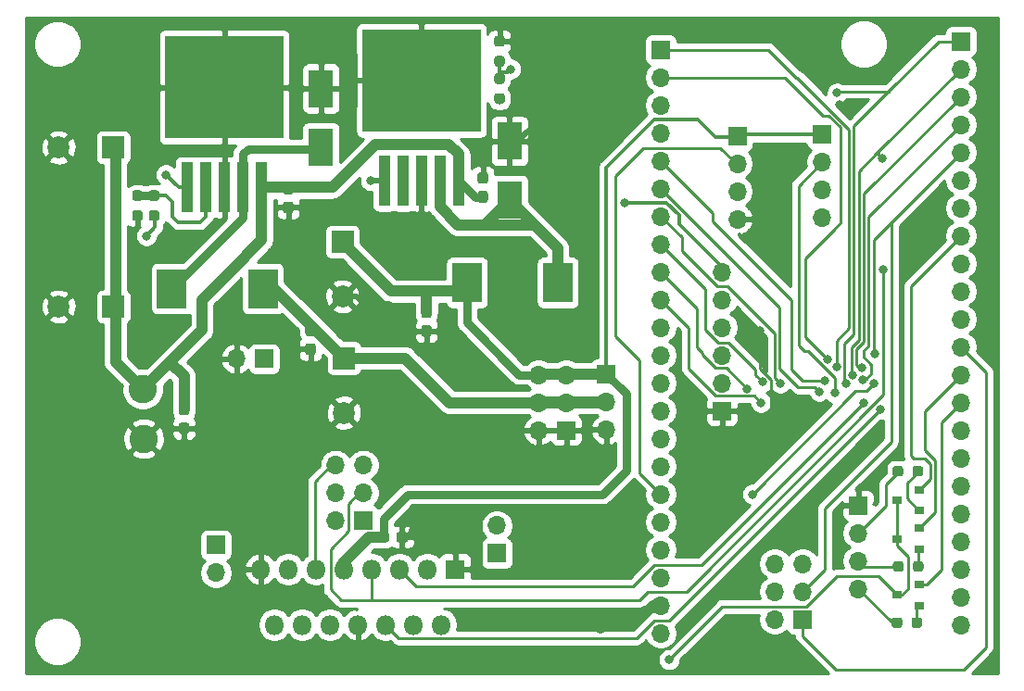
<source format=gbr>
G04 #@! TF.GenerationSoftware,KiCad,Pcbnew,5.1.9*
G04 #@! TF.CreationDate,2021-04-04T11:54:02+02:00*
G04 #@! TF.ProjectId,Robot volledig,526f626f-7420-4766-9f6c-6c656469672e,rev?*
G04 #@! TF.SameCoordinates,Original*
G04 #@! TF.FileFunction,Copper,L2,Bot*
G04 #@! TF.FilePolarity,Positive*
%FSLAX46Y46*%
G04 Gerber Fmt 4.6, Leading zero omitted, Abs format (unit mm)*
G04 Created by KiCad (PCBNEW 5.1.9) date 2021-04-04 11:54:02*
%MOMM*%
%LPD*%
G01*
G04 APERTURE LIST*
G04 #@! TA.AperFunction,ComponentPad*
%ADD10R,1.700000X1.700000*%
G04 #@! TD*
G04 #@! TA.AperFunction,ComponentPad*
%ADD11O,1.700000X1.700000*%
G04 #@! TD*
G04 #@! TA.AperFunction,SMDPad,CuDef*
%ADD12R,1.100000X4.600000*%
G04 #@! TD*
G04 #@! TA.AperFunction,SMDPad,CuDef*
%ADD13R,10.800000X9.400000*%
G04 #@! TD*
G04 #@! TA.AperFunction,ComponentPad*
%ADD14C,2.000000*%
G04 #@! TD*
G04 #@! TA.AperFunction,ComponentPad*
%ADD15R,2.000000X2.000000*%
G04 #@! TD*
G04 #@! TA.AperFunction,ComponentPad*
%ADD16C,2.600000*%
G04 #@! TD*
G04 #@! TA.AperFunction,SMDPad,CuDef*
%ADD17R,2.700000X3.600000*%
G04 #@! TD*
G04 #@! TA.AperFunction,ComponentPad*
%ADD18R,1.800000X1.800000*%
G04 #@! TD*
G04 #@! TA.AperFunction,ComponentPad*
%ADD19O,1.800000X1.800000*%
G04 #@! TD*
G04 #@! TA.AperFunction,SMDPad,CuDef*
%ADD20R,2.300000X3.500000*%
G04 #@! TD*
G04 #@! TA.AperFunction,SMDPad,CuDef*
%ADD21R,0.900000X0.800000*%
G04 #@! TD*
G04 #@! TA.AperFunction,ViaPad*
%ADD22C,0.900000*%
G04 #@! TD*
G04 #@! TA.AperFunction,ViaPad*
%ADD23C,0.800000*%
G04 #@! TD*
G04 #@! TA.AperFunction,ViaPad*
%ADD24C,0.600000*%
G04 #@! TD*
G04 #@! TA.AperFunction,Conductor*
%ADD25C,0.750000*%
G04 #@! TD*
G04 #@! TA.AperFunction,Conductor*
%ADD26C,0.250000*%
G04 #@! TD*
G04 #@! TA.AperFunction,Conductor*
%ADD27C,0.500000*%
G04 #@! TD*
G04 #@! TA.AperFunction,Conductor*
%ADD28C,1.000000*%
G04 #@! TD*
G04 #@! TA.AperFunction,Conductor*
%ADD29C,0.350000*%
G04 #@! TD*
G04 #@! TA.AperFunction,Conductor*
%ADD30C,0.254000*%
G04 #@! TD*
G04 #@! TA.AperFunction,Conductor*
%ADD31C,0.100000*%
G04 #@! TD*
G04 APERTURE END LIST*
D10*
X181102000Y-102362000D03*
D11*
X181102000Y-99822000D03*
X181102000Y-97282000D03*
X181102000Y-94742000D03*
X181102000Y-92202000D03*
X181102000Y-89662000D03*
D12*
X139036000Y-81936240D03*
X137336000Y-81936240D03*
X135636000Y-81936240D03*
X133936000Y-81936240D03*
X132236000Y-81936240D03*
D13*
X135636000Y-72786240D03*
D14*
X120496320Y-78282800D03*
D15*
X125496320Y-78282800D03*
D10*
X148341080Y-112400080D03*
D11*
X145801080Y-112400080D03*
X148341080Y-109860080D03*
X145801080Y-109860080D03*
X148341080Y-107320080D03*
X145801080Y-107320080D03*
G04 #@! TA.AperFunction,SMDPad,CuDef*
G36*
G01*
X131715500Y-103424700D02*
X132190500Y-103424700D01*
G75*
G02*
X132428000Y-103662200I0J-237500D01*
G01*
X132428000Y-104262200D01*
G75*
G02*
X132190500Y-104499700I-237500J0D01*
G01*
X131715500Y-104499700D01*
G75*
G02*
X131478000Y-104262200I0J237500D01*
G01*
X131478000Y-103662200D01*
G75*
G02*
X131715500Y-103424700I237500J0D01*
G01*
G37*
G04 #@! TD.AperFunction*
G04 #@! TA.AperFunction,SMDPad,CuDef*
G36*
G01*
X131715500Y-101699700D02*
X132190500Y-101699700D01*
G75*
G02*
X132428000Y-101937200I0J-237500D01*
G01*
X132428000Y-102537200D01*
G75*
G02*
X132190500Y-102774700I-237500J0D01*
G01*
X131715500Y-102774700D01*
G75*
G02*
X131478000Y-102537200I0J237500D01*
G01*
X131478000Y-101937200D01*
G75*
G02*
X131715500Y-101699700I237500J0D01*
G01*
G37*
G04 #@! TD.AperFunction*
G04 #@! TA.AperFunction,SMDPad,CuDef*
G36*
G01*
X151351500Y-114145500D02*
X151351500Y-113670500D01*
G75*
G02*
X151589000Y-113433000I237500J0D01*
G01*
X152189000Y-113433000D01*
G75*
G02*
X152426500Y-113670500I0J-237500D01*
G01*
X152426500Y-114145500D01*
G75*
G02*
X152189000Y-114383000I-237500J0D01*
G01*
X151589000Y-114383000D01*
G75*
G02*
X151351500Y-114145500I0J237500D01*
G01*
G37*
G04 #@! TD.AperFunction*
G04 #@! TA.AperFunction,SMDPad,CuDef*
G36*
G01*
X149626500Y-114145500D02*
X149626500Y-113670500D01*
G75*
G02*
X149864000Y-113433000I237500J0D01*
G01*
X150464000Y-113433000D01*
G75*
G02*
X150701500Y-113670500I0J-237500D01*
G01*
X150701500Y-114145500D01*
G75*
G02*
X150464000Y-114383000I-237500J0D01*
G01*
X149864000Y-114383000D01*
G75*
G02*
X149626500Y-114145500I0J237500D01*
G01*
G37*
G04 #@! TD.AperFunction*
G04 #@! TA.AperFunction,SMDPad,CuDef*
G36*
G01*
X153864300Y-94532500D02*
X154339300Y-94532500D01*
G75*
G02*
X154576800Y-94770000I0J-237500D01*
G01*
X154576800Y-95370000D01*
G75*
G02*
X154339300Y-95607500I-237500J0D01*
G01*
X153864300Y-95607500D01*
G75*
G02*
X153626800Y-95370000I0J237500D01*
G01*
X153626800Y-94770000D01*
G75*
G02*
X153864300Y-94532500I237500J0D01*
G01*
G37*
G04 #@! TD.AperFunction*
G04 #@! TA.AperFunction,SMDPad,CuDef*
G36*
G01*
X153864300Y-92807500D02*
X154339300Y-92807500D01*
G75*
G02*
X154576800Y-93045000I0J-237500D01*
G01*
X154576800Y-93645000D01*
G75*
G02*
X154339300Y-93882500I-237500J0D01*
G01*
X153864300Y-93882500D01*
G75*
G02*
X153626800Y-93645000I0J237500D01*
G01*
X153626800Y-93045000D01*
G75*
G02*
X153864300Y-92807500I237500J0D01*
G01*
G37*
G04 #@! TD.AperFunction*
G04 #@! TA.AperFunction,SMDPad,CuDef*
G36*
G01*
X143747500Y-95533500D02*
X143272500Y-95533500D01*
G75*
G02*
X143035000Y-95296000I0J237500D01*
G01*
X143035000Y-94696000D01*
G75*
G02*
X143272500Y-94458500I237500J0D01*
G01*
X143747500Y-94458500D01*
G75*
G02*
X143985000Y-94696000I0J-237500D01*
G01*
X143985000Y-95296000D01*
G75*
G02*
X143747500Y-95533500I-237500J0D01*
G01*
G37*
G04 #@! TD.AperFunction*
G04 #@! TA.AperFunction,SMDPad,CuDef*
G36*
G01*
X143747500Y-97258500D02*
X143272500Y-97258500D01*
G75*
G02*
X143035000Y-97021000I0J237500D01*
G01*
X143035000Y-96421000D01*
G75*
G02*
X143272500Y-96183500I237500J0D01*
G01*
X143747500Y-96183500D01*
G75*
G02*
X143985000Y-96421000I0J-237500D01*
G01*
X143985000Y-97021000D01*
G75*
G02*
X143747500Y-97258500I-237500J0D01*
G01*
G37*
G04 #@! TD.AperFunction*
D15*
X146558000Y-97536000D03*
D14*
X146558000Y-102536000D03*
X146430000Y-91900000D03*
D15*
X146430000Y-86900000D03*
X125500000Y-92830000D03*
D14*
X120500000Y-92830000D03*
D16*
X128193800Y-100375720D03*
X128270000Y-104902000D03*
D10*
X139278360Y-97607120D03*
D11*
X136738360Y-97607120D03*
D10*
X190246000Y-77089000D03*
D11*
X190246000Y-79629000D03*
X190246000Y-82169000D03*
X190246000Y-84709000D03*
X182499000Y-84836000D03*
X182499000Y-82296000D03*
X182499000Y-79756000D03*
D10*
X182499000Y-77216000D03*
D11*
X160538160Y-112857280D03*
D10*
X160538160Y-115397280D03*
X134874000Y-114630200D03*
D11*
X134874000Y-117170200D03*
D17*
X139150000Y-91200000D03*
X130850000Y-91200000D03*
X166110560Y-90637360D03*
X157810560Y-90637360D03*
G04 #@! TA.AperFunction,SMDPad,CuDef*
G36*
G01*
X197657540Y-107641380D02*
X197657540Y-108116380D01*
G75*
G02*
X197420040Y-108353880I-237500J0D01*
G01*
X196920040Y-108353880D01*
G75*
G02*
X196682540Y-108116380I0J237500D01*
G01*
X196682540Y-107641380D01*
G75*
G02*
X196920040Y-107403880I237500J0D01*
G01*
X197420040Y-107403880D01*
G75*
G02*
X197657540Y-107641380I0J-237500D01*
G01*
G37*
G04 #@! TD.AperFunction*
G04 #@! TA.AperFunction,SMDPad,CuDef*
G36*
G01*
X199482540Y-107641380D02*
X199482540Y-108116380D01*
G75*
G02*
X199245040Y-108353880I-237500J0D01*
G01*
X198745040Y-108353880D01*
G75*
G02*
X198507540Y-108116380I0J237500D01*
G01*
X198507540Y-107641380D01*
G75*
G02*
X198745040Y-107403880I237500J0D01*
G01*
X199245040Y-107403880D01*
G75*
G02*
X199482540Y-107641380I0J-237500D01*
G01*
G37*
G04 #@! TD.AperFunction*
G04 #@! TA.AperFunction,SMDPad,CuDef*
G36*
G01*
X199520000Y-116348500D02*
X199520000Y-116823500D01*
G75*
G02*
X199282500Y-117061000I-237500J0D01*
G01*
X198782500Y-117061000D01*
G75*
G02*
X198545000Y-116823500I0J237500D01*
G01*
X198545000Y-116348500D01*
G75*
G02*
X198782500Y-116111000I237500J0D01*
G01*
X199282500Y-116111000D01*
G75*
G02*
X199520000Y-116348500I0J-237500D01*
G01*
G37*
G04 #@! TD.AperFunction*
G04 #@! TA.AperFunction,SMDPad,CuDef*
G36*
G01*
X197695000Y-116348500D02*
X197695000Y-116823500D01*
G75*
G02*
X197457500Y-117061000I-237500J0D01*
G01*
X196957500Y-117061000D01*
G75*
G02*
X196720000Y-116823500I0J237500D01*
G01*
X196720000Y-116348500D01*
G75*
G02*
X196957500Y-116111000I237500J0D01*
G01*
X197457500Y-116111000D01*
G75*
G02*
X197695000Y-116348500I0J-237500D01*
G01*
G37*
G04 #@! TD.AperFunction*
G04 #@! TA.AperFunction,SMDPad,CuDef*
G36*
G01*
X197569900Y-121494540D02*
X197569900Y-121969540D01*
G75*
G02*
X197332400Y-122207040I-237500J0D01*
G01*
X196832400Y-122207040D01*
G75*
G02*
X196594900Y-121969540I0J237500D01*
G01*
X196594900Y-121494540D01*
G75*
G02*
X196832400Y-121257040I237500J0D01*
G01*
X197332400Y-121257040D01*
G75*
G02*
X197569900Y-121494540I0J-237500D01*
G01*
G37*
G04 #@! TD.AperFunction*
G04 #@! TA.AperFunction,SMDPad,CuDef*
G36*
G01*
X199394900Y-121494540D02*
X199394900Y-121969540D01*
G75*
G02*
X199157400Y-122207040I-237500J0D01*
G01*
X198657400Y-122207040D01*
G75*
G02*
X198419900Y-121969540I0J237500D01*
G01*
X198419900Y-121494540D01*
G75*
G02*
X198657400Y-121257040I237500J0D01*
G01*
X199157400Y-121257040D01*
G75*
G02*
X199394900Y-121494540I0J-237500D01*
G01*
G37*
G04 #@! TD.AperFunction*
G04 #@! TA.AperFunction,SMDPad,CuDef*
G36*
G01*
X127937500Y-83175000D02*
X127462500Y-83175000D01*
G75*
G02*
X127225000Y-82937500I0J237500D01*
G01*
X127225000Y-82437500D01*
G75*
G02*
X127462500Y-82200000I237500J0D01*
G01*
X127937500Y-82200000D01*
G75*
G02*
X128175000Y-82437500I0J-237500D01*
G01*
X128175000Y-82937500D01*
G75*
G02*
X127937500Y-83175000I-237500J0D01*
G01*
G37*
G04 #@! TD.AperFunction*
G04 #@! TA.AperFunction,SMDPad,CuDef*
G36*
G01*
X127937500Y-85000000D02*
X127462500Y-85000000D01*
G75*
G02*
X127225000Y-84762500I0J237500D01*
G01*
X127225000Y-84262500D01*
G75*
G02*
X127462500Y-84025000I237500J0D01*
G01*
X127937500Y-84025000D01*
G75*
G02*
X128175000Y-84262500I0J-237500D01*
G01*
X128175000Y-84762500D01*
G75*
G02*
X127937500Y-85000000I-237500J0D01*
G01*
G37*
G04 #@! TD.AperFunction*
G04 #@! TA.AperFunction,SMDPad,CuDef*
G36*
G01*
X128982460Y-82203460D02*
X129457460Y-82203460D01*
G75*
G02*
X129694960Y-82440960I0J-237500D01*
G01*
X129694960Y-82940960D01*
G75*
G02*
X129457460Y-83178460I-237500J0D01*
G01*
X128982460Y-83178460D01*
G75*
G02*
X128744960Y-82940960I0J237500D01*
G01*
X128744960Y-82440960D01*
G75*
G02*
X128982460Y-82203460I237500J0D01*
G01*
G37*
G04 #@! TD.AperFunction*
G04 #@! TA.AperFunction,SMDPad,CuDef*
G36*
G01*
X128982460Y-84028460D02*
X129457460Y-84028460D01*
G75*
G02*
X129694960Y-84265960I0J-237500D01*
G01*
X129694960Y-84765960D01*
G75*
G02*
X129457460Y-85003460I-237500J0D01*
G01*
X128982460Y-85003460D01*
G75*
G02*
X128744960Y-84765960I0J237500D01*
G01*
X128744960Y-84265960D01*
G75*
G02*
X128982460Y-84028460I237500J0D01*
G01*
G37*
G04 #@! TD.AperFunction*
G04 #@! TA.AperFunction,SMDPad,CuDef*
G36*
G01*
X160544500Y-69917500D02*
X161019500Y-69917500D01*
G75*
G02*
X161257000Y-70155000I0J-237500D01*
G01*
X161257000Y-70655000D01*
G75*
G02*
X161019500Y-70892500I-237500J0D01*
G01*
X160544500Y-70892500D01*
G75*
G02*
X160307000Y-70655000I0J237500D01*
G01*
X160307000Y-70155000D01*
G75*
G02*
X160544500Y-69917500I237500J0D01*
G01*
G37*
G04 #@! TD.AperFunction*
G04 #@! TA.AperFunction,SMDPad,CuDef*
G36*
G01*
X160544500Y-68092500D02*
X161019500Y-68092500D01*
G75*
G02*
X161257000Y-68330000I0J-237500D01*
G01*
X161257000Y-68830000D01*
G75*
G02*
X161019500Y-69067500I-237500J0D01*
G01*
X160544500Y-69067500D01*
G75*
G02*
X160307000Y-68830000I0J237500D01*
G01*
X160307000Y-68330000D01*
G75*
G02*
X160544500Y-68092500I237500J0D01*
G01*
G37*
G04 #@! TD.AperFunction*
G04 #@! TA.AperFunction,SMDPad,CuDef*
G36*
G01*
X160544500Y-71498000D02*
X161019500Y-71498000D01*
G75*
G02*
X161257000Y-71735500I0J-237500D01*
G01*
X161257000Y-72235500D01*
G75*
G02*
X161019500Y-72473000I-237500J0D01*
G01*
X160544500Y-72473000D01*
G75*
G02*
X160307000Y-72235500I0J237500D01*
G01*
X160307000Y-71735500D01*
G75*
G02*
X160544500Y-71498000I237500J0D01*
G01*
G37*
G04 #@! TD.AperFunction*
G04 #@! TA.AperFunction,SMDPad,CuDef*
G36*
G01*
X160544500Y-73323000D02*
X161019500Y-73323000D01*
G75*
G02*
X161257000Y-73560500I0J-237500D01*
G01*
X161257000Y-74060500D01*
G75*
G02*
X161019500Y-74298000I-237500J0D01*
G01*
X160544500Y-74298000D01*
G75*
G02*
X160307000Y-74060500I0J237500D01*
G01*
X160307000Y-73560500D01*
G75*
G02*
X160544500Y-73323000I237500J0D01*
G01*
G37*
G04 #@! TD.AperFunction*
D13*
X153651000Y-72163240D03*
D12*
X150251000Y-81313240D03*
X151951000Y-81313240D03*
X153651000Y-81313240D03*
X155351000Y-81313240D03*
X157051000Y-81313240D03*
D18*
X156718000Y-116840000D03*
D19*
X155448000Y-121920000D03*
X154178000Y-116840000D03*
X152908000Y-121920000D03*
X151638000Y-116840000D03*
X150368000Y-121920000D03*
X149098000Y-116840000D03*
X147828000Y-121920000D03*
X146558000Y-116840000D03*
X145288000Y-121920000D03*
X144018000Y-116840000D03*
X142748000Y-121920000D03*
X141478000Y-116840000D03*
X140208000Y-121920000D03*
X138938000Y-116840000D03*
D20*
X144470120Y-78298040D03*
X144470120Y-72898040D03*
X161700000Y-77700000D03*
X161700000Y-83100000D03*
D21*
X197136000Y-119192000D03*
X199136000Y-120142000D03*
X199136000Y-118242000D03*
X197119240Y-110510320D03*
X199119240Y-111460320D03*
X199119240Y-109560320D03*
X199120000Y-113096000D03*
X199120000Y-114996000D03*
X197120000Y-114046000D03*
D10*
X170550840Y-98988880D03*
D11*
X170550840Y-101528880D03*
X170550840Y-104068880D03*
D10*
X166878000Y-104140000D03*
D11*
X164338000Y-104140000D03*
X166878000Y-101600000D03*
X164338000Y-101600000D03*
X166878000Y-99060000D03*
X164338000Y-99060000D03*
D10*
X188468000Y-121412000D03*
D11*
X185928000Y-121412000D03*
X188468000Y-118872000D03*
X185928000Y-118872000D03*
X188468000Y-116332000D03*
X185928000Y-116332000D03*
G04 #@! TA.AperFunction,SMDPad,CuDef*
G36*
G01*
X141715500Y-84304500D02*
X141240500Y-84304500D01*
G75*
G02*
X141003000Y-84067000I0J237500D01*
G01*
X141003000Y-83467000D01*
G75*
G02*
X141240500Y-83229500I237500J0D01*
G01*
X141715500Y-83229500D01*
G75*
G02*
X141953000Y-83467000I0J-237500D01*
G01*
X141953000Y-84067000D01*
G75*
G02*
X141715500Y-84304500I-237500J0D01*
G01*
G37*
G04 #@! TD.AperFunction*
G04 #@! TA.AperFunction,SMDPad,CuDef*
G36*
G01*
X141715500Y-82579500D02*
X141240500Y-82579500D01*
G75*
G02*
X141003000Y-82342000I0J237500D01*
G01*
X141003000Y-81742000D01*
G75*
G02*
X141240500Y-81504500I237500J0D01*
G01*
X141715500Y-81504500D01*
G75*
G02*
X141953000Y-81742000I0J-237500D01*
G01*
X141953000Y-82342000D01*
G75*
G02*
X141715500Y-82579500I-237500J0D01*
G01*
G37*
G04 #@! TD.AperFunction*
G04 #@! TA.AperFunction,SMDPad,CuDef*
G36*
G01*
X159020500Y-82266500D02*
X159495500Y-82266500D01*
G75*
G02*
X159733000Y-82504000I0J-237500D01*
G01*
X159733000Y-83104000D01*
G75*
G02*
X159495500Y-83341500I-237500J0D01*
G01*
X159020500Y-83341500D01*
G75*
G02*
X158783000Y-83104000I0J237500D01*
G01*
X158783000Y-82504000D01*
G75*
G02*
X159020500Y-82266500I237500J0D01*
G01*
G37*
G04 #@! TD.AperFunction*
G04 #@! TA.AperFunction,SMDPad,CuDef*
G36*
G01*
X159020500Y-80541500D02*
X159495500Y-80541500D01*
G75*
G02*
X159733000Y-80779000I0J-237500D01*
G01*
X159733000Y-81379000D01*
G75*
G02*
X159495500Y-81616500I-237500J0D01*
G01*
X159020500Y-81616500D01*
G75*
G02*
X158783000Y-81379000I0J237500D01*
G01*
X158783000Y-80779000D01*
G75*
G02*
X159020500Y-80541500I237500J0D01*
G01*
G37*
G04 #@! TD.AperFunction*
D10*
X193548000Y-110998000D03*
D11*
X193548000Y-113538000D03*
X193548000Y-116078000D03*
X193548000Y-118618000D03*
D10*
X175514000Y-69342000D03*
D11*
X175514000Y-71882000D03*
X175514000Y-74422000D03*
X175514000Y-76962000D03*
X175514000Y-79502000D03*
X175514000Y-82042000D03*
X175514000Y-84582000D03*
X175514000Y-87122000D03*
X175514000Y-89662000D03*
X175514000Y-92202000D03*
X175514000Y-94742000D03*
X175514000Y-97282000D03*
X175514000Y-99822000D03*
X175514000Y-102362000D03*
X175514000Y-104902000D03*
X175514000Y-107442000D03*
X175514000Y-109982000D03*
X175514000Y-112522000D03*
X175514000Y-115062000D03*
X175514000Y-117602000D03*
X175514000Y-120142000D03*
X175514000Y-122682000D03*
X202946000Y-121920000D03*
X202946000Y-119380000D03*
X202946000Y-116840000D03*
X202946000Y-114300000D03*
X202946000Y-111760000D03*
X202946000Y-109220000D03*
X202946000Y-106680000D03*
X202946000Y-104140000D03*
X202946000Y-101600000D03*
X202946000Y-99060000D03*
X202946000Y-96520000D03*
X202946000Y-93980000D03*
X202946000Y-91440000D03*
X202946000Y-88900000D03*
X202946000Y-86360000D03*
X202946000Y-83820000D03*
X202946000Y-81280000D03*
X202946000Y-78740000D03*
X202946000Y-76200000D03*
X202946000Y-73660000D03*
X202946000Y-71120000D03*
D10*
X202946000Y-68580000D03*
D22*
X170020000Y-122310000D03*
X170960000Y-121550000D03*
X169080000Y-121590000D03*
D23*
X191838153Y-74363153D03*
X184610208Y-95043792D03*
D24*
X191358520Y-71673720D03*
X190190120Y-71236840D03*
X190921640Y-70855840D03*
X190474600Y-71953120D03*
D22*
X172212000Y-110236000D03*
X160274000Y-107188000D03*
X160528000Y-105410000D03*
X161036000Y-104394000D03*
X161798000Y-105410000D03*
X161544000Y-106934000D03*
X159512000Y-106172000D03*
X162560000Y-106172000D03*
X153924000Y-112268000D03*
X154940000Y-111252000D03*
X152908000Y-113284000D03*
X153162000Y-111506000D03*
X152146000Y-112268000D03*
X157480000Y-111252000D03*
X156464000Y-111252000D03*
X150114000Y-94234000D03*
X150622000Y-92710000D03*
X151638000Y-93980000D03*
X149098000Y-93218000D03*
X131572000Y-68834000D03*
X132842000Y-68834000D03*
X134112000Y-68834000D03*
X135382000Y-68834000D03*
X136652000Y-68834000D03*
X137922000Y-68834000D03*
X139192000Y-68834000D03*
X131318000Y-76708000D03*
X132588000Y-76708000D03*
X133858000Y-76708000D03*
X135128000Y-76708000D03*
X136398000Y-76708000D03*
X137668000Y-76708000D03*
X138938000Y-76708000D03*
X149606000Y-68326000D03*
X150876000Y-68326000D03*
X152146000Y-68326000D03*
X153416000Y-68326000D03*
X154686000Y-68326000D03*
X155956000Y-68326000D03*
X157226000Y-68326000D03*
X149606000Y-75946000D03*
X150876000Y-75946000D03*
X152146000Y-75946000D03*
X153416000Y-75946000D03*
X154686000Y-75946000D03*
X182118000Y-123444000D03*
X183642000Y-123444000D03*
X183642000Y-124714000D03*
X182118000Y-124714000D03*
X180086000Y-124714000D03*
X181102000Y-125730000D03*
X184800000Y-66800000D03*
X186300000Y-66775000D03*
X187975000Y-70250000D03*
X188837500Y-71112500D03*
X189750000Y-70425000D03*
X182350000Y-66825000D03*
X183650000Y-66800000D03*
X166025000Y-74175000D03*
X167800000Y-74225000D03*
X169625000Y-74250000D03*
X169650000Y-75825000D03*
X167875000Y-75800000D03*
X166025000Y-75775000D03*
X166025000Y-77400000D03*
X167800000Y-77450000D03*
X169650000Y-77475000D03*
D23*
X139150000Y-91200000D03*
X128524000Y-86360000D03*
X172212000Y-83312000D03*
X176276000Y-125095000D03*
X160782000Y-73914000D03*
X195084700Y-97167700D03*
X190754000Y-97663000D03*
X191589999Y-98362692D03*
X192485299Y-99892051D03*
X191622680Y-73314560D03*
X193040000Y-99060000D03*
X195707000Y-79248000D03*
X193916300Y-98450400D03*
X194005200Y-99491800D03*
X195834000Y-89408000D03*
X183896000Y-109982000D03*
X195021200Y-99898200D03*
X194056000Y-101600000D03*
X195553937Y-102225479D03*
X191389000Y-100711000D03*
X184658000Y-101600000D03*
X183388000Y-100330000D03*
X184810400Y-99720400D03*
X186436000Y-99822000D03*
X189992000Y-100584000D03*
X190500000Y-99568000D03*
X149000000Y-81300000D03*
X130302000Y-80772000D03*
X161798000Y-71120000D03*
X151951000Y-81313240D03*
D25*
X146590000Y-102870000D02*
X146470000Y-102750000D01*
D26*
X185585100Y-102628700D02*
X185585100Y-99504272D01*
X185674000Y-102717600D02*
X185585100Y-102628700D01*
X185585100Y-99504272D02*
X184610208Y-98529380D01*
X184137300Y-102717600D02*
X185674000Y-102717600D01*
X184610208Y-98529380D02*
X184610208Y-95043792D01*
X183781700Y-102362000D02*
X184137300Y-102717600D01*
X181102000Y-102362000D02*
X183781700Y-102362000D01*
X190627000Y-71673720D02*
X190190120Y-71236840D01*
X191358520Y-71673720D02*
X190627000Y-71673720D01*
X190921640Y-71506080D02*
X190474600Y-71953120D01*
X190921640Y-70855840D02*
X190921640Y-71506080D01*
D27*
X160274000Y-105664000D02*
X160528000Y-105410000D01*
X160274000Y-107188000D02*
X160274000Y-105664000D01*
X161036000Y-104648000D02*
X161798000Y-105410000D01*
X161036000Y-104394000D02*
X161036000Y-104648000D01*
X161798000Y-106934000D02*
X162560000Y-106172000D01*
X161544000Y-106934000D02*
X161798000Y-106934000D01*
X151889000Y-113908000D02*
X152284000Y-113908000D01*
X152908000Y-113284000D02*
X153924000Y-112268000D01*
X152284000Y-113908000D02*
X152908000Y-113284000D01*
X153924000Y-112268000D02*
X153162000Y-111506000D01*
X156464000Y-111252000D02*
X157480000Y-111252000D01*
X154940000Y-111252000D02*
X156464000Y-111252000D01*
X146430000Y-91900000D02*
X147780000Y-91900000D01*
X150622000Y-92964000D02*
X151638000Y-93980000D01*
X150622000Y-92710000D02*
X150622000Y-92964000D01*
X148844000Y-92964000D02*
X150114000Y-94234000D01*
X147780000Y-91900000D02*
X148844000Y-92964000D01*
X135524240Y-72786240D02*
X131572000Y-68834000D01*
X135636000Y-72786240D02*
X135524240Y-72786240D01*
X135636000Y-71628000D02*
X132842000Y-68834000D01*
X135636000Y-72786240D02*
X135636000Y-71628000D01*
X135636000Y-70358000D02*
X134112000Y-68834000D01*
X135636000Y-72786240D02*
X135636000Y-70358000D01*
X135636000Y-69088000D02*
X135382000Y-68834000D01*
X135636000Y-72786240D02*
X135636000Y-69088000D01*
X135636000Y-69850000D02*
X136652000Y-68834000D01*
X135636000Y-72786240D02*
X135636000Y-69850000D01*
X135636000Y-71120000D02*
X137922000Y-68834000D01*
X135636000Y-72786240D02*
X135636000Y-71120000D01*
X135636000Y-72390000D02*
X139192000Y-68834000D01*
X135636000Y-72786240D02*
X135636000Y-72390000D01*
X135239760Y-72786240D02*
X131318000Y-76708000D01*
X135636000Y-72786240D02*
X135239760Y-72786240D01*
X135636000Y-73660000D02*
X132588000Y-76708000D01*
X135636000Y-72786240D02*
X135636000Y-73660000D01*
X135636000Y-74930000D02*
X133858000Y-76708000D01*
X135636000Y-72786240D02*
X135636000Y-74930000D01*
X135636000Y-76200000D02*
X135128000Y-76708000D01*
X135636000Y-72786240D02*
X135636000Y-76200000D01*
X135636000Y-75692000D02*
X136398000Y-76454000D01*
X135636000Y-72786240D02*
X135636000Y-75692000D01*
X135636000Y-74422000D02*
X137922000Y-76708000D01*
X135636000Y-72786240D02*
X135636000Y-74422000D01*
X135636000Y-73152000D02*
X139192000Y-76708000D01*
X135636000Y-72786240D02*
X135636000Y-73152000D01*
X153443240Y-72163240D02*
X149606000Y-68326000D01*
X153651000Y-72163240D02*
X153443240Y-72163240D01*
X153651000Y-71101000D02*
X150876000Y-68326000D01*
X153651000Y-72163240D02*
X153651000Y-71101000D01*
X153651000Y-69831000D02*
X152146000Y-68326000D01*
X153651000Y-72163240D02*
X153651000Y-69831000D01*
X153651000Y-68561000D02*
X153416000Y-68326000D01*
X153651000Y-72163240D02*
X153651000Y-68561000D01*
X153651000Y-69615000D02*
X154940000Y-68326000D01*
X153651000Y-72163240D02*
X153651000Y-69615000D01*
X153651000Y-70631000D02*
X155956000Y-68326000D01*
X153651000Y-72163240D02*
X153651000Y-70631000D01*
X153651000Y-71901000D02*
X157226000Y-68326000D01*
X153651000Y-72163240D02*
X153651000Y-71901000D01*
X153388760Y-72163240D02*
X149606000Y-75946000D01*
X153651000Y-72163240D02*
X153388760Y-72163240D01*
X153651000Y-73171000D02*
X150876000Y-75946000D01*
X153651000Y-72163240D02*
X153651000Y-73171000D01*
X153651000Y-74441000D02*
X152146000Y-75946000D01*
X153651000Y-72163240D02*
X153651000Y-74441000D01*
X153651000Y-75711000D02*
X153416000Y-75946000D01*
X153651000Y-72163240D02*
X153651000Y-75711000D01*
X153651000Y-74911000D02*
X154686000Y-75946000D01*
X153651000Y-72163240D02*
X153651000Y-74911000D01*
X182118000Y-123444000D02*
X183642000Y-123444000D01*
X183388000Y-124714000D02*
X182118000Y-124714000D01*
X182118000Y-124714000D02*
X181102000Y-125730000D01*
X186275000Y-66800000D02*
X186300000Y-66775000D01*
X184800000Y-66800000D02*
X186275000Y-66800000D01*
X187975000Y-70250000D02*
X188837500Y-71112500D01*
X183575000Y-66875000D02*
X183650000Y-66800000D01*
X182700000Y-66875000D02*
X183575000Y-66875000D01*
X162500000Y-77700000D02*
X166025000Y-74175000D01*
X161700000Y-77700000D02*
X162500000Y-77700000D01*
X169600000Y-74225000D02*
X169625000Y-74250000D01*
X167800000Y-74225000D02*
X169600000Y-74225000D01*
X168000000Y-75925000D02*
X167875000Y-75800000D01*
X169675000Y-75925000D02*
X168000000Y-75925000D01*
X166025000Y-75775000D02*
X166025000Y-77400000D01*
X169650000Y-77450000D02*
X169700000Y-77400000D01*
X167800000Y-77450000D02*
X169650000Y-77450000D01*
X170960000Y-120970000D02*
X170960000Y-121550000D01*
X170680000Y-120690000D02*
X170960000Y-120970000D01*
X175514000Y-120142000D02*
X174488000Y-120142000D01*
X174488000Y-120142000D02*
X173940000Y-120690000D01*
X173940000Y-120690000D02*
X170680000Y-120690000D01*
D28*
X174838000Y-120142000D02*
X174080000Y-120900000D01*
X175514000Y-120142000D02*
X174838000Y-120142000D01*
D29*
X129300000Y-85584000D02*
X128524000Y-86360000D01*
X129300000Y-84525000D02*
X129300000Y-85584000D01*
D28*
X140222000Y-91200000D02*
X146558000Y-97536000D01*
X139150000Y-91200000D02*
X140222000Y-91200000D01*
X146558000Y-97536000D02*
X152146000Y-97536000D01*
X156210000Y-101600000D02*
X169672000Y-101600000D01*
X152146000Y-97536000D02*
X156210000Y-101600000D01*
D26*
X197136000Y-114030000D02*
X197120000Y-114046000D01*
X197136000Y-110556000D02*
X197136000Y-114030000D01*
X197120000Y-114696000D02*
X198120000Y-115696000D01*
X197120000Y-114046000D02*
X197120000Y-114696000D01*
X197546000Y-119192000D02*
X198120000Y-118618000D01*
X197136000Y-119192000D02*
X197546000Y-119192000D01*
X198120000Y-115696000D02*
X198120000Y-118618000D01*
X181134001Y-120236999D02*
X176276000Y-125095000D01*
X188842003Y-120236999D02*
X181134001Y-120236999D01*
X191636003Y-117442999D02*
X188842003Y-120236999D01*
X195386999Y-117442999D02*
X191636003Y-117442999D01*
X197136000Y-119192000D02*
X195386999Y-117442999D01*
D28*
X164409120Y-101528880D02*
X164338000Y-101600000D01*
X170550840Y-101528880D02*
X164409120Y-101528880D01*
D29*
X176057002Y-83312000D02*
X172212000Y-83312000D01*
X177220000Y-84474998D02*
X176057002Y-83312000D01*
X177220000Y-85280000D02*
X177220000Y-84474998D01*
X178410000Y-86470000D02*
X178410000Y-86490000D01*
X178410000Y-86470000D02*
X177220000Y-85280000D01*
X181102000Y-89182000D02*
X181102000Y-89662000D01*
X178410000Y-86490000D02*
X181102000Y-89182000D01*
D27*
X157810560Y-90637360D02*
X156834840Y-90637360D01*
X146456400Y-116306600D02*
X148655000Y-114108000D01*
X148655000Y-114108000D02*
X150164000Y-114108000D01*
D25*
X151636100Y-91438100D02*
X154684100Y-91438100D01*
D27*
X154684100Y-91438100D02*
X157009820Y-91438100D01*
X154086560Y-91438100D02*
X154684100Y-91438100D01*
D25*
X154086560Y-91438100D02*
X157009820Y-91438100D01*
D28*
X146430000Y-86900000D02*
X146430000Y-86994000D01*
X150874100Y-91438100D02*
X151636100Y-91438100D01*
X146430000Y-86994000D02*
X150874100Y-91438100D01*
X157009820Y-91438100D02*
X157810560Y-90637360D01*
X151636100Y-91438100D02*
X157009820Y-91438100D01*
X157810560Y-90637360D02*
X157855920Y-90637360D01*
X148855000Y-113908000D02*
X146456400Y-116306600D01*
X150164000Y-113908000D02*
X148855000Y-113908000D01*
X148855000Y-113908000D02*
X149424002Y-113908000D01*
X154101800Y-91453340D02*
X154086560Y-91438100D01*
X154101800Y-93345000D02*
X154101800Y-91453340D01*
D29*
X160782000Y-73810500D02*
X160782000Y-73914000D01*
D25*
X169672000Y-99060000D02*
X164338000Y-99060000D01*
X164338000Y-99060000D02*
X162560000Y-99060000D01*
X157810560Y-94310560D02*
X157810560Y-90637360D01*
X162560000Y-99060000D02*
X157810560Y-94310560D01*
X169672000Y-99060000D02*
X170434000Y-99060000D01*
D29*
X182753000Y-77089000D02*
X182499000Y-77343000D01*
X190246000Y-77089000D02*
X182753000Y-77089000D01*
X180467000Y-77343000D02*
X178860999Y-75736999D01*
X182499000Y-77343000D02*
X180467000Y-77343000D01*
X178860999Y-75736999D02*
X174925999Y-75736999D01*
D25*
X150164000Y-112218000D02*
X150164000Y-113908000D01*
X170180000Y-109982000D02*
X152400000Y-109982000D01*
X152400000Y-109982000D02*
X150164000Y-112218000D01*
X172346990Y-107815010D02*
X170180000Y-109982000D01*
X172346990Y-100785030D02*
X172346990Y-107815010D01*
X170550840Y-98988880D02*
X172346990Y-100785030D01*
D28*
X164409120Y-98988880D02*
X164338000Y-99060000D01*
X170550840Y-98988880D02*
X164409120Y-98988880D01*
D29*
X170550840Y-80112158D02*
X172219899Y-78443099D01*
X170550840Y-98988880D02*
X170550840Y-80112158D01*
X174925999Y-75736999D02*
X172219899Y-78443099D01*
D25*
X128200000Y-100369520D02*
X128193800Y-100375720D01*
D28*
X145517998Y-81936240D02*
X139036000Y-81936240D01*
X149476238Y-77978000D02*
X145517998Y-81936240D01*
X156125762Y-77978000D02*
X149476238Y-77978000D01*
X157051000Y-78903238D02*
X156125762Y-77978000D01*
X157051000Y-81313240D02*
X157051000Y-78903238D01*
X128193800Y-100375720D02*
X125700000Y-97881920D01*
X136144000Y-89662000D02*
X139036000Y-86770000D01*
X133604000Y-94965520D02*
X133604000Y-92202000D01*
D25*
X128193800Y-100375720D02*
X130667760Y-97901760D01*
D28*
X133604000Y-92202000D02*
X136144000Y-89662000D01*
D25*
X130667760Y-97901760D02*
X132064760Y-96504760D01*
D28*
X132064760Y-96504760D02*
X133604000Y-94965520D01*
X139036000Y-86770000D02*
X139036000Y-81936240D01*
D25*
X132064760Y-96504760D02*
X132953760Y-95615760D01*
D28*
X128193800Y-100375720D02*
X132953760Y-95615760D01*
X131953000Y-99187000D02*
X130667760Y-97901760D01*
X131953000Y-102237200D02*
X131953000Y-99187000D01*
D25*
X158541760Y-82804000D02*
X157051000Y-81313240D01*
X159258000Y-82804000D02*
X158541760Y-82804000D01*
D28*
X125700000Y-78486480D02*
X125496320Y-78282800D01*
X125700000Y-82239640D02*
X125700000Y-78486480D01*
X125700000Y-97881920D02*
X125700000Y-82239640D01*
D26*
X194963999Y-86722001D02*
X202946000Y-78740000D01*
X188468000Y-118872000D02*
X190500000Y-116840000D01*
X190500000Y-116840000D02*
X190500000Y-111252000D01*
X196559001Y-85126999D02*
X202946000Y-78740000D01*
X196559001Y-105192999D02*
X196559001Y-85126999D01*
X190500000Y-111252000D02*
X196559001Y-105192999D01*
X194963999Y-95954799D02*
X194963999Y-96335799D01*
X194963999Y-95954799D02*
X194963999Y-86722001D01*
X194963999Y-96754899D02*
X195300600Y-97091500D01*
X194963999Y-96335799D02*
X194963999Y-96754899D01*
X205232000Y-98806000D02*
X202946000Y-96520000D01*
X205232000Y-123952000D02*
X205232000Y-98806000D01*
X191516000Y-125984000D02*
X203200000Y-125984000D01*
X188468000Y-122936000D02*
X191516000Y-125984000D01*
X203200000Y-125984000D02*
X205232000Y-123952000D01*
X188468000Y-121412000D02*
X188468000Y-122936000D01*
D28*
X166110560Y-90637360D02*
X166110560Y-87510560D01*
X155351000Y-83723242D02*
X156971758Y-85344000D01*
X155351000Y-81313240D02*
X155351000Y-83723242D01*
X159456000Y-85344000D02*
X161700000Y-83100000D01*
X156971758Y-85344000D02*
X159456000Y-85344000D01*
X163576000Y-85344000D02*
X163760000Y-85160000D01*
X159456000Y-85344000D02*
X163576000Y-85344000D01*
X163760000Y-85160000D02*
X161700000Y-83100000D01*
X166110560Y-87510560D02*
X163760000Y-85160000D01*
D26*
X190860000Y-75360000D02*
X190330000Y-75360000D01*
X186852000Y-71882000D02*
X175514000Y-71882000D01*
X191920000Y-85180000D02*
X191920000Y-76420000D01*
X191421001Y-85678999D02*
X191920000Y-85180000D01*
X190330000Y-75360000D02*
X186852000Y-71882000D01*
X188722000Y-88392000D02*
X191421001Y-85692999D01*
X191920000Y-76420000D02*
X190860000Y-75360000D01*
X191421001Y-85692999D02*
X191421001Y-85678999D01*
X188722000Y-95631000D02*
X188722000Y-88392000D01*
X190754000Y-97663000D02*
X188722000Y-95631000D01*
X191589999Y-95939411D02*
X191589999Y-98362692D01*
X192713949Y-94815461D02*
X191589999Y-95939411D01*
X192713949Y-76635537D02*
X192713949Y-94815461D01*
X187960206Y-71881794D02*
X192713949Y-76635537D01*
X187856968Y-71881794D02*
X187960206Y-71881794D01*
X185317174Y-69342000D02*
X187856968Y-71881794D01*
X175514000Y-69342000D02*
X185317174Y-69342000D01*
X200914000Y-68580000D02*
X202946000Y-68580000D01*
X192314999Y-96222919D02*
X193163959Y-95373959D01*
X192485299Y-99892051D02*
X192314999Y-99721751D01*
X192314999Y-99721751D02*
X192314999Y-96222919D01*
X193163959Y-86109041D02*
X193163959Y-76330041D01*
X193163959Y-95373959D02*
X193163959Y-86109041D01*
X196342000Y-73152000D02*
X196532500Y-72961500D01*
X196532500Y-72961500D02*
X200914000Y-68580000D01*
X193163959Y-76330041D02*
X196532500Y-72961500D01*
X192430400Y-73152000D02*
X191785240Y-73152000D01*
X191785240Y-73152000D02*
X191622680Y-73314560D01*
X192430400Y-73152000D02*
X196342000Y-73152000D01*
X193613969Y-95693795D02*
X193613969Y-95315969D01*
X193613969Y-95315969D02*
X193613969Y-80452031D01*
X193613969Y-95886209D02*
X192951991Y-96548187D01*
X193613969Y-95693795D02*
X193613969Y-95886209D01*
X192951991Y-98971991D02*
X193040000Y-99060000D01*
X192951991Y-96548187D02*
X192951991Y-98971991D01*
X195389500Y-78803500D02*
X195262500Y-78803500D01*
X193613969Y-80452031D02*
X195262500Y-78803500D01*
X195516500Y-78549500D02*
X202946000Y-71120000D01*
X195262500Y-78803500D02*
X195516500Y-78549500D01*
X195707000Y-79248000D02*
X195262500Y-78803500D01*
X194063979Y-82542021D02*
X202946000Y-73660000D01*
X194063979Y-96004021D02*
X194063979Y-82542021D01*
X193402001Y-98152001D02*
X193802000Y-98552000D01*
X193402001Y-96734587D02*
X193402001Y-98152001D01*
X194063979Y-96072609D02*
X193402001Y-96734587D01*
X194063979Y-96004021D02*
X194063979Y-96072609D01*
X194729100Y-98971100D02*
X194271900Y-99428300D01*
X194729100Y-98323400D02*
X194729100Y-98971100D01*
X194729100Y-98323400D02*
X194729100Y-98577400D01*
X194513989Y-96417611D02*
X194513989Y-84632011D01*
X194017900Y-96913700D02*
X194513989Y-96417611D01*
X194017900Y-97421700D02*
X194017900Y-96913700D01*
X194729100Y-98132900D02*
X194017900Y-97421700D01*
X194513989Y-84632011D02*
X202946000Y-76200000D01*
X194729100Y-98323400D02*
X194729100Y-98132900D01*
X146999001Y-113342997D02*
X146999001Y-110832999D01*
X145332999Y-115008999D02*
X146999001Y-113342997D01*
X146999001Y-110832999D02*
X148364000Y-109468000D01*
X145332999Y-118408999D02*
X145332999Y-115008999D01*
X145332999Y-118408999D02*
X145332999Y-118692999D01*
X145332999Y-118692999D02*
X146290000Y-119650000D01*
X149098000Y-119618000D02*
X149130000Y-119650000D01*
X149098000Y-116840000D02*
X149098000Y-119618000D01*
X146290000Y-119650000D02*
X149130000Y-119650000D01*
X195834000Y-100895002D02*
X195834000Y-89408000D01*
X177857002Y-118872000D02*
X195834000Y-100895002D01*
X174332000Y-118872000D02*
X177857002Y-118872000D01*
X173554000Y-119650000D02*
X174332000Y-118872000D01*
X149130000Y-119650000D02*
X173554000Y-119650000D01*
X198374000Y-90932000D02*
X202946000Y-86360000D01*
X198374000Y-106426000D02*
X198374000Y-90932000D01*
X199136000Y-109606000D02*
X200152000Y-108590000D01*
X198628000Y-106680000D02*
X199644000Y-106680000D01*
X198628000Y-106680000D02*
X198374000Y-106426000D01*
X200152000Y-107188000D02*
X200152000Y-108590000D01*
X199644000Y-106680000D02*
X200152000Y-107188000D01*
X194341750Y-100577650D02*
X195021200Y-99898200D01*
X193300350Y-100577650D02*
X194341750Y-100577650D01*
X183896000Y-109982000D02*
X193300350Y-100577650D01*
X200602009Y-111613991D02*
X200602009Y-106876009D01*
X199120000Y-113096000D02*
X200602009Y-111613991D01*
X200602009Y-106876009D02*
X199644000Y-105918000D01*
X199644000Y-102362000D02*
X202946000Y-99060000D01*
X199644000Y-105918000D02*
X199644000Y-102362000D01*
X199836000Y-118242000D02*
X201168000Y-116910000D01*
X199136000Y-118242000D02*
X199836000Y-118242000D01*
X201168000Y-103378000D02*
X202946000Y-101600000D01*
X201168000Y-116910000D02*
X201168000Y-103378000D01*
X179229001Y-116426999D02*
X194056000Y-101600000D01*
X173012998Y-118364000D02*
X174949999Y-116426999D01*
X174949999Y-116426999D02*
X179229001Y-116426999D01*
X153162000Y-118364000D02*
X173012998Y-118364000D01*
X151638000Y-116840000D02*
X153162000Y-118364000D01*
X176272417Y-121506999D02*
X195553937Y-102225479D01*
X174949999Y-121506999D02*
X176272417Y-121506999D01*
X173311997Y-123145001D02*
X174949999Y-121506999D01*
X151593001Y-123145001D02*
X173311997Y-123145001D01*
X150368000Y-121920000D02*
X151593001Y-123145001D01*
X180942999Y-78326999D02*
X182499000Y-79883000D01*
X171323000Y-80899000D02*
X173895001Y-78326999D01*
X171323000Y-95504000D02*
X171323000Y-80899000D01*
X173578520Y-97759520D02*
X171323000Y-95504000D01*
X173578520Y-108046520D02*
X173578520Y-97759520D01*
X173895001Y-78326999D02*
X180942999Y-78326999D01*
X175514000Y-109982000D02*
X173578520Y-108046520D01*
X191389000Y-99383998D02*
X191389000Y-100711000D01*
X188087000Y-81788000D02*
X190246000Y-79629000D01*
X188087000Y-96393000D02*
X188087000Y-81788000D01*
X188941001Y-96935999D02*
X188629999Y-96935999D01*
X188629999Y-96935999D02*
X188087000Y-96393000D01*
X188941001Y-96935999D02*
X191389000Y-99383998D01*
X180537999Y-100997001D02*
X178054000Y-98513002D01*
X184055001Y-100997001D02*
X180537999Y-100997001D01*
X184658000Y-101600000D02*
X184055001Y-100997001D01*
X178054000Y-94742000D02*
X175514000Y-92202000D01*
X178054000Y-98513002D02*
X178054000Y-94742000D01*
X178816000Y-92964000D02*
X175514000Y-89662000D01*
X179324000Y-97028000D02*
X178816000Y-96520000D01*
X179324000Y-97243002D02*
X179324000Y-97028000D01*
X180537999Y-98457001D02*
X179324000Y-97243002D01*
X181515001Y-98457001D02*
X180537999Y-98457001D01*
X178816000Y-96520000D02*
X178816000Y-92964000D01*
X183388000Y-100330000D02*
X181515001Y-98457001D01*
X180727997Y-96106999D02*
X181666001Y-96106999D01*
X179578000Y-94957002D02*
X180727997Y-96106999D01*
X179578000Y-91186000D02*
X179578000Y-94957002D01*
X175514000Y-87122000D02*
X179578000Y-91186000D01*
X184150000Y-98590998D02*
X182670001Y-97110999D01*
X181666001Y-96106999D02*
X182670001Y-97110999D01*
X184150000Y-99060000D02*
X184810400Y-99720400D01*
X184150000Y-98590998D02*
X184150000Y-99060000D01*
X181638601Y-90999599D02*
X180700597Y-90999599D01*
X185938513Y-95299511D02*
X181638601Y-90999599D01*
X177438499Y-86506499D02*
X177438499Y-87737501D01*
X175514000Y-84582000D02*
X177438499Y-86506499D01*
X180700597Y-90999599D02*
X177438499Y-87737501D01*
X185938513Y-99324513D02*
X186436000Y-99822000D01*
X185938513Y-98922487D02*
X185938513Y-99324513D01*
X185938513Y-98922487D02*
X185938513Y-95299511D01*
X189992000Y-100584000D02*
X189592001Y-100184001D01*
X189592001Y-100184001D02*
X188068001Y-100184001D01*
X186388523Y-92916523D02*
X175514000Y-82042000D01*
X186388523Y-98504523D02*
X186388523Y-92916523D01*
X188068001Y-100184001D02*
X186388523Y-98504523D01*
X188468000Y-99568000D02*
X190500000Y-99568000D01*
X187452000Y-98552000D02*
X188468000Y-99568000D01*
X187452000Y-92202000D02*
X187452000Y-98552000D01*
X180276500Y-85026500D02*
X187452000Y-92202000D01*
X180276500Y-84264500D02*
X180276500Y-85026500D01*
X175514000Y-79502000D02*
X180276500Y-84264500D01*
X196662040Y-121732040D02*
X197082400Y-121732040D01*
X193548000Y-118618000D02*
X196662040Y-121732040D01*
X194056000Y-116586000D02*
X193548000Y-116078000D01*
X197207500Y-116586000D02*
X194056000Y-116586000D01*
X193548000Y-113538000D02*
X196088000Y-110998000D01*
X196088000Y-109069500D02*
X197207500Y-107950000D01*
X196088000Y-110998000D02*
X196088000Y-109069500D01*
D27*
X132236000Y-80948500D02*
X132236000Y-81936240D01*
X149013240Y-81313240D02*
X149000000Y-81300000D01*
X150251000Y-81313240D02*
X149013240Y-81313240D01*
D29*
X131466240Y-81936240D02*
X130302000Y-80772000D01*
X132236000Y-81936240D02*
X131466240Y-81936240D01*
D26*
X143916400Y-108835600D02*
X145824000Y-106928000D01*
X143916400Y-116306600D02*
X143916400Y-108835600D01*
D25*
X129287500Y-82687500D02*
X129300000Y-82700000D01*
X127700000Y-82687500D02*
X129287500Y-82687500D01*
D29*
X133422240Y-85100000D02*
X133936000Y-84586240D01*
X130900000Y-84600000D02*
X131400000Y-85100000D01*
X131400000Y-85100000D02*
X133422240Y-85100000D01*
X130900000Y-83300000D02*
X130900000Y-84600000D01*
X130300000Y-82700000D02*
X130900000Y-83300000D01*
X133936000Y-84586240D02*
X133936000Y-81936240D01*
X129300000Y-82700000D02*
X130300000Y-82700000D01*
X161544000Y-71374000D02*
X161798000Y-71120000D01*
X160782000Y-71374000D02*
X161544000Y-71374000D01*
X160782000Y-71985500D02*
X160782000Y-71374000D01*
X160782000Y-71374000D02*
X160782000Y-70405000D01*
D25*
X137336000Y-78864000D02*
X137800000Y-78400000D01*
X137336000Y-81936240D02*
X137336000Y-78864000D01*
X144368160Y-78400000D02*
X144470120Y-78298040D01*
X137800000Y-78400000D02*
X144368160Y-78400000D01*
X133800000Y-88250000D02*
X130850000Y-91200000D01*
X137336000Y-84714000D02*
X137336000Y-81936240D01*
X133800000Y-88250000D02*
X137336000Y-84714000D01*
D26*
X198882000Y-120396000D02*
X199136000Y-120142000D01*
X198882000Y-121666000D02*
X198882000Y-120396000D01*
X198020010Y-108962490D02*
X199032500Y-107950000D01*
X198020010Y-110390010D02*
X198020010Y-108962490D01*
X199136000Y-111506000D02*
X198020010Y-110390010D01*
X199032500Y-115083500D02*
X199120000Y-114996000D01*
X199032500Y-116586000D02*
X199032500Y-115083500D01*
D30*
X206350000Y-126340000D02*
X203918801Y-126340000D01*
X205743004Y-124515798D01*
X205772001Y-124492001D01*
X205818595Y-124435226D01*
X205866974Y-124376277D01*
X205937546Y-124244247D01*
X205949154Y-124205980D01*
X205981003Y-124100986D01*
X205992000Y-123989333D01*
X205992000Y-123989323D01*
X205995676Y-123952000D01*
X205992000Y-123914677D01*
X205992000Y-98843322D01*
X205995676Y-98805999D01*
X205992000Y-98768676D01*
X205992000Y-98768667D01*
X205981003Y-98657014D01*
X205937546Y-98513753D01*
X205866974Y-98381724D01*
X205772001Y-98265999D01*
X205743003Y-98242201D01*
X204387209Y-96886408D01*
X204431000Y-96666260D01*
X204431000Y-96373740D01*
X204373932Y-96086842D01*
X204261990Y-95816589D01*
X204099475Y-95573368D01*
X203892632Y-95366525D01*
X203718240Y-95250000D01*
X203892632Y-95133475D01*
X204099475Y-94926632D01*
X204261990Y-94683411D01*
X204373932Y-94413158D01*
X204431000Y-94126260D01*
X204431000Y-93833740D01*
X204373932Y-93546842D01*
X204261990Y-93276589D01*
X204099475Y-93033368D01*
X203892632Y-92826525D01*
X203718240Y-92710000D01*
X203892632Y-92593475D01*
X204099475Y-92386632D01*
X204261990Y-92143411D01*
X204373932Y-91873158D01*
X204431000Y-91586260D01*
X204431000Y-91293740D01*
X204373932Y-91006842D01*
X204261990Y-90736589D01*
X204099475Y-90493368D01*
X203892632Y-90286525D01*
X203718240Y-90170000D01*
X203892632Y-90053475D01*
X204099475Y-89846632D01*
X204261990Y-89603411D01*
X204373932Y-89333158D01*
X204431000Y-89046260D01*
X204431000Y-88753740D01*
X204373932Y-88466842D01*
X204261990Y-88196589D01*
X204099475Y-87953368D01*
X203892632Y-87746525D01*
X203718240Y-87630000D01*
X203892632Y-87513475D01*
X204099475Y-87306632D01*
X204261990Y-87063411D01*
X204373932Y-86793158D01*
X204431000Y-86506260D01*
X204431000Y-86213740D01*
X204373932Y-85926842D01*
X204261990Y-85656589D01*
X204099475Y-85413368D01*
X203892632Y-85206525D01*
X203718240Y-85090000D01*
X203892632Y-84973475D01*
X204099475Y-84766632D01*
X204261990Y-84523411D01*
X204373932Y-84253158D01*
X204431000Y-83966260D01*
X204431000Y-83673740D01*
X204373932Y-83386842D01*
X204261990Y-83116589D01*
X204099475Y-82873368D01*
X203892632Y-82666525D01*
X203718240Y-82550000D01*
X203892632Y-82433475D01*
X204099475Y-82226632D01*
X204261990Y-81983411D01*
X204373932Y-81713158D01*
X204431000Y-81426260D01*
X204431000Y-81133740D01*
X204373932Y-80846842D01*
X204261990Y-80576589D01*
X204099475Y-80333368D01*
X203892632Y-80126525D01*
X203718240Y-80010000D01*
X203892632Y-79893475D01*
X204099475Y-79686632D01*
X204261990Y-79443411D01*
X204373932Y-79173158D01*
X204431000Y-78886260D01*
X204431000Y-78593740D01*
X204373932Y-78306842D01*
X204261990Y-78036589D01*
X204099475Y-77793368D01*
X203892632Y-77586525D01*
X203718240Y-77470000D01*
X203892632Y-77353475D01*
X204099475Y-77146632D01*
X204261990Y-76903411D01*
X204373932Y-76633158D01*
X204431000Y-76346260D01*
X204431000Y-76053740D01*
X204373932Y-75766842D01*
X204261990Y-75496589D01*
X204099475Y-75253368D01*
X203892632Y-75046525D01*
X203718240Y-74930000D01*
X203892632Y-74813475D01*
X204099475Y-74606632D01*
X204261990Y-74363411D01*
X204373932Y-74093158D01*
X204431000Y-73806260D01*
X204431000Y-73513740D01*
X204373932Y-73226842D01*
X204261990Y-72956589D01*
X204099475Y-72713368D01*
X203892632Y-72506525D01*
X203718240Y-72390000D01*
X203892632Y-72273475D01*
X204099475Y-72066632D01*
X204261990Y-71823411D01*
X204373932Y-71553158D01*
X204431000Y-71266260D01*
X204431000Y-70973740D01*
X204373932Y-70686842D01*
X204261990Y-70416589D01*
X204099475Y-70173368D01*
X203967620Y-70041513D01*
X204040180Y-70019502D01*
X204150494Y-69960537D01*
X204247185Y-69881185D01*
X204326537Y-69784494D01*
X204385502Y-69674180D01*
X204421812Y-69554482D01*
X204434072Y-69430000D01*
X204434072Y-67730000D01*
X204421812Y-67605518D01*
X204385502Y-67485820D01*
X204326537Y-67375506D01*
X204247185Y-67278815D01*
X204150494Y-67199463D01*
X204040180Y-67140498D01*
X203920482Y-67104188D01*
X203796000Y-67091928D01*
X202096000Y-67091928D01*
X201971518Y-67104188D01*
X201851820Y-67140498D01*
X201741506Y-67199463D01*
X201644815Y-67278815D01*
X201565463Y-67375506D01*
X201506498Y-67485820D01*
X201470188Y-67605518D01*
X201457928Y-67730000D01*
X201457928Y-67820000D01*
X200951325Y-67820000D01*
X200914000Y-67816324D01*
X200876675Y-67820000D01*
X200876667Y-67820000D01*
X200765014Y-67830997D01*
X200621753Y-67874454D01*
X200489724Y-67945026D01*
X200373999Y-68039999D01*
X200350201Y-68068997D01*
X196027199Y-72392000D01*
X192100008Y-72392000D01*
X191924578Y-72319334D01*
X191724619Y-72279560D01*
X191520741Y-72279560D01*
X191320782Y-72319334D01*
X191132424Y-72397355D01*
X190962906Y-72510623D01*
X190818743Y-72654786D01*
X190705475Y-72824304D01*
X190627454Y-73012662D01*
X190587680Y-73212621D01*
X190587680Y-73416499D01*
X190592141Y-73438928D01*
X188524010Y-71370797D01*
X188500207Y-71341793D01*
X188384482Y-71246820D01*
X188252453Y-71176248D01*
X188214803Y-71164827D01*
X185880978Y-68831003D01*
X185857175Y-68801999D01*
X185741450Y-68707026D01*
X185609421Y-68636454D01*
X185541696Y-68615910D01*
X191841692Y-68615910D01*
X191841692Y-69052090D01*
X191926787Y-69479890D01*
X192093706Y-69882868D01*
X192336035Y-70245539D01*
X192644461Y-70553965D01*
X193007132Y-70796294D01*
X193410110Y-70963213D01*
X193837910Y-71048308D01*
X194274090Y-71048308D01*
X194701890Y-70963213D01*
X195104868Y-70796294D01*
X195467539Y-70553965D01*
X195775965Y-70245539D01*
X196018294Y-69882868D01*
X196185213Y-69479890D01*
X196270308Y-69052090D01*
X196270308Y-68615910D01*
X196185213Y-68188110D01*
X196018294Y-67785132D01*
X195775965Y-67422461D01*
X195467539Y-67114035D01*
X195104868Y-66871706D01*
X194701890Y-66704787D01*
X194274090Y-66619692D01*
X193837910Y-66619692D01*
X193410110Y-66704787D01*
X193007132Y-66871706D01*
X192644461Y-67114035D01*
X192336035Y-67422461D01*
X192093706Y-67785132D01*
X191926787Y-68188110D01*
X191841692Y-68615910D01*
X185541696Y-68615910D01*
X185466160Y-68592997D01*
X185354507Y-68582000D01*
X185354496Y-68582000D01*
X185317174Y-68578324D01*
X185279852Y-68582000D01*
X177002072Y-68582000D01*
X177002072Y-68492000D01*
X176989812Y-68367518D01*
X176953502Y-68247820D01*
X176894537Y-68137506D01*
X176815185Y-68040815D01*
X176718494Y-67961463D01*
X176608180Y-67902498D01*
X176488482Y-67866188D01*
X176364000Y-67853928D01*
X174664000Y-67853928D01*
X174539518Y-67866188D01*
X174419820Y-67902498D01*
X174309506Y-67961463D01*
X174212815Y-68040815D01*
X174133463Y-68137506D01*
X174074498Y-68247820D01*
X174038188Y-68367518D01*
X174025928Y-68492000D01*
X174025928Y-70192000D01*
X174038188Y-70316482D01*
X174074498Y-70436180D01*
X174133463Y-70546494D01*
X174212815Y-70643185D01*
X174309506Y-70722537D01*
X174419820Y-70781502D01*
X174492380Y-70803513D01*
X174360525Y-70935368D01*
X174198010Y-71178589D01*
X174086068Y-71448842D01*
X174029000Y-71735740D01*
X174029000Y-72028260D01*
X174086068Y-72315158D01*
X174198010Y-72585411D01*
X174360525Y-72828632D01*
X174567368Y-73035475D01*
X174741760Y-73152000D01*
X174567368Y-73268525D01*
X174360525Y-73475368D01*
X174198010Y-73718589D01*
X174086068Y-73988842D01*
X174029000Y-74275740D01*
X174029000Y-74568260D01*
X174086068Y-74855158D01*
X174198010Y-75125411D01*
X174275741Y-75241744D01*
X171675284Y-77842202D01*
X171675279Y-77842206D01*
X170006223Y-79511263D01*
X169975313Y-79536630D01*
X169949948Y-79567538D01*
X169874091Y-79659969D01*
X169811010Y-79777987D01*
X169798878Y-79800685D01*
X169761314Y-79924518D01*
X169752561Y-79953371D01*
X169736921Y-80112158D01*
X169740841Y-80151956D01*
X169740840Y-97500808D01*
X169700840Y-97500808D01*
X169576358Y-97513068D01*
X169456660Y-97549378D01*
X169346346Y-97608343D01*
X169249655Y-97687695D01*
X169170303Y-97784386D01*
X169133157Y-97853880D01*
X167745843Y-97853880D01*
X167581411Y-97744010D01*
X167311158Y-97632068D01*
X167024260Y-97575000D01*
X166731740Y-97575000D01*
X166444842Y-97632068D01*
X166174589Y-97744010D01*
X166010157Y-97853880D01*
X165205843Y-97853880D01*
X165041411Y-97744010D01*
X164771158Y-97632068D01*
X164484260Y-97575000D01*
X164191740Y-97575000D01*
X163904842Y-97632068D01*
X163634589Y-97744010D01*
X163391368Y-97906525D01*
X163247893Y-98050000D01*
X162978356Y-98050000D01*
X158820560Y-93892205D01*
X158820560Y-93075432D01*
X159160560Y-93075432D01*
X159285042Y-93063172D01*
X159404740Y-93026862D01*
X159515054Y-92967897D01*
X159611745Y-92888545D01*
X159691097Y-92791854D01*
X159750062Y-92681540D01*
X159786372Y-92561842D01*
X159798632Y-92437360D01*
X159798632Y-88837360D01*
X159786372Y-88712878D01*
X159750062Y-88593180D01*
X159691097Y-88482866D01*
X159611745Y-88386175D01*
X159515054Y-88306823D01*
X159404740Y-88247858D01*
X159285042Y-88211548D01*
X159160560Y-88199288D01*
X156460560Y-88199288D01*
X156336078Y-88211548D01*
X156216380Y-88247858D01*
X156106066Y-88306823D01*
X156009375Y-88386175D01*
X155930023Y-88482866D01*
X155871058Y-88593180D01*
X155834748Y-88712878D01*
X155822488Y-88837360D01*
X155822488Y-90303100D01*
X154142311Y-90303100D01*
X154086560Y-90297609D01*
X154030809Y-90303100D01*
X151344232Y-90303100D01*
X148068072Y-87026941D01*
X148068072Y-85900000D01*
X148055812Y-85775518D01*
X148019502Y-85655820D01*
X147960537Y-85545506D01*
X147881185Y-85448815D01*
X147784494Y-85369463D01*
X147674180Y-85310498D01*
X147554482Y-85274188D01*
X147430000Y-85261928D01*
X145430000Y-85261928D01*
X145305518Y-85274188D01*
X145185820Y-85310498D01*
X145075506Y-85369463D01*
X144978815Y-85448815D01*
X144899463Y-85545506D01*
X144840498Y-85655820D01*
X144804188Y-85775518D01*
X144791928Y-85900000D01*
X144791928Y-87900000D01*
X144804188Y-88024482D01*
X144840498Y-88144180D01*
X144899463Y-88254494D01*
X144978815Y-88351185D01*
X145075506Y-88430537D01*
X145185820Y-88489502D01*
X145305518Y-88525812D01*
X145430000Y-88538072D01*
X146368941Y-88538072D01*
X150032109Y-92201241D01*
X150067651Y-92244549D01*
X150240477Y-92386384D01*
X150437653Y-92491776D01*
X150651601Y-92556677D01*
X150818348Y-92573100D01*
X150818357Y-92573100D01*
X150874099Y-92578590D01*
X150929841Y-92573100D01*
X152966800Y-92573100D01*
X152966800Y-93400751D01*
X152983223Y-93567498D01*
X152988728Y-93585645D01*
X152988728Y-93645000D01*
X153005552Y-93815816D01*
X153055377Y-93980067D01*
X153135574Y-94130106D01*
X153096263Y-94178006D01*
X153037298Y-94288320D01*
X153000988Y-94408018D01*
X152988728Y-94532500D01*
X152991800Y-94784250D01*
X153150550Y-94943000D01*
X153974800Y-94943000D01*
X153974800Y-94923000D01*
X154228800Y-94923000D01*
X154228800Y-94943000D01*
X155053050Y-94943000D01*
X155211800Y-94784250D01*
X155214872Y-94532500D01*
X155202612Y-94408018D01*
X155166302Y-94288320D01*
X155107337Y-94178006D01*
X155068026Y-94130106D01*
X155148223Y-93980067D01*
X155198048Y-93815816D01*
X155214872Y-93645000D01*
X155214872Y-93585646D01*
X155220377Y-93567499D01*
X155236800Y-93400752D01*
X155236800Y-92573100D01*
X155838163Y-92573100D01*
X155871058Y-92681540D01*
X155930023Y-92791854D01*
X156009375Y-92888545D01*
X156106066Y-92967897D01*
X156216380Y-93026862D01*
X156336078Y-93063172D01*
X156460560Y-93075432D01*
X156800560Y-93075432D01*
X156800560Y-94260952D01*
X156795674Y-94310560D01*
X156815175Y-94508554D01*
X156827902Y-94550508D01*
X156872928Y-94698939D01*
X156966713Y-94874400D01*
X157092927Y-95028193D01*
X157131466Y-95059821D01*
X161810744Y-99739100D01*
X161842367Y-99777633D01*
X161996160Y-99903847D01*
X162171620Y-99997632D01*
X162362006Y-100055385D01*
X162510392Y-100070000D01*
X162510401Y-100070000D01*
X162559999Y-100074885D01*
X162609597Y-100070000D01*
X163247893Y-100070000D01*
X163391368Y-100213475D01*
X163565760Y-100330000D01*
X163391368Y-100446525D01*
X163372893Y-100465000D01*
X156680132Y-100465000D01*
X152987996Y-96772865D01*
X152952449Y-96729551D01*
X152779623Y-96587716D01*
X152582447Y-96482324D01*
X152368499Y-96417423D01*
X152201752Y-96401000D01*
X152201751Y-96401000D01*
X152146000Y-96395509D01*
X152090249Y-96401000D01*
X148180621Y-96401000D01*
X148147502Y-96291820D01*
X148088537Y-96181506D01*
X148009185Y-96084815D01*
X147912494Y-96005463D01*
X147802180Y-95946498D01*
X147682482Y-95910188D01*
X147558000Y-95897928D01*
X146525060Y-95897928D01*
X146234632Y-95607500D01*
X152988728Y-95607500D01*
X153000988Y-95731982D01*
X153037298Y-95851680D01*
X153096263Y-95961994D01*
X153175615Y-96058685D01*
X153272306Y-96138037D01*
X153382620Y-96197002D01*
X153502318Y-96233312D01*
X153626800Y-96245572D01*
X153816050Y-96242500D01*
X153974800Y-96083750D01*
X153974800Y-95197000D01*
X154228800Y-95197000D01*
X154228800Y-96083750D01*
X154387550Y-96242500D01*
X154576800Y-96245572D01*
X154701282Y-96233312D01*
X154820980Y-96197002D01*
X154931294Y-96138037D01*
X155027985Y-96058685D01*
X155107337Y-95961994D01*
X155166302Y-95851680D01*
X155202612Y-95731982D01*
X155214872Y-95607500D01*
X155211800Y-95355750D01*
X155053050Y-95197000D01*
X154228800Y-95197000D01*
X153974800Y-95197000D01*
X153150550Y-95197000D01*
X152991800Y-95355750D01*
X152988728Y-95607500D01*
X146234632Y-95607500D01*
X143662545Y-93035413D01*
X145474192Y-93035413D01*
X145569956Y-93299814D01*
X145859571Y-93440704D01*
X146171108Y-93522384D01*
X146492595Y-93541718D01*
X146811675Y-93497961D01*
X147116088Y-93392795D01*
X147290044Y-93299814D01*
X147385808Y-93035413D01*
X146430000Y-92079605D01*
X145474192Y-93035413D01*
X143662545Y-93035413D01*
X142589727Y-91962595D01*
X144788282Y-91962595D01*
X144832039Y-92281675D01*
X144937205Y-92586088D01*
X145030186Y-92760044D01*
X145294587Y-92855808D01*
X146250395Y-91900000D01*
X146609605Y-91900000D01*
X147565413Y-92855808D01*
X147829814Y-92760044D01*
X147970704Y-92470429D01*
X148052384Y-92158892D01*
X148071718Y-91837405D01*
X148027961Y-91518325D01*
X147922795Y-91213912D01*
X147829814Y-91039956D01*
X147565413Y-90944192D01*
X146609605Y-91900000D01*
X146250395Y-91900000D01*
X145294587Y-90944192D01*
X145030186Y-91039956D01*
X144889296Y-91329571D01*
X144807616Y-91641108D01*
X144788282Y-91962595D01*
X142589727Y-91962595D01*
X141391719Y-90764587D01*
X145474192Y-90764587D01*
X146430000Y-91720395D01*
X147385808Y-90764587D01*
X147290044Y-90500186D01*
X147000429Y-90359296D01*
X146688892Y-90277616D01*
X146367405Y-90258282D01*
X146048325Y-90302039D01*
X145743912Y-90407205D01*
X145569956Y-90500186D01*
X145474192Y-90764587D01*
X141391719Y-90764587D01*
X141138072Y-90510941D01*
X141138072Y-89400000D01*
X141125812Y-89275518D01*
X141089502Y-89155820D01*
X141030537Y-89045506D01*
X140951185Y-88948815D01*
X140854494Y-88869463D01*
X140744180Y-88810498D01*
X140624482Y-88774188D01*
X140500000Y-88761928D01*
X138649204Y-88761928D01*
X139799146Y-87611987D01*
X139842449Y-87576449D01*
X139878626Y-87532368D01*
X139984284Y-87403623D01*
X140089676Y-87206447D01*
X140154577Y-86992499D01*
X140176491Y-86770000D01*
X140171000Y-86714248D01*
X140171000Y-84488843D01*
X140175502Y-84480420D01*
X140211812Y-84360722D01*
X140217349Y-84304500D01*
X140364928Y-84304500D01*
X140377188Y-84428982D01*
X140413498Y-84548680D01*
X140472463Y-84658994D01*
X140551815Y-84755685D01*
X140648506Y-84835037D01*
X140758820Y-84894002D01*
X140878518Y-84930312D01*
X141003000Y-84942572D01*
X141192250Y-84939500D01*
X141351000Y-84780750D01*
X141351000Y-83894000D01*
X141605000Y-83894000D01*
X141605000Y-84780750D01*
X141763750Y-84939500D01*
X141953000Y-84942572D01*
X142077482Y-84930312D01*
X142197180Y-84894002D01*
X142307494Y-84835037D01*
X142404185Y-84755685D01*
X142483537Y-84658994D01*
X142542502Y-84548680D01*
X142578812Y-84428982D01*
X142591072Y-84304500D01*
X142588000Y-84052750D01*
X142429250Y-83894000D01*
X141605000Y-83894000D01*
X141351000Y-83894000D01*
X140526750Y-83894000D01*
X140368000Y-84052750D01*
X140364928Y-84304500D01*
X140217349Y-84304500D01*
X140224072Y-84236240D01*
X140224072Y-83071240D01*
X140387434Y-83071240D01*
X140377188Y-83105018D01*
X140364928Y-83229500D01*
X140368000Y-83481250D01*
X140526750Y-83640000D01*
X141351000Y-83640000D01*
X141351000Y-83620000D01*
X141605000Y-83620000D01*
X141605000Y-83640000D01*
X142429250Y-83640000D01*
X142588000Y-83481250D01*
X142591072Y-83229500D01*
X142578812Y-83105018D01*
X142568566Y-83071240D01*
X145462247Y-83071240D01*
X145517998Y-83076731D01*
X145573749Y-83071240D01*
X145573750Y-83071240D01*
X145740497Y-83054817D01*
X145954445Y-82989916D01*
X146151621Y-82884524D01*
X146324447Y-82742689D01*
X146359994Y-82699375D01*
X147990747Y-81068623D01*
X147965000Y-81198061D01*
X147965000Y-81401939D01*
X148004774Y-81601898D01*
X148082795Y-81790256D01*
X148196063Y-81959774D01*
X148340226Y-82103937D01*
X148509744Y-82217205D01*
X148698102Y-82295226D01*
X148898061Y-82335000D01*
X149062928Y-82335000D01*
X149062928Y-83613240D01*
X149075188Y-83737722D01*
X149111498Y-83857420D01*
X149170463Y-83967734D01*
X149249815Y-84064425D01*
X149346506Y-84143777D01*
X149456820Y-84202742D01*
X149576518Y-84239052D01*
X149701000Y-84251312D01*
X150801000Y-84251312D01*
X150925482Y-84239052D01*
X151045180Y-84202742D01*
X151101000Y-84172905D01*
X151156820Y-84202742D01*
X151276518Y-84239052D01*
X151401000Y-84251312D01*
X152501000Y-84251312D01*
X152625482Y-84239052D01*
X152745180Y-84202742D01*
X152801000Y-84172905D01*
X152856820Y-84202742D01*
X152976518Y-84239052D01*
X153101000Y-84251312D01*
X153365250Y-84248240D01*
X153524000Y-84089490D01*
X153524000Y-81440240D01*
X153504000Y-81440240D01*
X153504000Y-81186240D01*
X153524000Y-81186240D01*
X153524000Y-81166240D01*
X153778000Y-81166240D01*
X153778000Y-81186240D01*
X153798000Y-81186240D01*
X153798000Y-81440240D01*
X153778000Y-81440240D01*
X153778000Y-84089490D01*
X153936750Y-84248240D01*
X154201000Y-84251312D01*
X154325482Y-84239052D01*
X154337755Y-84235329D01*
X154402717Y-84356865D01*
X154544552Y-84529691D01*
X154587860Y-84565233D01*
X156129767Y-86107140D01*
X156165309Y-86150449D01*
X156338135Y-86292284D01*
X156524660Y-86391983D01*
X156535311Y-86397676D01*
X156749259Y-86462577D01*
X156971758Y-86484491D01*
X157027509Y-86479000D01*
X159400249Y-86479000D01*
X159456000Y-86484491D01*
X159511751Y-86479000D01*
X163473869Y-86479000D01*
X164975561Y-87980693D01*
X164975561Y-88199288D01*
X164760560Y-88199288D01*
X164636078Y-88211548D01*
X164516380Y-88247858D01*
X164406066Y-88306823D01*
X164309375Y-88386175D01*
X164230023Y-88482866D01*
X164171058Y-88593180D01*
X164134748Y-88712878D01*
X164122488Y-88837360D01*
X164122488Y-92437360D01*
X164134748Y-92561842D01*
X164171058Y-92681540D01*
X164230023Y-92791854D01*
X164309375Y-92888545D01*
X164406066Y-92967897D01*
X164516380Y-93026862D01*
X164636078Y-93063172D01*
X164760560Y-93075432D01*
X167460560Y-93075432D01*
X167585042Y-93063172D01*
X167704740Y-93026862D01*
X167815054Y-92967897D01*
X167911745Y-92888545D01*
X167991097Y-92791854D01*
X168050062Y-92681540D01*
X168086372Y-92561842D01*
X168098632Y-92437360D01*
X168098632Y-88837360D01*
X168086372Y-88712878D01*
X168050062Y-88593180D01*
X167991097Y-88482866D01*
X167911745Y-88386175D01*
X167815054Y-88306823D01*
X167704740Y-88247858D01*
X167585042Y-88211548D01*
X167460560Y-88199288D01*
X167245560Y-88199288D01*
X167245560Y-87566312D01*
X167251051Y-87510560D01*
X167229137Y-87288061D01*
X167164236Y-87074113D01*
X167058844Y-86876937D01*
X167036947Y-86850256D01*
X166917009Y-86704111D01*
X166873701Y-86668569D01*
X164601992Y-84396861D01*
X164601988Y-84396856D01*
X164601981Y-84396849D01*
X164566448Y-84353552D01*
X164523151Y-84318019D01*
X163488072Y-83282941D01*
X163488072Y-81350000D01*
X163475812Y-81225518D01*
X163439502Y-81105820D01*
X163380537Y-80995506D01*
X163301185Y-80898815D01*
X163204494Y-80819463D01*
X163094180Y-80760498D01*
X162974482Y-80724188D01*
X162850000Y-80711928D01*
X160550000Y-80711928D01*
X160425518Y-80724188D01*
X160368632Y-80741444D01*
X160371072Y-80541500D01*
X160358812Y-80417018D01*
X160322502Y-80297320D01*
X160263537Y-80187006D01*
X160184185Y-80090315D01*
X160087494Y-80010963D01*
X159977180Y-79951998D01*
X159857482Y-79915688D01*
X159733000Y-79903428D01*
X159543750Y-79906500D01*
X159385000Y-80065250D01*
X159385000Y-80952000D01*
X159405000Y-80952000D01*
X159405000Y-81206000D01*
X159385000Y-81206000D01*
X159385000Y-81226000D01*
X159131000Y-81226000D01*
X159131000Y-81206000D01*
X159111000Y-81206000D01*
X159111000Y-80952000D01*
X159131000Y-80952000D01*
X159131000Y-80065250D01*
X158972250Y-79906500D01*
X158783000Y-79903428D01*
X158658518Y-79915688D01*
X158538820Y-79951998D01*
X158428506Y-80010963D01*
X158331815Y-80090315D01*
X158252463Y-80187006D01*
X158239072Y-80212058D01*
X158239072Y-79450000D01*
X159911928Y-79450000D01*
X159924188Y-79574482D01*
X159960498Y-79694180D01*
X160019463Y-79804494D01*
X160098815Y-79901185D01*
X160195506Y-79980537D01*
X160305820Y-80039502D01*
X160425518Y-80075812D01*
X160550000Y-80088072D01*
X161414250Y-80085000D01*
X161573000Y-79926250D01*
X161573000Y-77827000D01*
X161827000Y-77827000D01*
X161827000Y-79926250D01*
X161985750Y-80085000D01*
X162850000Y-80088072D01*
X162974482Y-80075812D01*
X163094180Y-80039502D01*
X163204494Y-79980537D01*
X163301185Y-79901185D01*
X163380537Y-79804494D01*
X163439502Y-79694180D01*
X163475812Y-79574482D01*
X163488072Y-79450000D01*
X163485000Y-77985750D01*
X163326250Y-77827000D01*
X161827000Y-77827000D01*
X161573000Y-77827000D01*
X160073750Y-77827000D01*
X159915000Y-77985750D01*
X159911928Y-79450000D01*
X158239072Y-79450000D01*
X158239072Y-79013240D01*
X158226812Y-78888758D01*
X158190502Y-78769060D01*
X158175514Y-78741020D01*
X158169577Y-78680738D01*
X158145657Y-78601886D01*
X158104676Y-78466791D01*
X157999284Y-78269615D01*
X157857449Y-78096789D01*
X157814140Y-78061246D01*
X157253125Y-77500232D01*
X159051000Y-77501312D01*
X159175482Y-77489052D01*
X159295180Y-77452742D01*
X159405494Y-77393777D01*
X159502185Y-77314425D01*
X159581537Y-77217734D01*
X159640502Y-77107420D01*
X159676812Y-76987722D01*
X159689072Y-76863240D01*
X159688437Y-75950000D01*
X159911928Y-75950000D01*
X159915000Y-77414250D01*
X160073750Y-77573000D01*
X161573000Y-77573000D01*
X161573000Y-75473750D01*
X161827000Y-75473750D01*
X161827000Y-77573000D01*
X163326250Y-77573000D01*
X163485000Y-77414250D01*
X163488072Y-75950000D01*
X163475812Y-75825518D01*
X163439502Y-75705820D01*
X163380537Y-75595506D01*
X163301185Y-75498815D01*
X163204494Y-75419463D01*
X163094180Y-75360498D01*
X162974482Y-75324188D01*
X162850000Y-75311928D01*
X161985750Y-75315000D01*
X161827000Y-75473750D01*
X161573000Y-75473750D01*
X161414250Y-75315000D01*
X160550000Y-75311928D01*
X160425518Y-75324188D01*
X160305820Y-75360498D01*
X160195506Y-75419463D01*
X160098815Y-75498815D01*
X160019463Y-75595506D01*
X159960498Y-75705820D01*
X159924188Y-75825518D01*
X159911928Y-75950000D01*
X159688437Y-75950000D01*
X159687244Y-74236234D01*
X159735577Y-74395567D01*
X159816488Y-74546942D01*
X159925377Y-74679623D01*
X160058058Y-74788512D01*
X160209433Y-74869423D01*
X160373684Y-74919248D01*
X160544500Y-74936072D01*
X160615067Y-74936072D01*
X160680061Y-74949000D01*
X160883939Y-74949000D01*
X160948933Y-74936072D01*
X161019500Y-74936072D01*
X161190316Y-74919248D01*
X161354567Y-74869423D01*
X161505942Y-74788512D01*
X161638623Y-74679623D01*
X161747512Y-74546942D01*
X161828423Y-74395567D01*
X161878248Y-74231316D01*
X161895072Y-74060500D01*
X161895072Y-73560500D01*
X161878248Y-73389684D01*
X161828423Y-73225433D01*
X161747512Y-73074058D01*
X161638623Y-72941377D01*
X161585768Y-72898000D01*
X161638623Y-72854623D01*
X161747512Y-72721942D01*
X161828423Y-72570567D01*
X161878248Y-72406316D01*
X161895072Y-72235500D01*
X161895072Y-72155000D01*
X161899939Y-72155000D01*
X162099898Y-72115226D01*
X162288256Y-72037205D01*
X162457774Y-71923937D01*
X162601937Y-71779774D01*
X162715205Y-71610256D01*
X162793226Y-71421898D01*
X162833000Y-71221939D01*
X162833000Y-71018061D01*
X162793226Y-70818102D01*
X162715205Y-70629744D01*
X162601937Y-70460226D01*
X162457774Y-70316063D01*
X162288256Y-70202795D01*
X162099898Y-70124774D01*
X161899939Y-70085000D01*
X161888178Y-70085000D01*
X161878248Y-69984184D01*
X161828423Y-69819933D01*
X161747512Y-69668558D01*
X161658188Y-69559717D01*
X161708185Y-69518685D01*
X161787537Y-69421994D01*
X161846502Y-69311680D01*
X161882812Y-69191982D01*
X161895072Y-69067500D01*
X161892000Y-68865750D01*
X161733250Y-68707000D01*
X160909000Y-68707000D01*
X160909000Y-68727000D01*
X160655000Y-68727000D01*
X160655000Y-68707000D01*
X160635000Y-68707000D01*
X160635000Y-68453000D01*
X160655000Y-68453000D01*
X160655000Y-67616250D01*
X160909000Y-67616250D01*
X160909000Y-68453000D01*
X161733250Y-68453000D01*
X161892000Y-68294250D01*
X161895072Y-68092500D01*
X161882812Y-67968018D01*
X161846502Y-67848320D01*
X161787537Y-67738006D01*
X161708185Y-67641315D01*
X161611494Y-67561963D01*
X161501180Y-67502998D01*
X161381482Y-67466688D01*
X161257000Y-67454428D01*
X161067750Y-67457500D01*
X160909000Y-67616250D01*
X160655000Y-67616250D01*
X160496250Y-67457500D01*
X160307000Y-67454428D01*
X160182518Y-67466688D01*
X160062820Y-67502998D01*
X159952506Y-67561963D01*
X159855815Y-67641315D01*
X159776463Y-67738006D01*
X159717498Y-67848320D01*
X159688738Y-67943129D01*
X159689072Y-67463240D01*
X159676812Y-67338758D01*
X159640502Y-67219060D01*
X159581537Y-67108746D01*
X159502185Y-67012055D01*
X159405494Y-66932703D01*
X159295180Y-66873738D01*
X159175482Y-66837428D01*
X159051000Y-66825168D01*
X153936750Y-66828240D01*
X153778000Y-66986990D01*
X153778000Y-72036240D01*
X153798000Y-72036240D01*
X153798000Y-72290240D01*
X153778000Y-72290240D01*
X153778000Y-72310240D01*
X153524000Y-72310240D01*
X153524000Y-72290240D01*
X147774750Y-72290240D01*
X147616000Y-72448990D01*
X147612928Y-76863240D01*
X147625188Y-76987722D01*
X147661498Y-77107420D01*
X147720463Y-77217734D01*
X147799815Y-77314425D01*
X147896506Y-77393777D01*
X148006820Y-77452742D01*
X148126518Y-77489052D01*
X148251000Y-77501312D01*
X148347851Y-77501254D01*
X146258192Y-79590914D01*
X146258192Y-76548040D01*
X146245932Y-76423558D01*
X146209622Y-76303860D01*
X146150657Y-76193546D01*
X146071305Y-76096855D01*
X145974614Y-76017503D01*
X145864300Y-75958538D01*
X145744602Y-75922228D01*
X145620120Y-75909968D01*
X143320120Y-75909968D01*
X143195638Y-75922228D01*
X143075940Y-75958538D01*
X142965626Y-76017503D01*
X142868935Y-76096855D01*
X142789583Y-76193546D01*
X142730618Y-76303860D01*
X142694308Y-76423558D01*
X142682048Y-76548040D01*
X142682048Y-77390000D01*
X141674005Y-77390000D01*
X141672097Y-74648040D01*
X142682048Y-74648040D01*
X142694308Y-74772522D01*
X142730618Y-74892220D01*
X142789583Y-75002534D01*
X142868935Y-75099225D01*
X142965626Y-75178577D01*
X143075940Y-75237542D01*
X143195638Y-75273852D01*
X143320120Y-75286112D01*
X144184370Y-75283040D01*
X144343120Y-75124290D01*
X144343120Y-73025040D01*
X144597120Y-73025040D01*
X144597120Y-75124290D01*
X144755870Y-75283040D01*
X145620120Y-75286112D01*
X145744602Y-75273852D01*
X145864300Y-75237542D01*
X145974614Y-75178577D01*
X146071305Y-75099225D01*
X146150657Y-75002534D01*
X146209622Y-74892220D01*
X146245932Y-74772522D01*
X146258192Y-74648040D01*
X146255120Y-73183790D01*
X146096370Y-73025040D01*
X144597120Y-73025040D01*
X144343120Y-73025040D01*
X142843870Y-73025040D01*
X142685120Y-73183790D01*
X142682048Y-74648040D01*
X141672097Y-74648040D01*
X141671000Y-73071990D01*
X141512250Y-72913240D01*
X135763000Y-72913240D01*
X135763000Y-77962490D01*
X135921750Y-78121240D01*
X136648454Y-78121677D01*
X136618368Y-78146367D01*
X136586745Y-78184900D01*
X136586744Y-78184901D01*
X136492154Y-78300160D01*
X136398368Y-78475621D01*
X136340615Y-78666006D01*
X136321114Y-78864000D01*
X136326001Y-78913617D01*
X136326001Y-79015136D01*
X136310482Y-79010428D01*
X136186000Y-78998168D01*
X135921750Y-79001240D01*
X135763000Y-79159990D01*
X135763000Y-81809240D01*
X135783000Y-81809240D01*
X135783000Y-82063240D01*
X135763000Y-82063240D01*
X135763000Y-84712490D01*
X135836078Y-84785568D01*
X133120900Y-87500745D01*
X131859717Y-88761928D01*
X129500000Y-88761928D01*
X129375518Y-88774188D01*
X129255820Y-88810498D01*
X129145506Y-88869463D01*
X129048815Y-88948815D01*
X128969463Y-89045506D01*
X128910498Y-89155820D01*
X128874188Y-89275518D01*
X128861928Y-89400000D01*
X128861928Y-93000000D01*
X128874188Y-93124482D01*
X128910498Y-93244180D01*
X128969463Y-93354494D01*
X129048815Y-93451185D01*
X129145506Y-93530537D01*
X129255820Y-93589502D01*
X129375518Y-93625812D01*
X129500000Y-93638072D01*
X132200000Y-93638072D01*
X132324482Y-93625812D01*
X132444180Y-93589502D01*
X132469001Y-93576235D01*
X132469000Y-94495388D01*
X132190616Y-94773772D01*
X129904612Y-97059777D01*
X129861312Y-97095312D01*
X129825777Y-97138612D01*
X128500559Y-98463829D01*
X128384381Y-98440720D01*
X128003219Y-98440720D01*
X127887041Y-98463829D01*
X126835000Y-97411789D01*
X126835000Y-94370957D01*
X126854494Y-94360537D01*
X126951185Y-94281185D01*
X127030537Y-94184494D01*
X127089502Y-94074180D01*
X127125812Y-93954482D01*
X127138072Y-93830000D01*
X127138072Y-91830000D01*
X127125812Y-91705518D01*
X127089502Y-91585820D01*
X127030537Y-91475506D01*
X126951185Y-91378815D01*
X126854494Y-91299463D01*
X126835000Y-91289043D01*
X126835000Y-85501398D01*
X126870506Y-85530537D01*
X126980820Y-85589502D01*
X127100518Y-85625812D01*
X127225000Y-85638072D01*
X127414250Y-85635000D01*
X127573000Y-85476250D01*
X127573000Y-84639500D01*
X127553000Y-84639500D01*
X127553000Y-84385500D01*
X127573000Y-84385500D01*
X127573000Y-84365500D01*
X127827000Y-84365500D01*
X127827000Y-84385500D01*
X127847000Y-84385500D01*
X127847000Y-84639500D01*
X127827000Y-84639500D01*
X127827000Y-85476250D01*
X127889755Y-85539005D01*
X127864226Y-85556063D01*
X127720063Y-85700226D01*
X127606795Y-85869744D01*
X127528774Y-86058102D01*
X127489000Y-86258061D01*
X127489000Y-86461939D01*
X127528774Y-86661898D01*
X127606795Y-86850256D01*
X127720063Y-87019774D01*
X127864226Y-87163937D01*
X128033744Y-87277205D01*
X128222102Y-87355226D01*
X128422061Y-87395000D01*
X128625939Y-87395000D01*
X128825898Y-87355226D01*
X129014256Y-87277205D01*
X129183774Y-87163937D01*
X129327937Y-87019774D01*
X129441205Y-86850256D01*
X129519226Y-86661898D01*
X129556871Y-86472641D01*
X129844618Y-86184895D01*
X129875528Y-86159528D01*
X129976749Y-86036189D01*
X129979427Y-86031178D01*
X130051963Y-85895474D01*
X130066872Y-85846324D01*
X130098280Y-85742788D01*
X130110000Y-85623791D01*
X130110000Y-85623788D01*
X130113919Y-85584000D01*
X130110000Y-85544212D01*
X130110000Y-85344364D01*
X130185472Y-85252402D01*
X130265180Y-85103278D01*
X130324473Y-85175528D01*
X130355383Y-85200895D01*
X130799100Y-85644612D01*
X130824472Y-85675528D01*
X130947811Y-85776749D01*
X131088527Y-85851963D01*
X131241212Y-85898280D01*
X131360209Y-85910000D01*
X131360212Y-85910000D01*
X131400000Y-85913919D01*
X131439788Y-85910000D01*
X133382452Y-85910000D01*
X133422240Y-85913919D01*
X133462028Y-85910000D01*
X133462031Y-85910000D01*
X133581028Y-85898280D01*
X133733713Y-85851963D01*
X133874429Y-85776749D01*
X133997768Y-85675528D01*
X134023140Y-85644612D01*
X134480614Y-85187138D01*
X134511528Y-85161768D01*
X134584257Y-85073147D01*
X134612749Y-85038430D01*
X134669600Y-84932068D01*
X134687963Y-84897713D01*
X134707730Y-84832552D01*
X134730180Y-84825742D01*
X134786000Y-84795905D01*
X134841820Y-84825742D01*
X134961518Y-84862052D01*
X135086000Y-84874312D01*
X135350250Y-84871240D01*
X135509000Y-84712490D01*
X135509000Y-82063240D01*
X135489000Y-82063240D01*
X135489000Y-81809240D01*
X135509000Y-81809240D01*
X135509000Y-79159990D01*
X135350250Y-79001240D01*
X135086000Y-78998168D01*
X134961518Y-79010428D01*
X134841820Y-79046738D01*
X134786000Y-79076575D01*
X134730180Y-79046738D01*
X134610482Y-79010428D01*
X134486000Y-78998168D01*
X133386000Y-78998168D01*
X133261518Y-79010428D01*
X133141820Y-79046738D01*
X133086000Y-79076575D01*
X133030180Y-79046738D01*
X132910482Y-79010428D01*
X132786000Y-78998168D01*
X131686000Y-78998168D01*
X131561518Y-79010428D01*
X131441820Y-79046738D01*
X131331506Y-79105703D01*
X131234815Y-79185055D01*
X131155463Y-79281746D01*
X131096498Y-79392060D01*
X131060188Y-79511758D01*
X131047928Y-79636240D01*
X131047928Y-80054217D01*
X130961774Y-79968063D01*
X130792256Y-79854795D01*
X130603898Y-79776774D01*
X130403939Y-79737000D01*
X130200061Y-79737000D01*
X130000102Y-79776774D01*
X129811744Y-79854795D01*
X129642226Y-79968063D01*
X129498063Y-80112226D01*
X129384795Y-80281744D01*
X129306774Y-80470102D01*
X129267000Y-80670061D01*
X129267000Y-80873939D01*
X129306774Y-81073898D01*
X129384795Y-81262256D01*
X129498063Y-81431774D01*
X129642226Y-81575937D01*
X129671025Y-81595180D01*
X129628276Y-81582212D01*
X129457460Y-81565388D01*
X128982460Y-81565388D01*
X128811644Y-81582212D01*
X128647393Y-81632037D01*
X128562337Y-81677500D01*
X128364096Y-81677500D01*
X128272567Y-81628577D01*
X128108316Y-81578752D01*
X127937500Y-81561928D01*
X127462500Y-81561928D01*
X127291684Y-81578752D01*
X127127433Y-81628577D01*
X126976058Y-81709488D01*
X126843377Y-81818377D01*
X126835000Y-81828584D01*
X126835000Y-79821790D01*
X126850814Y-79813337D01*
X126947505Y-79733985D01*
X127026857Y-79637294D01*
X127085822Y-79526980D01*
X127122132Y-79407282D01*
X127134392Y-79282800D01*
X127134392Y-77486240D01*
X129597928Y-77486240D01*
X129610188Y-77610722D01*
X129646498Y-77730420D01*
X129705463Y-77840734D01*
X129784815Y-77937425D01*
X129881506Y-78016777D01*
X129991820Y-78075742D01*
X130111518Y-78112052D01*
X130236000Y-78124312D01*
X135350250Y-78121240D01*
X135509000Y-77962490D01*
X135509000Y-72913240D01*
X129759750Y-72913240D01*
X129601000Y-73071990D01*
X129597928Y-77486240D01*
X127134392Y-77486240D01*
X127134392Y-77282800D01*
X127122132Y-77158318D01*
X127085822Y-77038620D01*
X127026857Y-76928306D01*
X126947505Y-76831615D01*
X126850814Y-76752263D01*
X126740500Y-76693298D01*
X126620802Y-76656988D01*
X126496320Y-76644728D01*
X124496320Y-76644728D01*
X124371838Y-76656988D01*
X124252140Y-76693298D01*
X124141826Y-76752263D01*
X124045135Y-76831615D01*
X123965783Y-76928306D01*
X123906818Y-77038620D01*
X123870508Y-77158318D01*
X123858248Y-77282800D01*
X123858248Y-79282800D01*
X123870508Y-79407282D01*
X123906818Y-79526980D01*
X123965783Y-79637294D01*
X124045135Y-79733985D01*
X124141826Y-79813337D01*
X124252140Y-79872302D01*
X124371838Y-79908612D01*
X124496320Y-79920872D01*
X124565001Y-79920872D01*
X124565000Y-82295391D01*
X124565001Y-82295401D01*
X124565000Y-91191928D01*
X124500000Y-91191928D01*
X124375518Y-91204188D01*
X124255820Y-91240498D01*
X124145506Y-91299463D01*
X124048815Y-91378815D01*
X123969463Y-91475506D01*
X123910498Y-91585820D01*
X123874188Y-91705518D01*
X123861928Y-91830000D01*
X123861928Y-93830000D01*
X123874188Y-93954482D01*
X123910498Y-94074180D01*
X123969463Y-94184494D01*
X124048815Y-94281185D01*
X124145506Y-94360537D01*
X124255820Y-94419502D01*
X124375518Y-94455812D01*
X124500000Y-94468072D01*
X124565000Y-94468072D01*
X124565000Y-97826169D01*
X124559509Y-97881920D01*
X124576063Y-98050000D01*
X124581423Y-98104418D01*
X124646324Y-98318366D01*
X124751716Y-98515543D01*
X124893551Y-98688369D01*
X124936865Y-98723916D01*
X126281909Y-100068961D01*
X126258800Y-100185139D01*
X126258800Y-100566301D01*
X126333161Y-100940139D01*
X126479025Y-101292286D01*
X126690787Y-101609211D01*
X126960309Y-101878733D01*
X127277234Y-102090495D01*
X127629381Y-102236359D01*
X128003219Y-102310720D01*
X128384381Y-102310720D01*
X128758219Y-102236359D01*
X129110366Y-102090495D01*
X129427291Y-101878733D01*
X129696813Y-101609211D01*
X129908575Y-101292286D01*
X130054439Y-100940139D01*
X130128800Y-100566301D01*
X130128800Y-100185139D01*
X130105691Y-100068961D01*
X130667760Y-99506891D01*
X130818001Y-99657133D01*
X130818000Y-102292951D01*
X130834423Y-102459698D01*
X130839928Y-102477845D01*
X130839928Y-102537200D01*
X130856752Y-102708016D01*
X130906577Y-102872267D01*
X130986774Y-103022306D01*
X130947463Y-103070206D01*
X130888498Y-103180520D01*
X130852188Y-103300218D01*
X130839928Y-103424700D01*
X130843000Y-103676450D01*
X131001750Y-103835200D01*
X131826000Y-103835200D01*
X131826000Y-103815200D01*
X132080000Y-103815200D01*
X132080000Y-103835200D01*
X132904250Y-103835200D01*
X133063000Y-103676450D01*
X133063061Y-103671413D01*
X145602192Y-103671413D01*
X145697956Y-103935814D01*
X145987571Y-104076704D01*
X146299108Y-104158384D01*
X146620595Y-104177718D01*
X146939675Y-104133961D01*
X147244088Y-104028795D01*
X147418044Y-103935814D01*
X147513808Y-103671413D01*
X146558000Y-102715605D01*
X145602192Y-103671413D01*
X133063061Y-103671413D01*
X133066072Y-103424700D01*
X133053812Y-103300218D01*
X133017502Y-103180520D01*
X132958537Y-103070206D01*
X132919226Y-103022306D01*
X132999423Y-102872267D01*
X133049248Y-102708016D01*
X133060025Y-102598595D01*
X144916282Y-102598595D01*
X144960039Y-102917675D01*
X145065205Y-103222088D01*
X145158186Y-103396044D01*
X145422587Y-103491808D01*
X146378395Y-102536000D01*
X146737605Y-102536000D01*
X147693413Y-103491808D01*
X147957814Y-103396044D01*
X148098704Y-103106429D01*
X148180384Y-102794892D01*
X148199718Y-102473405D01*
X148155961Y-102154325D01*
X148050795Y-101849912D01*
X147957814Y-101675956D01*
X147693413Y-101580192D01*
X146737605Y-102536000D01*
X146378395Y-102536000D01*
X145422587Y-101580192D01*
X145158186Y-101675956D01*
X145017296Y-101965571D01*
X144935616Y-102277108D01*
X144916282Y-102598595D01*
X133060025Y-102598595D01*
X133066072Y-102537200D01*
X133066072Y-102477846D01*
X133071577Y-102459699D01*
X133088000Y-102292952D01*
X133088000Y-101400587D01*
X145602192Y-101400587D01*
X146558000Y-102356395D01*
X147513808Y-101400587D01*
X147418044Y-101136186D01*
X147128429Y-100995296D01*
X146816892Y-100913616D01*
X146495405Y-100894282D01*
X146176325Y-100938039D01*
X145871912Y-101043205D01*
X145697956Y-101136186D01*
X145602192Y-101400587D01*
X133088000Y-101400587D01*
X133088000Y-99242752D01*
X133093491Y-99187000D01*
X133079459Y-99044524D01*
X133071577Y-98964501D01*
X133006676Y-98750553D01*
X132901284Y-98553377D01*
X132759449Y-98380551D01*
X132716140Y-98345008D01*
X132335143Y-97964011D01*
X135296879Y-97964011D01*
X135394203Y-98238372D01*
X135543182Y-98488475D01*
X135738091Y-98704708D01*
X135971440Y-98878761D01*
X136234261Y-99003945D01*
X136381470Y-99048596D01*
X136611360Y-98927275D01*
X136611360Y-97734120D01*
X135417546Y-97734120D01*
X135296879Y-97964011D01*
X132335143Y-97964011D01*
X132272892Y-97901760D01*
X132924423Y-97250229D01*
X135296879Y-97250229D01*
X135417546Y-97480120D01*
X136611360Y-97480120D01*
X136611360Y-96286965D01*
X136865360Y-96286965D01*
X136865360Y-97480120D01*
X136885360Y-97480120D01*
X136885360Y-97734120D01*
X136865360Y-97734120D01*
X136865360Y-98927275D01*
X137095250Y-99048596D01*
X137242459Y-99003945D01*
X137505280Y-98878761D01*
X137738629Y-98704708D01*
X137814394Y-98620654D01*
X137838858Y-98701300D01*
X137897823Y-98811614D01*
X137977175Y-98908305D01*
X138073866Y-98987657D01*
X138184180Y-99046622D01*
X138303878Y-99082932D01*
X138428360Y-99095192D01*
X140128360Y-99095192D01*
X140252842Y-99082932D01*
X140372540Y-99046622D01*
X140482854Y-98987657D01*
X140579545Y-98908305D01*
X140658897Y-98811614D01*
X140717862Y-98701300D01*
X140754172Y-98581602D01*
X140766432Y-98457120D01*
X140766432Y-97258500D01*
X142396928Y-97258500D01*
X142409188Y-97382982D01*
X142445498Y-97502680D01*
X142504463Y-97612994D01*
X142583815Y-97709685D01*
X142680506Y-97789037D01*
X142790820Y-97848002D01*
X142910518Y-97884312D01*
X143035000Y-97896572D01*
X143224250Y-97893500D01*
X143383000Y-97734750D01*
X143383000Y-96848000D01*
X142558750Y-96848000D01*
X142400000Y-97006750D01*
X142396928Y-97258500D01*
X140766432Y-97258500D01*
X140766432Y-96757120D01*
X140754172Y-96632638D01*
X140717862Y-96512940D01*
X140658897Y-96402626D01*
X140579545Y-96305935D01*
X140482854Y-96226583D01*
X140372540Y-96167618D01*
X140252842Y-96131308D01*
X140128360Y-96119048D01*
X138428360Y-96119048D01*
X138303878Y-96131308D01*
X138184180Y-96167618D01*
X138073866Y-96226583D01*
X137977175Y-96305935D01*
X137897823Y-96402626D01*
X137838858Y-96512940D01*
X137814394Y-96593586D01*
X137738629Y-96509532D01*
X137505280Y-96335479D01*
X137242459Y-96210295D01*
X137095250Y-96165644D01*
X136865360Y-96286965D01*
X136611360Y-96286965D01*
X136381470Y-96165644D01*
X136234261Y-96210295D01*
X135971440Y-96335479D01*
X135738091Y-96509532D01*
X135543182Y-96725765D01*
X135394203Y-96975868D01*
X135296879Y-97250229D01*
X132924423Y-97250229D01*
X133795750Y-96378902D01*
X134367140Y-95807511D01*
X134410449Y-95771969D01*
X134552284Y-95599143D01*
X134657676Y-95401967D01*
X134722577Y-95188019D01*
X134739000Y-95021272D01*
X134739000Y-95021271D01*
X134744491Y-94965521D01*
X134739000Y-94909769D01*
X134739000Y-92672131D01*
X136985988Y-90425144D01*
X136985992Y-90425139D01*
X137161928Y-90249203D01*
X137161928Y-93000000D01*
X137174188Y-93124482D01*
X137210498Y-93244180D01*
X137269463Y-93354494D01*
X137348815Y-93451185D01*
X137445506Y-93530537D01*
X137555820Y-93589502D01*
X137675518Y-93625812D01*
X137800000Y-93638072D01*
X140500000Y-93638072D01*
X140624482Y-93625812D01*
X140744180Y-93589502D01*
X140854494Y-93530537D01*
X140905525Y-93488657D01*
X142396928Y-94980059D01*
X142396928Y-95296000D01*
X142413752Y-95466816D01*
X142463577Y-95631067D01*
X142543774Y-95781106D01*
X142504463Y-95829006D01*
X142445498Y-95939320D01*
X142409188Y-96059018D01*
X142396928Y-96183500D01*
X142400000Y-96435250D01*
X142558750Y-96594000D01*
X143383000Y-96594000D01*
X143383000Y-96574000D01*
X143637000Y-96574000D01*
X143637000Y-96594000D01*
X143657000Y-96594000D01*
X143657000Y-96848000D01*
X143637000Y-96848000D01*
X143637000Y-97734750D01*
X143795750Y-97893500D01*
X143985000Y-97896572D01*
X144109482Y-97884312D01*
X144229180Y-97848002D01*
X144339494Y-97789037D01*
X144436185Y-97709685D01*
X144515537Y-97612994D01*
X144574502Y-97502680D01*
X144610812Y-97382982D01*
X144623072Y-97258500D01*
X144622426Y-97205558D01*
X144919928Y-97503060D01*
X144919928Y-98536000D01*
X144932188Y-98660482D01*
X144968498Y-98780180D01*
X145027463Y-98890494D01*
X145106815Y-98987185D01*
X145203506Y-99066537D01*
X145313820Y-99125502D01*
X145433518Y-99161812D01*
X145558000Y-99174072D01*
X147558000Y-99174072D01*
X147682482Y-99161812D01*
X147802180Y-99125502D01*
X147912494Y-99066537D01*
X148009185Y-98987185D01*
X148088537Y-98890494D01*
X148147502Y-98780180D01*
X148180621Y-98671000D01*
X151675869Y-98671000D01*
X155368009Y-102363141D01*
X155403551Y-102406449D01*
X155576377Y-102548284D01*
X155761918Y-102647457D01*
X155773553Y-102653676D01*
X155987501Y-102718577D01*
X156210000Y-102740491D01*
X156265751Y-102735000D01*
X163372893Y-102735000D01*
X163391368Y-102753475D01*
X163573534Y-102875195D01*
X163456645Y-102944822D01*
X163240412Y-103139731D01*
X163066359Y-103373080D01*
X162941175Y-103635901D01*
X162896524Y-103783110D01*
X163017845Y-104013000D01*
X164211000Y-104013000D01*
X164211000Y-103993000D01*
X164465000Y-103993000D01*
X164465000Y-104013000D01*
X166751000Y-104013000D01*
X166751000Y-103993000D01*
X167005000Y-103993000D01*
X167005000Y-104013000D01*
X168204250Y-104013000D01*
X168363000Y-103854250D01*
X168366072Y-103290000D01*
X168353812Y-103165518D01*
X168317502Y-103045820D01*
X168258537Y-102935506D01*
X168179185Y-102838815D01*
X168082494Y-102759463D01*
X168036728Y-102735000D01*
X169682997Y-102735000D01*
X169786374Y-102804075D01*
X169669485Y-102873702D01*
X169453252Y-103068611D01*
X169279199Y-103301960D01*
X169154015Y-103564781D01*
X169109364Y-103711990D01*
X169230685Y-103941880D01*
X170423840Y-103941880D01*
X170423840Y-103921880D01*
X170677840Y-103921880D01*
X170677840Y-103941880D01*
X170697840Y-103941880D01*
X170697840Y-104195880D01*
X170677840Y-104195880D01*
X170677840Y-105389694D01*
X170907731Y-105510361D01*
X171182092Y-105413037D01*
X171336991Y-105320768D01*
X171336991Y-107396653D01*
X169761645Y-108972000D01*
X152449608Y-108972000D01*
X152400000Y-108967114D01*
X152202005Y-108986615D01*
X152013743Y-109043724D01*
X152011620Y-109044368D01*
X151836160Y-109138153D01*
X151682367Y-109264367D01*
X151650744Y-109302900D01*
X149734311Y-111219334D01*
X149721617Y-111195586D01*
X149642265Y-111098895D01*
X149545574Y-111019543D01*
X149435260Y-110960578D01*
X149362700Y-110938567D01*
X149494555Y-110806712D01*
X149657070Y-110563491D01*
X149769012Y-110293238D01*
X149826080Y-110006340D01*
X149826080Y-109713820D01*
X149769012Y-109426922D01*
X149657070Y-109156669D01*
X149494555Y-108913448D01*
X149287712Y-108706605D01*
X149113320Y-108590080D01*
X149287712Y-108473555D01*
X149494555Y-108266712D01*
X149657070Y-108023491D01*
X149769012Y-107753238D01*
X149826080Y-107466340D01*
X149826080Y-107173820D01*
X149769012Y-106886922D01*
X149657070Y-106616669D01*
X149494555Y-106373448D01*
X149287712Y-106166605D01*
X149044491Y-106004090D01*
X148774238Y-105892148D01*
X148487340Y-105835080D01*
X148194820Y-105835080D01*
X147907922Y-105892148D01*
X147637669Y-106004090D01*
X147394448Y-106166605D01*
X147187605Y-106373448D01*
X147071080Y-106547840D01*
X146954555Y-106373448D01*
X146747712Y-106166605D01*
X146504491Y-106004090D01*
X146234238Y-105892148D01*
X145947340Y-105835080D01*
X145654820Y-105835080D01*
X145367922Y-105892148D01*
X145097669Y-106004090D01*
X144854448Y-106166605D01*
X144647605Y-106373448D01*
X144485090Y-106616669D01*
X144373148Y-106886922D01*
X144316080Y-107173820D01*
X144316080Y-107361119D01*
X143405398Y-108271801D01*
X143376400Y-108295599D01*
X143352602Y-108324597D01*
X143352601Y-108324598D01*
X143281426Y-108411324D01*
X143210854Y-108543354D01*
X143185380Y-108627333D01*
X143167398Y-108686614D01*
X143160895Y-108752642D01*
X143152724Y-108835600D01*
X143156401Y-108872932D01*
X143156400Y-115569574D01*
X143039495Y-115647688D01*
X142825688Y-115861495D01*
X142748000Y-115977763D01*
X142670312Y-115861495D01*
X142456505Y-115647688D01*
X142205095Y-115479701D01*
X141925743Y-115363989D01*
X141629184Y-115305000D01*
X141326816Y-115305000D01*
X141030257Y-115363989D01*
X140750905Y-115479701D01*
X140499495Y-115647688D01*
X140285688Y-115861495D01*
X140204633Y-115982802D01*
X140069649Y-115802884D01*
X139845573Y-115602038D01*
X139586620Y-115448766D01*
X139302741Y-115348959D01*
X139065000Y-115469008D01*
X139065000Y-116713000D01*
X139085000Y-116713000D01*
X139085000Y-116967000D01*
X139065000Y-116967000D01*
X139065000Y-118210992D01*
X139302741Y-118331041D01*
X139586620Y-118231234D01*
X139845573Y-118077962D01*
X140069649Y-117877116D01*
X140204633Y-117697198D01*
X140285688Y-117818505D01*
X140499495Y-118032312D01*
X140750905Y-118200299D01*
X141030257Y-118316011D01*
X141326816Y-118375000D01*
X141629184Y-118375000D01*
X141925743Y-118316011D01*
X142205095Y-118200299D01*
X142456505Y-118032312D01*
X142670312Y-117818505D01*
X142748000Y-117702237D01*
X142825688Y-117818505D01*
X143039495Y-118032312D01*
X143290905Y-118200299D01*
X143570257Y-118316011D01*
X143866816Y-118375000D01*
X144169184Y-118375000D01*
X144465743Y-118316011D01*
X144572999Y-118271584D01*
X144572999Y-118655677D01*
X144569323Y-118692999D01*
X144572999Y-118730321D01*
X144572999Y-118730332D01*
X144583996Y-118841985D01*
X144627453Y-118985246D01*
X144698025Y-119117275D01*
X144792998Y-119233000D01*
X144822000Y-119256801D01*
X145726201Y-120161003D01*
X145749999Y-120190001D01*
X145865724Y-120284974D01*
X145997753Y-120355546D01*
X146141014Y-120399003D01*
X146252667Y-120410000D01*
X146252675Y-120410000D01*
X146290000Y-120413676D01*
X146327325Y-120410000D01*
X147700998Y-120410000D01*
X147700998Y-120549007D01*
X147463259Y-120428959D01*
X147179380Y-120528766D01*
X146920427Y-120682038D01*
X146696351Y-120882884D01*
X146561367Y-121062802D01*
X146480312Y-120941495D01*
X146266505Y-120727688D01*
X146015095Y-120559701D01*
X145735743Y-120443989D01*
X145439184Y-120385000D01*
X145136816Y-120385000D01*
X144840257Y-120443989D01*
X144560905Y-120559701D01*
X144309495Y-120727688D01*
X144095688Y-120941495D01*
X144018000Y-121057763D01*
X143940312Y-120941495D01*
X143726505Y-120727688D01*
X143475095Y-120559701D01*
X143195743Y-120443989D01*
X142899184Y-120385000D01*
X142596816Y-120385000D01*
X142300257Y-120443989D01*
X142020905Y-120559701D01*
X141769495Y-120727688D01*
X141555688Y-120941495D01*
X141478000Y-121057763D01*
X141400312Y-120941495D01*
X141186505Y-120727688D01*
X140935095Y-120559701D01*
X140655743Y-120443989D01*
X140359184Y-120385000D01*
X140056816Y-120385000D01*
X139760257Y-120443989D01*
X139480905Y-120559701D01*
X139229495Y-120727688D01*
X139015688Y-120941495D01*
X138847701Y-121192905D01*
X138731989Y-121472257D01*
X138673000Y-121768816D01*
X138673000Y-122071184D01*
X138731989Y-122367743D01*
X138847701Y-122647095D01*
X139015688Y-122898505D01*
X139229495Y-123112312D01*
X139480905Y-123280299D01*
X139760257Y-123396011D01*
X140056816Y-123455000D01*
X140359184Y-123455000D01*
X140655743Y-123396011D01*
X140935095Y-123280299D01*
X141186505Y-123112312D01*
X141400312Y-122898505D01*
X141478000Y-122782237D01*
X141555688Y-122898505D01*
X141769495Y-123112312D01*
X142020905Y-123280299D01*
X142300257Y-123396011D01*
X142596816Y-123455000D01*
X142899184Y-123455000D01*
X143195743Y-123396011D01*
X143475095Y-123280299D01*
X143726505Y-123112312D01*
X143940312Y-122898505D01*
X144018000Y-122782237D01*
X144095688Y-122898505D01*
X144309495Y-123112312D01*
X144560905Y-123280299D01*
X144840257Y-123396011D01*
X145136816Y-123455000D01*
X145439184Y-123455000D01*
X145735743Y-123396011D01*
X146015095Y-123280299D01*
X146266505Y-123112312D01*
X146480312Y-122898505D01*
X146561367Y-122777198D01*
X146696351Y-122957116D01*
X146920427Y-123157962D01*
X147179380Y-123311234D01*
X147463259Y-123411041D01*
X147701000Y-123290992D01*
X147701000Y-122047000D01*
X147681000Y-122047000D01*
X147681000Y-121793000D01*
X147701000Y-121793000D01*
X147701000Y-121773000D01*
X147955000Y-121773000D01*
X147955000Y-121793000D01*
X147975000Y-121793000D01*
X147975000Y-122047000D01*
X147955000Y-122047000D01*
X147955000Y-123290992D01*
X148192741Y-123411041D01*
X148476620Y-123311234D01*
X148735573Y-123157962D01*
X148959649Y-122957116D01*
X149094633Y-122777198D01*
X149175688Y-122898505D01*
X149389495Y-123112312D01*
X149640905Y-123280299D01*
X149920257Y-123396011D01*
X150216816Y-123455000D01*
X150519184Y-123455000D01*
X150776930Y-123403731D01*
X151029202Y-123656004D01*
X151053000Y-123685002D01*
X151081998Y-123708800D01*
X151168724Y-123779975D01*
X151300754Y-123850547D01*
X151444015Y-123894004D01*
X151555668Y-123905001D01*
X151555677Y-123905001D01*
X151593000Y-123908677D01*
X151630323Y-123905001D01*
X173274675Y-123905001D01*
X173311997Y-123908677D01*
X173349319Y-123905001D01*
X173349330Y-123905001D01*
X173460983Y-123894004D01*
X173604244Y-123850547D01*
X173736273Y-123779975D01*
X173851998Y-123685002D01*
X173875801Y-123655998D01*
X174182890Y-123348909D01*
X174198010Y-123385411D01*
X174360525Y-123628632D01*
X174567368Y-123835475D01*
X174810589Y-123997990D01*
X175080842Y-124109932D01*
X175367740Y-124167000D01*
X175660260Y-124167000D01*
X175947158Y-124109932D01*
X176217411Y-123997990D01*
X176460632Y-123835475D01*
X176667475Y-123628632D01*
X176829990Y-123385411D01*
X176941932Y-123115158D01*
X176999000Y-122828260D01*
X176999000Y-122535740D01*
X176941932Y-122248842D01*
X176843357Y-122010860D01*
X195593739Y-103260479D01*
X195655876Y-103260479D01*
X195799001Y-103232010D01*
X195799001Y-104878196D01*
X189988998Y-110688201D01*
X189960000Y-110711999D01*
X189936202Y-110740997D01*
X189936201Y-110740998D01*
X189865026Y-110827724D01*
X189794454Y-110959754D01*
X189771529Y-111035332D01*
X189750998Y-111103014D01*
X189741880Y-111195586D01*
X189736324Y-111252000D01*
X189740001Y-111289332D01*
X189740000Y-115562754D01*
X189621475Y-115385368D01*
X189414632Y-115178525D01*
X189171411Y-115016010D01*
X188901158Y-114904068D01*
X188614260Y-114847000D01*
X188321740Y-114847000D01*
X188034842Y-114904068D01*
X187764589Y-115016010D01*
X187521368Y-115178525D01*
X187314525Y-115385368D01*
X187198000Y-115559760D01*
X187081475Y-115385368D01*
X186874632Y-115178525D01*
X186631411Y-115016010D01*
X186361158Y-114904068D01*
X186074260Y-114847000D01*
X185781740Y-114847000D01*
X185494842Y-114904068D01*
X185224589Y-115016010D01*
X184981368Y-115178525D01*
X184774525Y-115385368D01*
X184612010Y-115628589D01*
X184500068Y-115898842D01*
X184443000Y-116185740D01*
X184443000Y-116478260D01*
X184500068Y-116765158D01*
X184612010Y-117035411D01*
X184774525Y-117278632D01*
X184981368Y-117485475D01*
X185155760Y-117602000D01*
X184981368Y-117718525D01*
X184774525Y-117925368D01*
X184612010Y-118168589D01*
X184500068Y-118438842D01*
X184443000Y-118725740D01*
X184443000Y-119018260D01*
X184500068Y-119305158D01*
X184571247Y-119476999D01*
X181171324Y-119476999D01*
X181134001Y-119473323D01*
X181096678Y-119476999D01*
X181096668Y-119476999D01*
X180985015Y-119487996D01*
X180841754Y-119531453D01*
X180709724Y-119602025D01*
X180654926Y-119646997D01*
X180594000Y-119696998D01*
X180570202Y-119725996D01*
X176236199Y-124060000D01*
X176174061Y-124060000D01*
X175974102Y-124099774D01*
X175785744Y-124177795D01*
X175616226Y-124291063D01*
X175472063Y-124435226D01*
X175358795Y-124604744D01*
X175280774Y-124793102D01*
X175241000Y-124993061D01*
X175241000Y-125196939D01*
X175280774Y-125396898D01*
X175358795Y-125585256D01*
X175472063Y-125754774D01*
X175616226Y-125898937D01*
X175785744Y-126012205D01*
X175974102Y-126090226D01*
X176174061Y-126130000D01*
X176377939Y-126130000D01*
X176577898Y-126090226D01*
X176766256Y-126012205D01*
X176935774Y-125898937D01*
X177079937Y-125754774D01*
X177193205Y-125585256D01*
X177271226Y-125396898D01*
X177311000Y-125196939D01*
X177311000Y-125134801D01*
X181448803Y-120996999D01*
X184496456Y-120996999D01*
X184443000Y-121265740D01*
X184443000Y-121558260D01*
X184500068Y-121845158D01*
X184612010Y-122115411D01*
X184774525Y-122358632D01*
X184981368Y-122565475D01*
X185224589Y-122727990D01*
X185494842Y-122839932D01*
X185781740Y-122897000D01*
X186074260Y-122897000D01*
X186361158Y-122839932D01*
X186631411Y-122727990D01*
X186874632Y-122565475D01*
X187006487Y-122433620D01*
X187028498Y-122506180D01*
X187087463Y-122616494D01*
X187166815Y-122713185D01*
X187263506Y-122792537D01*
X187373820Y-122851502D01*
X187493518Y-122887812D01*
X187618000Y-122900072D01*
X187707863Y-122900072D01*
X187704324Y-122936000D01*
X187708001Y-122973333D01*
X187718998Y-123084986D01*
X187732180Y-123128442D01*
X187762454Y-123228246D01*
X187833026Y-123360276D01*
X187896195Y-123437247D01*
X187928000Y-123476001D01*
X187956998Y-123499799D01*
X190797198Y-126340000D01*
X117500000Y-126340000D01*
X117500000Y-123225910D01*
X118181692Y-123225910D01*
X118181692Y-123662090D01*
X118266787Y-124089890D01*
X118433706Y-124492868D01*
X118676035Y-124855539D01*
X118984461Y-125163965D01*
X119347132Y-125406294D01*
X119750110Y-125573213D01*
X120177910Y-125658308D01*
X120614090Y-125658308D01*
X121041890Y-125573213D01*
X121444868Y-125406294D01*
X121807539Y-125163965D01*
X122115965Y-124855539D01*
X122358294Y-124492868D01*
X122525213Y-124089890D01*
X122610308Y-123662090D01*
X122610308Y-123225910D01*
X122525213Y-122798110D01*
X122358294Y-122395132D01*
X122115965Y-122032461D01*
X121807539Y-121724035D01*
X121444868Y-121481706D01*
X121041890Y-121314787D01*
X120614090Y-121229692D01*
X120177910Y-121229692D01*
X119750110Y-121314787D01*
X119347132Y-121481706D01*
X118984461Y-121724035D01*
X118676035Y-122032461D01*
X118433706Y-122395132D01*
X118266787Y-122798110D01*
X118181692Y-123225910D01*
X117500000Y-123225910D01*
X117500000Y-113780200D01*
X133385928Y-113780200D01*
X133385928Y-115480200D01*
X133398188Y-115604682D01*
X133434498Y-115724380D01*
X133493463Y-115834694D01*
X133572815Y-115931385D01*
X133669506Y-116010737D01*
X133779820Y-116069702D01*
X133852380Y-116091713D01*
X133720525Y-116223568D01*
X133558010Y-116466789D01*
X133446068Y-116737042D01*
X133389000Y-117023940D01*
X133389000Y-117316460D01*
X133446068Y-117603358D01*
X133558010Y-117873611D01*
X133720525Y-118116832D01*
X133927368Y-118323675D01*
X134170589Y-118486190D01*
X134440842Y-118598132D01*
X134727740Y-118655200D01*
X135020260Y-118655200D01*
X135307158Y-118598132D01*
X135577411Y-118486190D01*
X135820632Y-118323675D01*
X136027475Y-118116832D01*
X136189990Y-117873611D01*
X136301932Y-117603358D01*
X136359000Y-117316460D01*
X136359000Y-117204740D01*
X137446964Y-117204740D01*
X137495606Y-117365107D01*
X137625764Y-117636414D01*
X137806351Y-117877116D01*
X138030427Y-118077962D01*
X138289380Y-118231234D01*
X138573259Y-118331041D01*
X138811000Y-118210992D01*
X138811000Y-116967000D01*
X137567622Y-116967000D01*
X137446964Y-117204740D01*
X136359000Y-117204740D01*
X136359000Y-117023940D01*
X136301932Y-116737042D01*
X136193499Y-116475260D01*
X137446964Y-116475260D01*
X137567622Y-116713000D01*
X138811000Y-116713000D01*
X138811000Y-115469008D01*
X138573259Y-115348959D01*
X138289380Y-115448766D01*
X138030427Y-115602038D01*
X137806351Y-115802884D01*
X137625764Y-116043586D01*
X137495606Y-116314893D01*
X137446964Y-116475260D01*
X136193499Y-116475260D01*
X136189990Y-116466789D01*
X136027475Y-116223568D01*
X135895620Y-116091713D01*
X135968180Y-116069702D01*
X136078494Y-116010737D01*
X136175185Y-115931385D01*
X136254537Y-115834694D01*
X136313502Y-115724380D01*
X136349812Y-115604682D01*
X136362072Y-115480200D01*
X136362072Y-113780200D01*
X136349812Y-113655718D01*
X136313502Y-113536020D01*
X136254537Y-113425706D01*
X136175185Y-113329015D01*
X136078494Y-113249663D01*
X135968180Y-113190698D01*
X135848482Y-113154388D01*
X135724000Y-113142128D01*
X134024000Y-113142128D01*
X133899518Y-113154388D01*
X133779820Y-113190698D01*
X133669506Y-113249663D01*
X133572815Y-113329015D01*
X133493463Y-113425706D01*
X133434498Y-113536020D01*
X133398188Y-113655718D01*
X133385928Y-113780200D01*
X117500000Y-113780200D01*
X117500000Y-106251224D01*
X127100381Y-106251224D01*
X127232317Y-106546312D01*
X127573045Y-106717159D01*
X127940557Y-106818250D01*
X128320729Y-106845701D01*
X128698951Y-106798457D01*
X129060690Y-106678333D01*
X129307683Y-106546312D01*
X129439619Y-106251224D01*
X128270000Y-105081605D01*
X127100381Y-106251224D01*
X117500000Y-106251224D01*
X117500000Y-104952729D01*
X126326299Y-104952729D01*
X126373543Y-105330951D01*
X126493667Y-105692690D01*
X126625688Y-105939683D01*
X126920776Y-106071619D01*
X128090395Y-104902000D01*
X128449605Y-104902000D01*
X129619224Y-106071619D01*
X129914312Y-105939683D01*
X130085159Y-105598955D01*
X130186250Y-105231443D01*
X130213701Y-104851271D01*
X130169786Y-104499700D01*
X130839928Y-104499700D01*
X130852188Y-104624182D01*
X130888498Y-104743880D01*
X130947463Y-104854194D01*
X131026815Y-104950885D01*
X131123506Y-105030237D01*
X131233820Y-105089202D01*
X131353518Y-105125512D01*
X131478000Y-105137772D01*
X131667250Y-105134700D01*
X131826000Y-104975950D01*
X131826000Y-104089200D01*
X132080000Y-104089200D01*
X132080000Y-104975950D01*
X132238750Y-105134700D01*
X132428000Y-105137772D01*
X132552482Y-105125512D01*
X132672180Y-105089202D01*
X132782494Y-105030237D01*
X132879185Y-104950885D01*
X132958537Y-104854194D01*
X133017502Y-104743880D01*
X133053812Y-104624182D01*
X133066072Y-104499700D01*
X133066038Y-104496890D01*
X162896524Y-104496890D01*
X162941175Y-104644099D01*
X163066359Y-104906920D01*
X163240412Y-105140269D01*
X163456645Y-105335178D01*
X163706748Y-105484157D01*
X163981109Y-105581481D01*
X164211000Y-105460814D01*
X164211000Y-104267000D01*
X164465000Y-104267000D01*
X164465000Y-105460814D01*
X164694891Y-105581481D01*
X164969252Y-105484157D01*
X165219355Y-105335178D01*
X165415502Y-105158374D01*
X165438498Y-105234180D01*
X165497463Y-105344494D01*
X165576815Y-105441185D01*
X165673506Y-105520537D01*
X165783820Y-105579502D01*
X165903518Y-105615812D01*
X166028000Y-105628072D01*
X166592250Y-105625000D01*
X166751000Y-105466250D01*
X166751000Y-104267000D01*
X167005000Y-104267000D01*
X167005000Y-105466250D01*
X167163750Y-105625000D01*
X167728000Y-105628072D01*
X167852482Y-105615812D01*
X167972180Y-105579502D01*
X168082494Y-105520537D01*
X168179185Y-105441185D01*
X168258537Y-105344494D01*
X168317502Y-105234180D01*
X168353812Y-105114482D01*
X168366072Y-104990000D01*
X168363001Y-104425770D01*
X169109364Y-104425770D01*
X169154015Y-104572979D01*
X169279199Y-104835800D01*
X169453252Y-105069149D01*
X169669485Y-105264058D01*
X169919588Y-105413037D01*
X170193949Y-105510361D01*
X170423840Y-105389694D01*
X170423840Y-104195880D01*
X169230685Y-104195880D01*
X169109364Y-104425770D01*
X168363001Y-104425770D01*
X168363000Y-104425750D01*
X168204250Y-104267000D01*
X167005000Y-104267000D01*
X166751000Y-104267000D01*
X164465000Y-104267000D01*
X164211000Y-104267000D01*
X163017845Y-104267000D01*
X162896524Y-104496890D01*
X133066038Y-104496890D01*
X133063000Y-104247950D01*
X132904250Y-104089200D01*
X132080000Y-104089200D01*
X131826000Y-104089200D01*
X131001750Y-104089200D01*
X130843000Y-104247950D01*
X130839928Y-104499700D01*
X130169786Y-104499700D01*
X130166457Y-104473049D01*
X130046333Y-104111310D01*
X129914312Y-103864317D01*
X129619224Y-103732381D01*
X128449605Y-104902000D01*
X128090395Y-104902000D01*
X126920776Y-103732381D01*
X126625688Y-103864317D01*
X126454841Y-104205045D01*
X126353750Y-104572557D01*
X126326299Y-104952729D01*
X117500000Y-104952729D01*
X117500000Y-103552776D01*
X127100381Y-103552776D01*
X128270000Y-104722395D01*
X129439619Y-103552776D01*
X129307683Y-103257688D01*
X128966955Y-103086841D01*
X128599443Y-102985750D01*
X128219271Y-102958299D01*
X127841049Y-103005543D01*
X127479310Y-103125667D01*
X127232317Y-103257688D01*
X127100381Y-103552776D01*
X117500000Y-103552776D01*
X117500000Y-93965413D01*
X119544192Y-93965413D01*
X119639956Y-94229814D01*
X119929571Y-94370704D01*
X120241108Y-94452384D01*
X120562595Y-94471718D01*
X120881675Y-94427961D01*
X121186088Y-94322795D01*
X121360044Y-94229814D01*
X121455808Y-93965413D01*
X120500000Y-93009605D01*
X119544192Y-93965413D01*
X117500000Y-93965413D01*
X117500000Y-92892595D01*
X118858282Y-92892595D01*
X118902039Y-93211675D01*
X119007205Y-93516088D01*
X119100186Y-93690044D01*
X119364587Y-93785808D01*
X120320395Y-92830000D01*
X120679605Y-92830000D01*
X121635413Y-93785808D01*
X121899814Y-93690044D01*
X122040704Y-93400429D01*
X122122384Y-93088892D01*
X122141718Y-92767405D01*
X122097961Y-92448325D01*
X121992795Y-92143912D01*
X121899814Y-91969956D01*
X121635413Y-91874192D01*
X120679605Y-92830000D01*
X120320395Y-92830000D01*
X119364587Y-91874192D01*
X119100186Y-91969956D01*
X118959296Y-92259571D01*
X118877616Y-92571108D01*
X118858282Y-92892595D01*
X117500000Y-92892595D01*
X117500000Y-91694587D01*
X119544192Y-91694587D01*
X120500000Y-92650395D01*
X121455808Y-91694587D01*
X121360044Y-91430186D01*
X121070429Y-91289296D01*
X120758892Y-91207616D01*
X120437405Y-91188282D01*
X120118325Y-91232039D01*
X119813912Y-91337205D01*
X119639956Y-91430186D01*
X119544192Y-91694587D01*
X117500000Y-91694587D01*
X117500000Y-79418213D01*
X119540512Y-79418213D01*
X119636276Y-79682614D01*
X119925891Y-79823504D01*
X120237428Y-79905184D01*
X120558915Y-79924518D01*
X120877995Y-79880761D01*
X121182408Y-79775595D01*
X121356364Y-79682614D01*
X121452128Y-79418213D01*
X120496320Y-78462405D01*
X119540512Y-79418213D01*
X117500000Y-79418213D01*
X117500000Y-78345395D01*
X118854602Y-78345395D01*
X118898359Y-78664475D01*
X119003525Y-78968888D01*
X119096506Y-79142844D01*
X119360907Y-79238608D01*
X120316715Y-78282800D01*
X120675925Y-78282800D01*
X121631733Y-79238608D01*
X121896134Y-79142844D01*
X122037024Y-78853229D01*
X122118704Y-78541692D01*
X122138038Y-78220205D01*
X122094281Y-77901125D01*
X121989115Y-77596712D01*
X121896134Y-77422756D01*
X121631733Y-77326992D01*
X120675925Y-78282800D01*
X120316715Y-78282800D01*
X119360907Y-77326992D01*
X119096506Y-77422756D01*
X118955616Y-77712371D01*
X118873936Y-78023908D01*
X118854602Y-78345395D01*
X117500000Y-78345395D01*
X117500000Y-77147387D01*
X119540512Y-77147387D01*
X120496320Y-78103195D01*
X121452128Y-77147387D01*
X121356364Y-76882986D01*
X121066749Y-76742096D01*
X120755212Y-76660416D01*
X120433725Y-76641082D01*
X120114645Y-76684839D01*
X119810232Y-76790005D01*
X119636276Y-76882986D01*
X119540512Y-77147387D01*
X117500000Y-77147387D01*
X117500000Y-68617970D01*
X118202613Y-68617970D01*
X118202613Y-69050030D01*
X118286904Y-69473787D01*
X118452246Y-69872958D01*
X118692285Y-70232203D01*
X118997797Y-70537715D01*
X119357042Y-70777754D01*
X119756213Y-70943096D01*
X120179970Y-71027387D01*
X120612030Y-71027387D01*
X121035787Y-70943096D01*
X121434958Y-70777754D01*
X121794203Y-70537715D01*
X122099715Y-70232203D01*
X122339754Y-69872958D01*
X122505096Y-69473787D01*
X122589387Y-69050030D01*
X122589387Y-68617970D01*
X122505096Y-68194213D01*
X122460373Y-68086240D01*
X129597928Y-68086240D01*
X129601000Y-72500490D01*
X129759750Y-72659240D01*
X135509000Y-72659240D01*
X135509000Y-67609990D01*
X135763000Y-67609990D01*
X135763000Y-72659240D01*
X141512250Y-72659240D01*
X141671000Y-72500490D01*
X141671941Y-71148040D01*
X142682048Y-71148040D01*
X142685120Y-72612290D01*
X142843870Y-72771040D01*
X144343120Y-72771040D01*
X144343120Y-70671790D01*
X144597120Y-70671790D01*
X144597120Y-72771040D01*
X146096370Y-72771040D01*
X146255120Y-72612290D01*
X146258192Y-71148040D01*
X146245932Y-71023558D01*
X146209622Y-70903860D01*
X146150657Y-70793546D01*
X146071305Y-70696855D01*
X145974614Y-70617503D01*
X145864300Y-70558538D01*
X145744602Y-70522228D01*
X145620120Y-70509968D01*
X144755870Y-70513040D01*
X144597120Y-70671790D01*
X144343120Y-70671790D01*
X144184370Y-70513040D01*
X143320120Y-70509968D01*
X143195638Y-70522228D01*
X143075940Y-70558538D01*
X142965626Y-70617503D01*
X142868935Y-70696855D01*
X142789583Y-70793546D01*
X142730618Y-70903860D01*
X142694308Y-71023558D01*
X142682048Y-71148040D01*
X141671941Y-71148040D01*
X141674072Y-68086240D01*
X141661812Y-67961758D01*
X141625502Y-67842060D01*
X141566537Y-67731746D01*
X141487185Y-67635055D01*
X141390494Y-67555703D01*
X141280180Y-67496738D01*
X141169752Y-67463240D01*
X147612928Y-67463240D01*
X147616000Y-71877490D01*
X147774750Y-72036240D01*
X153524000Y-72036240D01*
X153524000Y-66986990D01*
X153365250Y-66828240D01*
X148251000Y-66825168D01*
X148126518Y-66837428D01*
X148006820Y-66873738D01*
X147896506Y-66932703D01*
X147799815Y-67012055D01*
X147720463Y-67108746D01*
X147661498Y-67219060D01*
X147625188Y-67338758D01*
X147612928Y-67463240D01*
X141169752Y-67463240D01*
X141160482Y-67460428D01*
X141036000Y-67448168D01*
X135921750Y-67451240D01*
X135763000Y-67609990D01*
X135509000Y-67609990D01*
X135350250Y-67451240D01*
X130236000Y-67448168D01*
X130111518Y-67460428D01*
X129991820Y-67496738D01*
X129881506Y-67555703D01*
X129784815Y-67635055D01*
X129705463Y-67731746D01*
X129646498Y-67842060D01*
X129610188Y-67961758D01*
X129597928Y-68086240D01*
X122460373Y-68086240D01*
X122339754Y-67795042D01*
X122099715Y-67435797D01*
X121794203Y-67130285D01*
X121434958Y-66890246D01*
X121035787Y-66724904D01*
X120612030Y-66640613D01*
X120179970Y-66640613D01*
X119756213Y-66724904D01*
X119357042Y-66890246D01*
X118997797Y-67130285D01*
X118692285Y-67435797D01*
X118452246Y-67795042D01*
X118286904Y-68194213D01*
X118202613Y-68617970D01*
X117500000Y-68617970D01*
X117500000Y-66446000D01*
X206350001Y-66446000D01*
X206350000Y-126340000D01*
G04 #@! TA.AperFunction,Conductor*
D31*
G36*
X206350000Y-126340000D02*
G01*
X203918801Y-126340000D01*
X205743004Y-124515798D01*
X205772001Y-124492001D01*
X205818595Y-124435226D01*
X205866974Y-124376277D01*
X205937546Y-124244247D01*
X205949154Y-124205980D01*
X205981003Y-124100986D01*
X205992000Y-123989333D01*
X205992000Y-123989323D01*
X205995676Y-123952000D01*
X205992000Y-123914677D01*
X205992000Y-98843322D01*
X205995676Y-98805999D01*
X205992000Y-98768676D01*
X205992000Y-98768667D01*
X205981003Y-98657014D01*
X205937546Y-98513753D01*
X205866974Y-98381724D01*
X205772001Y-98265999D01*
X205743003Y-98242201D01*
X204387209Y-96886408D01*
X204431000Y-96666260D01*
X204431000Y-96373740D01*
X204373932Y-96086842D01*
X204261990Y-95816589D01*
X204099475Y-95573368D01*
X203892632Y-95366525D01*
X203718240Y-95250000D01*
X203892632Y-95133475D01*
X204099475Y-94926632D01*
X204261990Y-94683411D01*
X204373932Y-94413158D01*
X204431000Y-94126260D01*
X204431000Y-93833740D01*
X204373932Y-93546842D01*
X204261990Y-93276589D01*
X204099475Y-93033368D01*
X203892632Y-92826525D01*
X203718240Y-92710000D01*
X203892632Y-92593475D01*
X204099475Y-92386632D01*
X204261990Y-92143411D01*
X204373932Y-91873158D01*
X204431000Y-91586260D01*
X204431000Y-91293740D01*
X204373932Y-91006842D01*
X204261990Y-90736589D01*
X204099475Y-90493368D01*
X203892632Y-90286525D01*
X203718240Y-90170000D01*
X203892632Y-90053475D01*
X204099475Y-89846632D01*
X204261990Y-89603411D01*
X204373932Y-89333158D01*
X204431000Y-89046260D01*
X204431000Y-88753740D01*
X204373932Y-88466842D01*
X204261990Y-88196589D01*
X204099475Y-87953368D01*
X203892632Y-87746525D01*
X203718240Y-87630000D01*
X203892632Y-87513475D01*
X204099475Y-87306632D01*
X204261990Y-87063411D01*
X204373932Y-86793158D01*
X204431000Y-86506260D01*
X204431000Y-86213740D01*
X204373932Y-85926842D01*
X204261990Y-85656589D01*
X204099475Y-85413368D01*
X203892632Y-85206525D01*
X203718240Y-85090000D01*
X203892632Y-84973475D01*
X204099475Y-84766632D01*
X204261990Y-84523411D01*
X204373932Y-84253158D01*
X204431000Y-83966260D01*
X204431000Y-83673740D01*
X204373932Y-83386842D01*
X204261990Y-83116589D01*
X204099475Y-82873368D01*
X203892632Y-82666525D01*
X203718240Y-82550000D01*
X203892632Y-82433475D01*
X204099475Y-82226632D01*
X204261990Y-81983411D01*
X204373932Y-81713158D01*
X204431000Y-81426260D01*
X204431000Y-81133740D01*
X204373932Y-80846842D01*
X204261990Y-80576589D01*
X204099475Y-80333368D01*
X203892632Y-80126525D01*
X203718240Y-80010000D01*
X203892632Y-79893475D01*
X204099475Y-79686632D01*
X204261990Y-79443411D01*
X204373932Y-79173158D01*
X204431000Y-78886260D01*
X204431000Y-78593740D01*
X204373932Y-78306842D01*
X204261990Y-78036589D01*
X204099475Y-77793368D01*
X203892632Y-77586525D01*
X203718240Y-77470000D01*
X203892632Y-77353475D01*
X204099475Y-77146632D01*
X204261990Y-76903411D01*
X204373932Y-76633158D01*
X204431000Y-76346260D01*
X204431000Y-76053740D01*
X204373932Y-75766842D01*
X204261990Y-75496589D01*
X204099475Y-75253368D01*
X203892632Y-75046525D01*
X203718240Y-74930000D01*
X203892632Y-74813475D01*
X204099475Y-74606632D01*
X204261990Y-74363411D01*
X204373932Y-74093158D01*
X204431000Y-73806260D01*
X204431000Y-73513740D01*
X204373932Y-73226842D01*
X204261990Y-72956589D01*
X204099475Y-72713368D01*
X203892632Y-72506525D01*
X203718240Y-72390000D01*
X203892632Y-72273475D01*
X204099475Y-72066632D01*
X204261990Y-71823411D01*
X204373932Y-71553158D01*
X204431000Y-71266260D01*
X204431000Y-70973740D01*
X204373932Y-70686842D01*
X204261990Y-70416589D01*
X204099475Y-70173368D01*
X203967620Y-70041513D01*
X204040180Y-70019502D01*
X204150494Y-69960537D01*
X204247185Y-69881185D01*
X204326537Y-69784494D01*
X204385502Y-69674180D01*
X204421812Y-69554482D01*
X204434072Y-69430000D01*
X204434072Y-67730000D01*
X204421812Y-67605518D01*
X204385502Y-67485820D01*
X204326537Y-67375506D01*
X204247185Y-67278815D01*
X204150494Y-67199463D01*
X204040180Y-67140498D01*
X203920482Y-67104188D01*
X203796000Y-67091928D01*
X202096000Y-67091928D01*
X201971518Y-67104188D01*
X201851820Y-67140498D01*
X201741506Y-67199463D01*
X201644815Y-67278815D01*
X201565463Y-67375506D01*
X201506498Y-67485820D01*
X201470188Y-67605518D01*
X201457928Y-67730000D01*
X201457928Y-67820000D01*
X200951325Y-67820000D01*
X200914000Y-67816324D01*
X200876675Y-67820000D01*
X200876667Y-67820000D01*
X200765014Y-67830997D01*
X200621753Y-67874454D01*
X200489724Y-67945026D01*
X200373999Y-68039999D01*
X200350201Y-68068997D01*
X196027199Y-72392000D01*
X192100008Y-72392000D01*
X191924578Y-72319334D01*
X191724619Y-72279560D01*
X191520741Y-72279560D01*
X191320782Y-72319334D01*
X191132424Y-72397355D01*
X190962906Y-72510623D01*
X190818743Y-72654786D01*
X190705475Y-72824304D01*
X190627454Y-73012662D01*
X190587680Y-73212621D01*
X190587680Y-73416499D01*
X190592141Y-73438928D01*
X188524010Y-71370797D01*
X188500207Y-71341793D01*
X188384482Y-71246820D01*
X188252453Y-71176248D01*
X188214803Y-71164827D01*
X185880978Y-68831003D01*
X185857175Y-68801999D01*
X185741450Y-68707026D01*
X185609421Y-68636454D01*
X185541696Y-68615910D01*
X191841692Y-68615910D01*
X191841692Y-69052090D01*
X191926787Y-69479890D01*
X192093706Y-69882868D01*
X192336035Y-70245539D01*
X192644461Y-70553965D01*
X193007132Y-70796294D01*
X193410110Y-70963213D01*
X193837910Y-71048308D01*
X194274090Y-71048308D01*
X194701890Y-70963213D01*
X195104868Y-70796294D01*
X195467539Y-70553965D01*
X195775965Y-70245539D01*
X196018294Y-69882868D01*
X196185213Y-69479890D01*
X196270308Y-69052090D01*
X196270308Y-68615910D01*
X196185213Y-68188110D01*
X196018294Y-67785132D01*
X195775965Y-67422461D01*
X195467539Y-67114035D01*
X195104868Y-66871706D01*
X194701890Y-66704787D01*
X194274090Y-66619692D01*
X193837910Y-66619692D01*
X193410110Y-66704787D01*
X193007132Y-66871706D01*
X192644461Y-67114035D01*
X192336035Y-67422461D01*
X192093706Y-67785132D01*
X191926787Y-68188110D01*
X191841692Y-68615910D01*
X185541696Y-68615910D01*
X185466160Y-68592997D01*
X185354507Y-68582000D01*
X185354496Y-68582000D01*
X185317174Y-68578324D01*
X185279852Y-68582000D01*
X177002072Y-68582000D01*
X177002072Y-68492000D01*
X176989812Y-68367518D01*
X176953502Y-68247820D01*
X176894537Y-68137506D01*
X176815185Y-68040815D01*
X176718494Y-67961463D01*
X176608180Y-67902498D01*
X176488482Y-67866188D01*
X176364000Y-67853928D01*
X174664000Y-67853928D01*
X174539518Y-67866188D01*
X174419820Y-67902498D01*
X174309506Y-67961463D01*
X174212815Y-68040815D01*
X174133463Y-68137506D01*
X174074498Y-68247820D01*
X174038188Y-68367518D01*
X174025928Y-68492000D01*
X174025928Y-70192000D01*
X174038188Y-70316482D01*
X174074498Y-70436180D01*
X174133463Y-70546494D01*
X174212815Y-70643185D01*
X174309506Y-70722537D01*
X174419820Y-70781502D01*
X174492380Y-70803513D01*
X174360525Y-70935368D01*
X174198010Y-71178589D01*
X174086068Y-71448842D01*
X174029000Y-71735740D01*
X174029000Y-72028260D01*
X174086068Y-72315158D01*
X174198010Y-72585411D01*
X174360525Y-72828632D01*
X174567368Y-73035475D01*
X174741760Y-73152000D01*
X174567368Y-73268525D01*
X174360525Y-73475368D01*
X174198010Y-73718589D01*
X174086068Y-73988842D01*
X174029000Y-74275740D01*
X174029000Y-74568260D01*
X174086068Y-74855158D01*
X174198010Y-75125411D01*
X174275741Y-75241744D01*
X171675284Y-77842202D01*
X171675279Y-77842206D01*
X170006223Y-79511263D01*
X169975313Y-79536630D01*
X169949948Y-79567538D01*
X169874091Y-79659969D01*
X169811010Y-79777987D01*
X169798878Y-79800685D01*
X169761314Y-79924518D01*
X169752561Y-79953371D01*
X169736921Y-80112158D01*
X169740841Y-80151956D01*
X169740840Y-97500808D01*
X169700840Y-97500808D01*
X169576358Y-97513068D01*
X169456660Y-97549378D01*
X169346346Y-97608343D01*
X169249655Y-97687695D01*
X169170303Y-97784386D01*
X169133157Y-97853880D01*
X167745843Y-97853880D01*
X167581411Y-97744010D01*
X167311158Y-97632068D01*
X167024260Y-97575000D01*
X166731740Y-97575000D01*
X166444842Y-97632068D01*
X166174589Y-97744010D01*
X166010157Y-97853880D01*
X165205843Y-97853880D01*
X165041411Y-97744010D01*
X164771158Y-97632068D01*
X164484260Y-97575000D01*
X164191740Y-97575000D01*
X163904842Y-97632068D01*
X163634589Y-97744010D01*
X163391368Y-97906525D01*
X163247893Y-98050000D01*
X162978356Y-98050000D01*
X158820560Y-93892205D01*
X158820560Y-93075432D01*
X159160560Y-93075432D01*
X159285042Y-93063172D01*
X159404740Y-93026862D01*
X159515054Y-92967897D01*
X159611745Y-92888545D01*
X159691097Y-92791854D01*
X159750062Y-92681540D01*
X159786372Y-92561842D01*
X159798632Y-92437360D01*
X159798632Y-88837360D01*
X159786372Y-88712878D01*
X159750062Y-88593180D01*
X159691097Y-88482866D01*
X159611745Y-88386175D01*
X159515054Y-88306823D01*
X159404740Y-88247858D01*
X159285042Y-88211548D01*
X159160560Y-88199288D01*
X156460560Y-88199288D01*
X156336078Y-88211548D01*
X156216380Y-88247858D01*
X156106066Y-88306823D01*
X156009375Y-88386175D01*
X155930023Y-88482866D01*
X155871058Y-88593180D01*
X155834748Y-88712878D01*
X155822488Y-88837360D01*
X155822488Y-90303100D01*
X154142311Y-90303100D01*
X154086560Y-90297609D01*
X154030809Y-90303100D01*
X151344232Y-90303100D01*
X148068072Y-87026941D01*
X148068072Y-85900000D01*
X148055812Y-85775518D01*
X148019502Y-85655820D01*
X147960537Y-85545506D01*
X147881185Y-85448815D01*
X147784494Y-85369463D01*
X147674180Y-85310498D01*
X147554482Y-85274188D01*
X147430000Y-85261928D01*
X145430000Y-85261928D01*
X145305518Y-85274188D01*
X145185820Y-85310498D01*
X145075506Y-85369463D01*
X144978815Y-85448815D01*
X144899463Y-85545506D01*
X144840498Y-85655820D01*
X144804188Y-85775518D01*
X144791928Y-85900000D01*
X144791928Y-87900000D01*
X144804188Y-88024482D01*
X144840498Y-88144180D01*
X144899463Y-88254494D01*
X144978815Y-88351185D01*
X145075506Y-88430537D01*
X145185820Y-88489502D01*
X145305518Y-88525812D01*
X145430000Y-88538072D01*
X146368941Y-88538072D01*
X150032109Y-92201241D01*
X150067651Y-92244549D01*
X150240477Y-92386384D01*
X150437653Y-92491776D01*
X150651601Y-92556677D01*
X150818348Y-92573100D01*
X150818357Y-92573100D01*
X150874099Y-92578590D01*
X150929841Y-92573100D01*
X152966800Y-92573100D01*
X152966800Y-93400751D01*
X152983223Y-93567498D01*
X152988728Y-93585645D01*
X152988728Y-93645000D01*
X153005552Y-93815816D01*
X153055377Y-93980067D01*
X153135574Y-94130106D01*
X153096263Y-94178006D01*
X153037298Y-94288320D01*
X153000988Y-94408018D01*
X152988728Y-94532500D01*
X152991800Y-94784250D01*
X153150550Y-94943000D01*
X153974800Y-94943000D01*
X153974800Y-94923000D01*
X154228800Y-94923000D01*
X154228800Y-94943000D01*
X155053050Y-94943000D01*
X155211800Y-94784250D01*
X155214872Y-94532500D01*
X155202612Y-94408018D01*
X155166302Y-94288320D01*
X155107337Y-94178006D01*
X155068026Y-94130106D01*
X155148223Y-93980067D01*
X155198048Y-93815816D01*
X155214872Y-93645000D01*
X155214872Y-93585646D01*
X155220377Y-93567499D01*
X155236800Y-93400752D01*
X155236800Y-92573100D01*
X155838163Y-92573100D01*
X155871058Y-92681540D01*
X155930023Y-92791854D01*
X156009375Y-92888545D01*
X156106066Y-92967897D01*
X156216380Y-93026862D01*
X156336078Y-93063172D01*
X156460560Y-93075432D01*
X156800560Y-93075432D01*
X156800560Y-94260952D01*
X156795674Y-94310560D01*
X156815175Y-94508554D01*
X156827902Y-94550508D01*
X156872928Y-94698939D01*
X156966713Y-94874400D01*
X157092927Y-95028193D01*
X157131466Y-95059821D01*
X161810744Y-99739100D01*
X161842367Y-99777633D01*
X161996160Y-99903847D01*
X162171620Y-99997632D01*
X162362006Y-100055385D01*
X162510392Y-100070000D01*
X162510401Y-100070000D01*
X162559999Y-100074885D01*
X162609597Y-100070000D01*
X163247893Y-100070000D01*
X163391368Y-100213475D01*
X163565760Y-100330000D01*
X163391368Y-100446525D01*
X163372893Y-100465000D01*
X156680132Y-100465000D01*
X152987996Y-96772865D01*
X152952449Y-96729551D01*
X152779623Y-96587716D01*
X152582447Y-96482324D01*
X152368499Y-96417423D01*
X152201752Y-96401000D01*
X152201751Y-96401000D01*
X152146000Y-96395509D01*
X152090249Y-96401000D01*
X148180621Y-96401000D01*
X148147502Y-96291820D01*
X148088537Y-96181506D01*
X148009185Y-96084815D01*
X147912494Y-96005463D01*
X147802180Y-95946498D01*
X147682482Y-95910188D01*
X147558000Y-95897928D01*
X146525060Y-95897928D01*
X146234632Y-95607500D01*
X152988728Y-95607500D01*
X153000988Y-95731982D01*
X153037298Y-95851680D01*
X153096263Y-95961994D01*
X153175615Y-96058685D01*
X153272306Y-96138037D01*
X153382620Y-96197002D01*
X153502318Y-96233312D01*
X153626800Y-96245572D01*
X153816050Y-96242500D01*
X153974800Y-96083750D01*
X153974800Y-95197000D01*
X154228800Y-95197000D01*
X154228800Y-96083750D01*
X154387550Y-96242500D01*
X154576800Y-96245572D01*
X154701282Y-96233312D01*
X154820980Y-96197002D01*
X154931294Y-96138037D01*
X155027985Y-96058685D01*
X155107337Y-95961994D01*
X155166302Y-95851680D01*
X155202612Y-95731982D01*
X155214872Y-95607500D01*
X155211800Y-95355750D01*
X155053050Y-95197000D01*
X154228800Y-95197000D01*
X153974800Y-95197000D01*
X153150550Y-95197000D01*
X152991800Y-95355750D01*
X152988728Y-95607500D01*
X146234632Y-95607500D01*
X143662545Y-93035413D01*
X145474192Y-93035413D01*
X145569956Y-93299814D01*
X145859571Y-93440704D01*
X146171108Y-93522384D01*
X146492595Y-93541718D01*
X146811675Y-93497961D01*
X147116088Y-93392795D01*
X147290044Y-93299814D01*
X147385808Y-93035413D01*
X146430000Y-92079605D01*
X145474192Y-93035413D01*
X143662545Y-93035413D01*
X142589727Y-91962595D01*
X144788282Y-91962595D01*
X144832039Y-92281675D01*
X144937205Y-92586088D01*
X145030186Y-92760044D01*
X145294587Y-92855808D01*
X146250395Y-91900000D01*
X146609605Y-91900000D01*
X147565413Y-92855808D01*
X147829814Y-92760044D01*
X147970704Y-92470429D01*
X148052384Y-92158892D01*
X148071718Y-91837405D01*
X148027961Y-91518325D01*
X147922795Y-91213912D01*
X147829814Y-91039956D01*
X147565413Y-90944192D01*
X146609605Y-91900000D01*
X146250395Y-91900000D01*
X145294587Y-90944192D01*
X145030186Y-91039956D01*
X144889296Y-91329571D01*
X144807616Y-91641108D01*
X144788282Y-91962595D01*
X142589727Y-91962595D01*
X141391719Y-90764587D01*
X145474192Y-90764587D01*
X146430000Y-91720395D01*
X147385808Y-90764587D01*
X147290044Y-90500186D01*
X147000429Y-90359296D01*
X146688892Y-90277616D01*
X146367405Y-90258282D01*
X146048325Y-90302039D01*
X145743912Y-90407205D01*
X145569956Y-90500186D01*
X145474192Y-90764587D01*
X141391719Y-90764587D01*
X141138072Y-90510941D01*
X141138072Y-89400000D01*
X141125812Y-89275518D01*
X141089502Y-89155820D01*
X141030537Y-89045506D01*
X140951185Y-88948815D01*
X140854494Y-88869463D01*
X140744180Y-88810498D01*
X140624482Y-88774188D01*
X140500000Y-88761928D01*
X138649204Y-88761928D01*
X139799146Y-87611987D01*
X139842449Y-87576449D01*
X139878626Y-87532368D01*
X139984284Y-87403623D01*
X140089676Y-87206447D01*
X140154577Y-86992499D01*
X140176491Y-86770000D01*
X140171000Y-86714248D01*
X140171000Y-84488843D01*
X140175502Y-84480420D01*
X140211812Y-84360722D01*
X140217349Y-84304500D01*
X140364928Y-84304500D01*
X140377188Y-84428982D01*
X140413498Y-84548680D01*
X140472463Y-84658994D01*
X140551815Y-84755685D01*
X140648506Y-84835037D01*
X140758820Y-84894002D01*
X140878518Y-84930312D01*
X141003000Y-84942572D01*
X141192250Y-84939500D01*
X141351000Y-84780750D01*
X141351000Y-83894000D01*
X141605000Y-83894000D01*
X141605000Y-84780750D01*
X141763750Y-84939500D01*
X141953000Y-84942572D01*
X142077482Y-84930312D01*
X142197180Y-84894002D01*
X142307494Y-84835037D01*
X142404185Y-84755685D01*
X142483537Y-84658994D01*
X142542502Y-84548680D01*
X142578812Y-84428982D01*
X142591072Y-84304500D01*
X142588000Y-84052750D01*
X142429250Y-83894000D01*
X141605000Y-83894000D01*
X141351000Y-83894000D01*
X140526750Y-83894000D01*
X140368000Y-84052750D01*
X140364928Y-84304500D01*
X140217349Y-84304500D01*
X140224072Y-84236240D01*
X140224072Y-83071240D01*
X140387434Y-83071240D01*
X140377188Y-83105018D01*
X140364928Y-83229500D01*
X140368000Y-83481250D01*
X140526750Y-83640000D01*
X141351000Y-83640000D01*
X141351000Y-83620000D01*
X141605000Y-83620000D01*
X141605000Y-83640000D01*
X142429250Y-83640000D01*
X142588000Y-83481250D01*
X142591072Y-83229500D01*
X142578812Y-83105018D01*
X142568566Y-83071240D01*
X145462247Y-83071240D01*
X145517998Y-83076731D01*
X145573749Y-83071240D01*
X145573750Y-83071240D01*
X145740497Y-83054817D01*
X145954445Y-82989916D01*
X146151621Y-82884524D01*
X146324447Y-82742689D01*
X146359994Y-82699375D01*
X147990747Y-81068623D01*
X147965000Y-81198061D01*
X147965000Y-81401939D01*
X148004774Y-81601898D01*
X148082795Y-81790256D01*
X148196063Y-81959774D01*
X148340226Y-82103937D01*
X148509744Y-82217205D01*
X148698102Y-82295226D01*
X148898061Y-82335000D01*
X149062928Y-82335000D01*
X149062928Y-83613240D01*
X149075188Y-83737722D01*
X149111498Y-83857420D01*
X149170463Y-83967734D01*
X149249815Y-84064425D01*
X149346506Y-84143777D01*
X149456820Y-84202742D01*
X149576518Y-84239052D01*
X149701000Y-84251312D01*
X150801000Y-84251312D01*
X150925482Y-84239052D01*
X151045180Y-84202742D01*
X151101000Y-84172905D01*
X151156820Y-84202742D01*
X151276518Y-84239052D01*
X151401000Y-84251312D01*
X152501000Y-84251312D01*
X152625482Y-84239052D01*
X152745180Y-84202742D01*
X152801000Y-84172905D01*
X152856820Y-84202742D01*
X152976518Y-84239052D01*
X153101000Y-84251312D01*
X153365250Y-84248240D01*
X153524000Y-84089490D01*
X153524000Y-81440240D01*
X153504000Y-81440240D01*
X153504000Y-81186240D01*
X153524000Y-81186240D01*
X153524000Y-81166240D01*
X153778000Y-81166240D01*
X153778000Y-81186240D01*
X153798000Y-81186240D01*
X153798000Y-81440240D01*
X153778000Y-81440240D01*
X153778000Y-84089490D01*
X153936750Y-84248240D01*
X154201000Y-84251312D01*
X154325482Y-84239052D01*
X154337755Y-84235329D01*
X154402717Y-84356865D01*
X154544552Y-84529691D01*
X154587860Y-84565233D01*
X156129767Y-86107140D01*
X156165309Y-86150449D01*
X156338135Y-86292284D01*
X156524660Y-86391983D01*
X156535311Y-86397676D01*
X156749259Y-86462577D01*
X156971758Y-86484491D01*
X157027509Y-86479000D01*
X159400249Y-86479000D01*
X159456000Y-86484491D01*
X159511751Y-86479000D01*
X163473869Y-86479000D01*
X164975561Y-87980693D01*
X164975561Y-88199288D01*
X164760560Y-88199288D01*
X164636078Y-88211548D01*
X164516380Y-88247858D01*
X164406066Y-88306823D01*
X164309375Y-88386175D01*
X164230023Y-88482866D01*
X164171058Y-88593180D01*
X164134748Y-88712878D01*
X164122488Y-88837360D01*
X164122488Y-92437360D01*
X164134748Y-92561842D01*
X164171058Y-92681540D01*
X164230023Y-92791854D01*
X164309375Y-92888545D01*
X164406066Y-92967897D01*
X164516380Y-93026862D01*
X164636078Y-93063172D01*
X164760560Y-93075432D01*
X167460560Y-93075432D01*
X167585042Y-93063172D01*
X167704740Y-93026862D01*
X167815054Y-92967897D01*
X167911745Y-92888545D01*
X167991097Y-92791854D01*
X168050062Y-92681540D01*
X168086372Y-92561842D01*
X168098632Y-92437360D01*
X168098632Y-88837360D01*
X168086372Y-88712878D01*
X168050062Y-88593180D01*
X167991097Y-88482866D01*
X167911745Y-88386175D01*
X167815054Y-88306823D01*
X167704740Y-88247858D01*
X167585042Y-88211548D01*
X167460560Y-88199288D01*
X167245560Y-88199288D01*
X167245560Y-87566312D01*
X167251051Y-87510560D01*
X167229137Y-87288061D01*
X167164236Y-87074113D01*
X167058844Y-86876937D01*
X167036947Y-86850256D01*
X166917009Y-86704111D01*
X166873701Y-86668569D01*
X164601992Y-84396861D01*
X164601988Y-84396856D01*
X164601981Y-84396849D01*
X164566448Y-84353552D01*
X164523151Y-84318019D01*
X163488072Y-83282941D01*
X163488072Y-81350000D01*
X163475812Y-81225518D01*
X163439502Y-81105820D01*
X163380537Y-80995506D01*
X163301185Y-80898815D01*
X163204494Y-80819463D01*
X163094180Y-80760498D01*
X162974482Y-80724188D01*
X162850000Y-80711928D01*
X160550000Y-80711928D01*
X160425518Y-80724188D01*
X160368632Y-80741444D01*
X160371072Y-80541500D01*
X160358812Y-80417018D01*
X160322502Y-80297320D01*
X160263537Y-80187006D01*
X160184185Y-80090315D01*
X160087494Y-80010963D01*
X159977180Y-79951998D01*
X159857482Y-79915688D01*
X159733000Y-79903428D01*
X159543750Y-79906500D01*
X159385000Y-80065250D01*
X159385000Y-80952000D01*
X159405000Y-80952000D01*
X159405000Y-81206000D01*
X159385000Y-81206000D01*
X159385000Y-81226000D01*
X159131000Y-81226000D01*
X159131000Y-81206000D01*
X159111000Y-81206000D01*
X159111000Y-80952000D01*
X159131000Y-80952000D01*
X159131000Y-80065250D01*
X158972250Y-79906500D01*
X158783000Y-79903428D01*
X158658518Y-79915688D01*
X158538820Y-79951998D01*
X158428506Y-80010963D01*
X158331815Y-80090315D01*
X158252463Y-80187006D01*
X158239072Y-80212058D01*
X158239072Y-79450000D01*
X159911928Y-79450000D01*
X159924188Y-79574482D01*
X159960498Y-79694180D01*
X160019463Y-79804494D01*
X160098815Y-79901185D01*
X160195506Y-79980537D01*
X160305820Y-80039502D01*
X160425518Y-80075812D01*
X160550000Y-80088072D01*
X161414250Y-80085000D01*
X161573000Y-79926250D01*
X161573000Y-77827000D01*
X161827000Y-77827000D01*
X161827000Y-79926250D01*
X161985750Y-80085000D01*
X162850000Y-80088072D01*
X162974482Y-80075812D01*
X163094180Y-80039502D01*
X163204494Y-79980537D01*
X163301185Y-79901185D01*
X163380537Y-79804494D01*
X163439502Y-79694180D01*
X163475812Y-79574482D01*
X163488072Y-79450000D01*
X163485000Y-77985750D01*
X163326250Y-77827000D01*
X161827000Y-77827000D01*
X161573000Y-77827000D01*
X160073750Y-77827000D01*
X159915000Y-77985750D01*
X159911928Y-79450000D01*
X158239072Y-79450000D01*
X158239072Y-79013240D01*
X158226812Y-78888758D01*
X158190502Y-78769060D01*
X158175514Y-78741020D01*
X158169577Y-78680738D01*
X158145657Y-78601886D01*
X158104676Y-78466791D01*
X157999284Y-78269615D01*
X157857449Y-78096789D01*
X157814140Y-78061246D01*
X157253125Y-77500232D01*
X159051000Y-77501312D01*
X159175482Y-77489052D01*
X159295180Y-77452742D01*
X159405494Y-77393777D01*
X159502185Y-77314425D01*
X159581537Y-77217734D01*
X159640502Y-77107420D01*
X159676812Y-76987722D01*
X159689072Y-76863240D01*
X159688437Y-75950000D01*
X159911928Y-75950000D01*
X159915000Y-77414250D01*
X160073750Y-77573000D01*
X161573000Y-77573000D01*
X161573000Y-75473750D01*
X161827000Y-75473750D01*
X161827000Y-77573000D01*
X163326250Y-77573000D01*
X163485000Y-77414250D01*
X163488072Y-75950000D01*
X163475812Y-75825518D01*
X163439502Y-75705820D01*
X163380537Y-75595506D01*
X163301185Y-75498815D01*
X163204494Y-75419463D01*
X163094180Y-75360498D01*
X162974482Y-75324188D01*
X162850000Y-75311928D01*
X161985750Y-75315000D01*
X161827000Y-75473750D01*
X161573000Y-75473750D01*
X161414250Y-75315000D01*
X160550000Y-75311928D01*
X160425518Y-75324188D01*
X160305820Y-75360498D01*
X160195506Y-75419463D01*
X160098815Y-75498815D01*
X160019463Y-75595506D01*
X159960498Y-75705820D01*
X159924188Y-75825518D01*
X159911928Y-75950000D01*
X159688437Y-75950000D01*
X159687244Y-74236234D01*
X159735577Y-74395567D01*
X159816488Y-74546942D01*
X159925377Y-74679623D01*
X160058058Y-74788512D01*
X160209433Y-74869423D01*
X160373684Y-74919248D01*
X160544500Y-74936072D01*
X160615067Y-74936072D01*
X160680061Y-74949000D01*
X160883939Y-74949000D01*
X160948933Y-74936072D01*
X161019500Y-74936072D01*
X161190316Y-74919248D01*
X161354567Y-74869423D01*
X161505942Y-74788512D01*
X161638623Y-74679623D01*
X161747512Y-74546942D01*
X161828423Y-74395567D01*
X161878248Y-74231316D01*
X161895072Y-74060500D01*
X161895072Y-73560500D01*
X161878248Y-73389684D01*
X161828423Y-73225433D01*
X161747512Y-73074058D01*
X161638623Y-72941377D01*
X161585768Y-72898000D01*
X161638623Y-72854623D01*
X161747512Y-72721942D01*
X161828423Y-72570567D01*
X161878248Y-72406316D01*
X161895072Y-72235500D01*
X161895072Y-72155000D01*
X161899939Y-72155000D01*
X162099898Y-72115226D01*
X162288256Y-72037205D01*
X162457774Y-71923937D01*
X162601937Y-71779774D01*
X162715205Y-71610256D01*
X162793226Y-71421898D01*
X162833000Y-71221939D01*
X162833000Y-71018061D01*
X162793226Y-70818102D01*
X162715205Y-70629744D01*
X162601937Y-70460226D01*
X162457774Y-70316063D01*
X162288256Y-70202795D01*
X162099898Y-70124774D01*
X161899939Y-70085000D01*
X161888178Y-70085000D01*
X161878248Y-69984184D01*
X161828423Y-69819933D01*
X161747512Y-69668558D01*
X161658188Y-69559717D01*
X161708185Y-69518685D01*
X161787537Y-69421994D01*
X161846502Y-69311680D01*
X161882812Y-69191982D01*
X161895072Y-69067500D01*
X161892000Y-68865750D01*
X161733250Y-68707000D01*
X160909000Y-68707000D01*
X160909000Y-68727000D01*
X160655000Y-68727000D01*
X160655000Y-68707000D01*
X160635000Y-68707000D01*
X160635000Y-68453000D01*
X160655000Y-68453000D01*
X160655000Y-67616250D01*
X160909000Y-67616250D01*
X160909000Y-68453000D01*
X161733250Y-68453000D01*
X161892000Y-68294250D01*
X161895072Y-68092500D01*
X161882812Y-67968018D01*
X161846502Y-67848320D01*
X161787537Y-67738006D01*
X161708185Y-67641315D01*
X161611494Y-67561963D01*
X161501180Y-67502998D01*
X161381482Y-67466688D01*
X161257000Y-67454428D01*
X161067750Y-67457500D01*
X160909000Y-67616250D01*
X160655000Y-67616250D01*
X160496250Y-67457500D01*
X160307000Y-67454428D01*
X160182518Y-67466688D01*
X160062820Y-67502998D01*
X159952506Y-67561963D01*
X159855815Y-67641315D01*
X159776463Y-67738006D01*
X159717498Y-67848320D01*
X159688738Y-67943129D01*
X159689072Y-67463240D01*
X159676812Y-67338758D01*
X159640502Y-67219060D01*
X159581537Y-67108746D01*
X159502185Y-67012055D01*
X159405494Y-66932703D01*
X159295180Y-66873738D01*
X159175482Y-66837428D01*
X159051000Y-66825168D01*
X153936750Y-66828240D01*
X153778000Y-66986990D01*
X153778000Y-72036240D01*
X153798000Y-72036240D01*
X153798000Y-72290240D01*
X153778000Y-72290240D01*
X153778000Y-72310240D01*
X153524000Y-72310240D01*
X153524000Y-72290240D01*
X147774750Y-72290240D01*
X147616000Y-72448990D01*
X147612928Y-76863240D01*
X147625188Y-76987722D01*
X147661498Y-77107420D01*
X147720463Y-77217734D01*
X147799815Y-77314425D01*
X147896506Y-77393777D01*
X148006820Y-77452742D01*
X148126518Y-77489052D01*
X148251000Y-77501312D01*
X148347851Y-77501254D01*
X146258192Y-79590914D01*
X146258192Y-76548040D01*
X146245932Y-76423558D01*
X146209622Y-76303860D01*
X146150657Y-76193546D01*
X146071305Y-76096855D01*
X145974614Y-76017503D01*
X145864300Y-75958538D01*
X145744602Y-75922228D01*
X145620120Y-75909968D01*
X143320120Y-75909968D01*
X143195638Y-75922228D01*
X143075940Y-75958538D01*
X142965626Y-76017503D01*
X142868935Y-76096855D01*
X142789583Y-76193546D01*
X142730618Y-76303860D01*
X142694308Y-76423558D01*
X142682048Y-76548040D01*
X142682048Y-77390000D01*
X141674005Y-77390000D01*
X141672097Y-74648040D01*
X142682048Y-74648040D01*
X142694308Y-74772522D01*
X142730618Y-74892220D01*
X142789583Y-75002534D01*
X142868935Y-75099225D01*
X142965626Y-75178577D01*
X143075940Y-75237542D01*
X143195638Y-75273852D01*
X143320120Y-75286112D01*
X144184370Y-75283040D01*
X144343120Y-75124290D01*
X144343120Y-73025040D01*
X144597120Y-73025040D01*
X144597120Y-75124290D01*
X144755870Y-75283040D01*
X145620120Y-75286112D01*
X145744602Y-75273852D01*
X145864300Y-75237542D01*
X145974614Y-75178577D01*
X146071305Y-75099225D01*
X146150657Y-75002534D01*
X146209622Y-74892220D01*
X146245932Y-74772522D01*
X146258192Y-74648040D01*
X146255120Y-73183790D01*
X146096370Y-73025040D01*
X144597120Y-73025040D01*
X144343120Y-73025040D01*
X142843870Y-73025040D01*
X142685120Y-73183790D01*
X142682048Y-74648040D01*
X141672097Y-74648040D01*
X141671000Y-73071990D01*
X141512250Y-72913240D01*
X135763000Y-72913240D01*
X135763000Y-77962490D01*
X135921750Y-78121240D01*
X136648454Y-78121677D01*
X136618368Y-78146367D01*
X136586745Y-78184900D01*
X136586744Y-78184901D01*
X136492154Y-78300160D01*
X136398368Y-78475621D01*
X136340615Y-78666006D01*
X136321114Y-78864000D01*
X136326001Y-78913617D01*
X136326001Y-79015136D01*
X136310482Y-79010428D01*
X136186000Y-78998168D01*
X135921750Y-79001240D01*
X135763000Y-79159990D01*
X135763000Y-81809240D01*
X135783000Y-81809240D01*
X135783000Y-82063240D01*
X135763000Y-82063240D01*
X135763000Y-84712490D01*
X135836078Y-84785568D01*
X133120900Y-87500745D01*
X131859717Y-88761928D01*
X129500000Y-88761928D01*
X129375518Y-88774188D01*
X129255820Y-88810498D01*
X129145506Y-88869463D01*
X129048815Y-88948815D01*
X128969463Y-89045506D01*
X128910498Y-89155820D01*
X128874188Y-89275518D01*
X128861928Y-89400000D01*
X128861928Y-93000000D01*
X128874188Y-93124482D01*
X128910498Y-93244180D01*
X128969463Y-93354494D01*
X129048815Y-93451185D01*
X129145506Y-93530537D01*
X129255820Y-93589502D01*
X129375518Y-93625812D01*
X129500000Y-93638072D01*
X132200000Y-93638072D01*
X132324482Y-93625812D01*
X132444180Y-93589502D01*
X132469001Y-93576235D01*
X132469000Y-94495388D01*
X132190616Y-94773772D01*
X129904612Y-97059777D01*
X129861312Y-97095312D01*
X129825777Y-97138612D01*
X128500559Y-98463829D01*
X128384381Y-98440720D01*
X128003219Y-98440720D01*
X127887041Y-98463829D01*
X126835000Y-97411789D01*
X126835000Y-94370957D01*
X126854494Y-94360537D01*
X126951185Y-94281185D01*
X127030537Y-94184494D01*
X127089502Y-94074180D01*
X127125812Y-93954482D01*
X127138072Y-93830000D01*
X127138072Y-91830000D01*
X127125812Y-91705518D01*
X127089502Y-91585820D01*
X127030537Y-91475506D01*
X126951185Y-91378815D01*
X126854494Y-91299463D01*
X126835000Y-91289043D01*
X126835000Y-85501398D01*
X126870506Y-85530537D01*
X126980820Y-85589502D01*
X127100518Y-85625812D01*
X127225000Y-85638072D01*
X127414250Y-85635000D01*
X127573000Y-85476250D01*
X127573000Y-84639500D01*
X127553000Y-84639500D01*
X127553000Y-84385500D01*
X127573000Y-84385500D01*
X127573000Y-84365500D01*
X127827000Y-84365500D01*
X127827000Y-84385500D01*
X127847000Y-84385500D01*
X127847000Y-84639500D01*
X127827000Y-84639500D01*
X127827000Y-85476250D01*
X127889755Y-85539005D01*
X127864226Y-85556063D01*
X127720063Y-85700226D01*
X127606795Y-85869744D01*
X127528774Y-86058102D01*
X127489000Y-86258061D01*
X127489000Y-86461939D01*
X127528774Y-86661898D01*
X127606795Y-86850256D01*
X127720063Y-87019774D01*
X127864226Y-87163937D01*
X128033744Y-87277205D01*
X128222102Y-87355226D01*
X128422061Y-87395000D01*
X128625939Y-87395000D01*
X128825898Y-87355226D01*
X129014256Y-87277205D01*
X129183774Y-87163937D01*
X129327937Y-87019774D01*
X129441205Y-86850256D01*
X129519226Y-86661898D01*
X129556871Y-86472641D01*
X129844618Y-86184895D01*
X129875528Y-86159528D01*
X129976749Y-86036189D01*
X129979427Y-86031178D01*
X130051963Y-85895474D01*
X130066872Y-85846324D01*
X130098280Y-85742788D01*
X130110000Y-85623791D01*
X130110000Y-85623788D01*
X130113919Y-85584000D01*
X130110000Y-85544212D01*
X130110000Y-85344364D01*
X130185472Y-85252402D01*
X130265180Y-85103278D01*
X130324473Y-85175528D01*
X130355383Y-85200895D01*
X130799100Y-85644612D01*
X130824472Y-85675528D01*
X130947811Y-85776749D01*
X131088527Y-85851963D01*
X131241212Y-85898280D01*
X131360209Y-85910000D01*
X131360212Y-85910000D01*
X131400000Y-85913919D01*
X131439788Y-85910000D01*
X133382452Y-85910000D01*
X133422240Y-85913919D01*
X133462028Y-85910000D01*
X133462031Y-85910000D01*
X133581028Y-85898280D01*
X133733713Y-85851963D01*
X133874429Y-85776749D01*
X133997768Y-85675528D01*
X134023140Y-85644612D01*
X134480614Y-85187138D01*
X134511528Y-85161768D01*
X134584257Y-85073147D01*
X134612749Y-85038430D01*
X134669600Y-84932068D01*
X134687963Y-84897713D01*
X134707730Y-84832552D01*
X134730180Y-84825742D01*
X134786000Y-84795905D01*
X134841820Y-84825742D01*
X134961518Y-84862052D01*
X135086000Y-84874312D01*
X135350250Y-84871240D01*
X135509000Y-84712490D01*
X135509000Y-82063240D01*
X135489000Y-82063240D01*
X135489000Y-81809240D01*
X135509000Y-81809240D01*
X135509000Y-79159990D01*
X135350250Y-79001240D01*
X135086000Y-78998168D01*
X134961518Y-79010428D01*
X134841820Y-79046738D01*
X134786000Y-79076575D01*
X134730180Y-79046738D01*
X134610482Y-79010428D01*
X134486000Y-78998168D01*
X133386000Y-78998168D01*
X133261518Y-79010428D01*
X133141820Y-79046738D01*
X133086000Y-79076575D01*
X133030180Y-79046738D01*
X132910482Y-79010428D01*
X132786000Y-78998168D01*
X131686000Y-78998168D01*
X131561518Y-79010428D01*
X131441820Y-79046738D01*
X131331506Y-79105703D01*
X131234815Y-79185055D01*
X131155463Y-79281746D01*
X131096498Y-79392060D01*
X131060188Y-79511758D01*
X131047928Y-79636240D01*
X131047928Y-80054217D01*
X130961774Y-79968063D01*
X130792256Y-79854795D01*
X130603898Y-79776774D01*
X130403939Y-79737000D01*
X130200061Y-79737000D01*
X130000102Y-79776774D01*
X129811744Y-79854795D01*
X129642226Y-79968063D01*
X129498063Y-80112226D01*
X129384795Y-80281744D01*
X129306774Y-80470102D01*
X129267000Y-80670061D01*
X129267000Y-80873939D01*
X129306774Y-81073898D01*
X129384795Y-81262256D01*
X129498063Y-81431774D01*
X129642226Y-81575937D01*
X129671025Y-81595180D01*
X129628276Y-81582212D01*
X129457460Y-81565388D01*
X128982460Y-81565388D01*
X128811644Y-81582212D01*
X128647393Y-81632037D01*
X128562337Y-81677500D01*
X128364096Y-81677500D01*
X128272567Y-81628577D01*
X128108316Y-81578752D01*
X127937500Y-81561928D01*
X127462500Y-81561928D01*
X127291684Y-81578752D01*
X127127433Y-81628577D01*
X126976058Y-81709488D01*
X126843377Y-81818377D01*
X126835000Y-81828584D01*
X126835000Y-79821790D01*
X126850814Y-79813337D01*
X126947505Y-79733985D01*
X127026857Y-79637294D01*
X127085822Y-79526980D01*
X127122132Y-79407282D01*
X127134392Y-79282800D01*
X127134392Y-77486240D01*
X129597928Y-77486240D01*
X129610188Y-77610722D01*
X129646498Y-77730420D01*
X129705463Y-77840734D01*
X129784815Y-77937425D01*
X129881506Y-78016777D01*
X129991820Y-78075742D01*
X130111518Y-78112052D01*
X130236000Y-78124312D01*
X135350250Y-78121240D01*
X135509000Y-77962490D01*
X135509000Y-72913240D01*
X129759750Y-72913240D01*
X129601000Y-73071990D01*
X129597928Y-77486240D01*
X127134392Y-77486240D01*
X127134392Y-77282800D01*
X127122132Y-77158318D01*
X127085822Y-77038620D01*
X127026857Y-76928306D01*
X126947505Y-76831615D01*
X126850814Y-76752263D01*
X126740500Y-76693298D01*
X126620802Y-76656988D01*
X126496320Y-76644728D01*
X124496320Y-76644728D01*
X124371838Y-76656988D01*
X124252140Y-76693298D01*
X124141826Y-76752263D01*
X124045135Y-76831615D01*
X123965783Y-76928306D01*
X123906818Y-77038620D01*
X123870508Y-77158318D01*
X123858248Y-77282800D01*
X123858248Y-79282800D01*
X123870508Y-79407282D01*
X123906818Y-79526980D01*
X123965783Y-79637294D01*
X124045135Y-79733985D01*
X124141826Y-79813337D01*
X124252140Y-79872302D01*
X124371838Y-79908612D01*
X124496320Y-79920872D01*
X124565001Y-79920872D01*
X124565000Y-82295391D01*
X124565001Y-82295401D01*
X124565000Y-91191928D01*
X124500000Y-91191928D01*
X124375518Y-91204188D01*
X124255820Y-91240498D01*
X124145506Y-91299463D01*
X124048815Y-91378815D01*
X123969463Y-91475506D01*
X123910498Y-91585820D01*
X123874188Y-91705518D01*
X123861928Y-91830000D01*
X123861928Y-93830000D01*
X123874188Y-93954482D01*
X123910498Y-94074180D01*
X123969463Y-94184494D01*
X124048815Y-94281185D01*
X124145506Y-94360537D01*
X124255820Y-94419502D01*
X124375518Y-94455812D01*
X124500000Y-94468072D01*
X124565000Y-94468072D01*
X124565000Y-97826169D01*
X124559509Y-97881920D01*
X124576063Y-98050000D01*
X124581423Y-98104418D01*
X124646324Y-98318366D01*
X124751716Y-98515543D01*
X124893551Y-98688369D01*
X124936865Y-98723916D01*
X126281909Y-100068961D01*
X126258800Y-100185139D01*
X126258800Y-100566301D01*
X126333161Y-100940139D01*
X126479025Y-101292286D01*
X126690787Y-101609211D01*
X126960309Y-101878733D01*
X127277234Y-102090495D01*
X127629381Y-102236359D01*
X128003219Y-102310720D01*
X128384381Y-102310720D01*
X128758219Y-102236359D01*
X129110366Y-102090495D01*
X129427291Y-101878733D01*
X129696813Y-101609211D01*
X129908575Y-101292286D01*
X130054439Y-100940139D01*
X130128800Y-100566301D01*
X130128800Y-100185139D01*
X130105691Y-100068961D01*
X130667760Y-99506891D01*
X130818001Y-99657133D01*
X130818000Y-102292951D01*
X130834423Y-102459698D01*
X130839928Y-102477845D01*
X130839928Y-102537200D01*
X130856752Y-102708016D01*
X130906577Y-102872267D01*
X130986774Y-103022306D01*
X130947463Y-103070206D01*
X130888498Y-103180520D01*
X130852188Y-103300218D01*
X130839928Y-103424700D01*
X130843000Y-103676450D01*
X131001750Y-103835200D01*
X131826000Y-103835200D01*
X131826000Y-103815200D01*
X132080000Y-103815200D01*
X132080000Y-103835200D01*
X132904250Y-103835200D01*
X133063000Y-103676450D01*
X133063061Y-103671413D01*
X145602192Y-103671413D01*
X145697956Y-103935814D01*
X145987571Y-104076704D01*
X146299108Y-104158384D01*
X146620595Y-104177718D01*
X146939675Y-104133961D01*
X147244088Y-104028795D01*
X147418044Y-103935814D01*
X147513808Y-103671413D01*
X146558000Y-102715605D01*
X145602192Y-103671413D01*
X133063061Y-103671413D01*
X133066072Y-103424700D01*
X133053812Y-103300218D01*
X133017502Y-103180520D01*
X132958537Y-103070206D01*
X132919226Y-103022306D01*
X132999423Y-102872267D01*
X133049248Y-102708016D01*
X133060025Y-102598595D01*
X144916282Y-102598595D01*
X144960039Y-102917675D01*
X145065205Y-103222088D01*
X145158186Y-103396044D01*
X145422587Y-103491808D01*
X146378395Y-102536000D01*
X146737605Y-102536000D01*
X147693413Y-103491808D01*
X147957814Y-103396044D01*
X148098704Y-103106429D01*
X148180384Y-102794892D01*
X148199718Y-102473405D01*
X148155961Y-102154325D01*
X148050795Y-101849912D01*
X147957814Y-101675956D01*
X147693413Y-101580192D01*
X146737605Y-102536000D01*
X146378395Y-102536000D01*
X145422587Y-101580192D01*
X145158186Y-101675956D01*
X145017296Y-101965571D01*
X144935616Y-102277108D01*
X144916282Y-102598595D01*
X133060025Y-102598595D01*
X133066072Y-102537200D01*
X133066072Y-102477846D01*
X133071577Y-102459699D01*
X133088000Y-102292952D01*
X133088000Y-101400587D01*
X145602192Y-101400587D01*
X146558000Y-102356395D01*
X147513808Y-101400587D01*
X147418044Y-101136186D01*
X147128429Y-100995296D01*
X146816892Y-100913616D01*
X146495405Y-100894282D01*
X146176325Y-100938039D01*
X145871912Y-101043205D01*
X145697956Y-101136186D01*
X145602192Y-101400587D01*
X133088000Y-101400587D01*
X133088000Y-99242752D01*
X133093491Y-99187000D01*
X133079459Y-99044524D01*
X133071577Y-98964501D01*
X133006676Y-98750553D01*
X132901284Y-98553377D01*
X132759449Y-98380551D01*
X132716140Y-98345008D01*
X132335143Y-97964011D01*
X135296879Y-97964011D01*
X135394203Y-98238372D01*
X135543182Y-98488475D01*
X135738091Y-98704708D01*
X135971440Y-98878761D01*
X136234261Y-99003945D01*
X136381470Y-99048596D01*
X136611360Y-98927275D01*
X136611360Y-97734120D01*
X135417546Y-97734120D01*
X135296879Y-97964011D01*
X132335143Y-97964011D01*
X132272892Y-97901760D01*
X132924423Y-97250229D01*
X135296879Y-97250229D01*
X135417546Y-97480120D01*
X136611360Y-97480120D01*
X136611360Y-96286965D01*
X136865360Y-96286965D01*
X136865360Y-97480120D01*
X136885360Y-97480120D01*
X136885360Y-97734120D01*
X136865360Y-97734120D01*
X136865360Y-98927275D01*
X137095250Y-99048596D01*
X137242459Y-99003945D01*
X137505280Y-98878761D01*
X137738629Y-98704708D01*
X137814394Y-98620654D01*
X137838858Y-98701300D01*
X137897823Y-98811614D01*
X137977175Y-98908305D01*
X138073866Y-98987657D01*
X138184180Y-99046622D01*
X138303878Y-99082932D01*
X138428360Y-99095192D01*
X140128360Y-99095192D01*
X140252842Y-99082932D01*
X140372540Y-99046622D01*
X140482854Y-98987657D01*
X140579545Y-98908305D01*
X140658897Y-98811614D01*
X140717862Y-98701300D01*
X140754172Y-98581602D01*
X140766432Y-98457120D01*
X140766432Y-97258500D01*
X142396928Y-97258500D01*
X142409188Y-97382982D01*
X142445498Y-97502680D01*
X142504463Y-97612994D01*
X142583815Y-97709685D01*
X142680506Y-97789037D01*
X142790820Y-97848002D01*
X142910518Y-97884312D01*
X143035000Y-97896572D01*
X143224250Y-97893500D01*
X143383000Y-97734750D01*
X143383000Y-96848000D01*
X142558750Y-96848000D01*
X142400000Y-97006750D01*
X142396928Y-97258500D01*
X140766432Y-97258500D01*
X140766432Y-96757120D01*
X140754172Y-96632638D01*
X140717862Y-96512940D01*
X140658897Y-96402626D01*
X140579545Y-96305935D01*
X140482854Y-96226583D01*
X140372540Y-96167618D01*
X140252842Y-96131308D01*
X140128360Y-96119048D01*
X138428360Y-96119048D01*
X138303878Y-96131308D01*
X138184180Y-96167618D01*
X138073866Y-96226583D01*
X137977175Y-96305935D01*
X137897823Y-96402626D01*
X137838858Y-96512940D01*
X137814394Y-96593586D01*
X137738629Y-96509532D01*
X137505280Y-96335479D01*
X137242459Y-96210295D01*
X137095250Y-96165644D01*
X136865360Y-96286965D01*
X136611360Y-96286965D01*
X136381470Y-96165644D01*
X136234261Y-96210295D01*
X135971440Y-96335479D01*
X135738091Y-96509532D01*
X135543182Y-96725765D01*
X135394203Y-96975868D01*
X135296879Y-97250229D01*
X132924423Y-97250229D01*
X133795750Y-96378902D01*
X134367140Y-95807511D01*
X134410449Y-95771969D01*
X134552284Y-95599143D01*
X134657676Y-95401967D01*
X134722577Y-95188019D01*
X134739000Y-95021272D01*
X134739000Y-95021271D01*
X134744491Y-94965521D01*
X134739000Y-94909769D01*
X134739000Y-92672131D01*
X136985988Y-90425144D01*
X136985992Y-90425139D01*
X137161928Y-90249203D01*
X137161928Y-93000000D01*
X137174188Y-93124482D01*
X137210498Y-93244180D01*
X137269463Y-93354494D01*
X137348815Y-93451185D01*
X137445506Y-93530537D01*
X137555820Y-93589502D01*
X137675518Y-93625812D01*
X137800000Y-93638072D01*
X140500000Y-93638072D01*
X140624482Y-93625812D01*
X140744180Y-93589502D01*
X140854494Y-93530537D01*
X140905525Y-93488657D01*
X142396928Y-94980059D01*
X142396928Y-95296000D01*
X142413752Y-95466816D01*
X142463577Y-95631067D01*
X142543774Y-95781106D01*
X142504463Y-95829006D01*
X142445498Y-95939320D01*
X142409188Y-96059018D01*
X142396928Y-96183500D01*
X142400000Y-96435250D01*
X142558750Y-96594000D01*
X143383000Y-96594000D01*
X143383000Y-96574000D01*
X143637000Y-96574000D01*
X143637000Y-96594000D01*
X143657000Y-96594000D01*
X143657000Y-96848000D01*
X143637000Y-96848000D01*
X143637000Y-97734750D01*
X143795750Y-97893500D01*
X143985000Y-97896572D01*
X144109482Y-97884312D01*
X144229180Y-97848002D01*
X144339494Y-97789037D01*
X144436185Y-97709685D01*
X144515537Y-97612994D01*
X144574502Y-97502680D01*
X144610812Y-97382982D01*
X144623072Y-97258500D01*
X144622426Y-97205558D01*
X144919928Y-97503060D01*
X144919928Y-98536000D01*
X144932188Y-98660482D01*
X144968498Y-98780180D01*
X145027463Y-98890494D01*
X145106815Y-98987185D01*
X145203506Y-99066537D01*
X145313820Y-99125502D01*
X145433518Y-99161812D01*
X145558000Y-99174072D01*
X147558000Y-99174072D01*
X147682482Y-99161812D01*
X147802180Y-99125502D01*
X147912494Y-99066537D01*
X148009185Y-98987185D01*
X148088537Y-98890494D01*
X148147502Y-98780180D01*
X148180621Y-98671000D01*
X151675869Y-98671000D01*
X155368009Y-102363141D01*
X155403551Y-102406449D01*
X155576377Y-102548284D01*
X155761918Y-102647457D01*
X155773553Y-102653676D01*
X155987501Y-102718577D01*
X156210000Y-102740491D01*
X156265751Y-102735000D01*
X163372893Y-102735000D01*
X163391368Y-102753475D01*
X163573534Y-102875195D01*
X163456645Y-102944822D01*
X163240412Y-103139731D01*
X163066359Y-103373080D01*
X162941175Y-103635901D01*
X162896524Y-103783110D01*
X163017845Y-104013000D01*
X164211000Y-104013000D01*
X164211000Y-103993000D01*
X164465000Y-103993000D01*
X164465000Y-104013000D01*
X166751000Y-104013000D01*
X166751000Y-103993000D01*
X167005000Y-103993000D01*
X167005000Y-104013000D01*
X168204250Y-104013000D01*
X168363000Y-103854250D01*
X168366072Y-103290000D01*
X168353812Y-103165518D01*
X168317502Y-103045820D01*
X168258537Y-102935506D01*
X168179185Y-102838815D01*
X168082494Y-102759463D01*
X168036728Y-102735000D01*
X169682997Y-102735000D01*
X169786374Y-102804075D01*
X169669485Y-102873702D01*
X169453252Y-103068611D01*
X169279199Y-103301960D01*
X169154015Y-103564781D01*
X169109364Y-103711990D01*
X169230685Y-103941880D01*
X170423840Y-103941880D01*
X170423840Y-103921880D01*
X170677840Y-103921880D01*
X170677840Y-103941880D01*
X170697840Y-103941880D01*
X170697840Y-104195880D01*
X170677840Y-104195880D01*
X170677840Y-105389694D01*
X170907731Y-105510361D01*
X171182092Y-105413037D01*
X171336991Y-105320768D01*
X171336991Y-107396653D01*
X169761645Y-108972000D01*
X152449608Y-108972000D01*
X152400000Y-108967114D01*
X152202005Y-108986615D01*
X152013743Y-109043724D01*
X152011620Y-109044368D01*
X151836160Y-109138153D01*
X151682367Y-109264367D01*
X151650744Y-109302900D01*
X149734311Y-111219334D01*
X149721617Y-111195586D01*
X149642265Y-111098895D01*
X149545574Y-111019543D01*
X149435260Y-110960578D01*
X149362700Y-110938567D01*
X149494555Y-110806712D01*
X149657070Y-110563491D01*
X149769012Y-110293238D01*
X149826080Y-110006340D01*
X149826080Y-109713820D01*
X149769012Y-109426922D01*
X149657070Y-109156669D01*
X149494555Y-108913448D01*
X149287712Y-108706605D01*
X149113320Y-108590080D01*
X149287712Y-108473555D01*
X149494555Y-108266712D01*
X149657070Y-108023491D01*
X149769012Y-107753238D01*
X149826080Y-107466340D01*
X149826080Y-107173820D01*
X149769012Y-106886922D01*
X149657070Y-106616669D01*
X149494555Y-106373448D01*
X149287712Y-106166605D01*
X149044491Y-106004090D01*
X148774238Y-105892148D01*
X148487340Y-105835080D01*
X148194820Y-105835080D01*
X147907922Y-105892148D01*
X147637669Y-106004090D01*
X147394448Y-106166605D01*
X147187605Y-106373448D01*
X147071080Y-106547840D01*
X146954555Y-106373448D01*
X146747712Y-106166605D01*
X146504491Y-106004090D01*
X146234238Y-105892148D01*
X145947340Y-105835080D01*
X145654820Y-105835080D01*
X145367922Y-105892148D01*
X145097669Y-106004090D01*
X144854448Y-106166605D01*
X144647605Y-106373448D01*
X144485090Y-106616669D01*
X144373148Y-106886922D01*
X144316080Y-107173820D01*
X144316080Y-107361119D01*
X143405398Y-108271801D01*
X143376400Y-108295599D01*
X143352602Y-108324597D01*
X143352601Y-108324598D01*
X143281426Y-108411324D01*
X143210854Y-108543354D01*
X143185380Y-108627333D01*
X143167398Y-108686614D01*
X143160895Y-108752642D01*
X143152724Y-108835600D01*
X143156401Y-108872932D01*
X143156400Y-115569574D01*
X143039495Y-115647688D01*
X142825688Y-115861495D01*
X142748000Y-115977763D01*
X142670312Y-115861495D01*
X142456505Y-115647688D01*
X142205095Y-115479701D01*
X141925743Y-115363989D01*
X141629184Y-115305000D01*
X141326816Y-115305000D01*
X141030257Y-115363989D01*
X140750905Y-115479701D01*
X140499495Y-115647688D01*
X140285688Y-115861495D01*
X140204633Y-115982802D01*
X140069649Y-115802884D01*
X139845573Y-115602038D01*
X139586620Y-115448766D01*
X139302741Y-115348959D01*
X139065000Y-115469008D01*
X139065000Y-116713000D01*
X139085000Y-116713000D01*
X139085000Y-116967000D01*
X139065000Y-116967000D01*
X139065000Y-118210992D01*
X139302741Y-118331041D01*
X139586620Y-118231234D01*
X139845573Y-118077962D01*
X140069649Y-117877116D01*
X140204633Y-117697198D01*
X140285688Y-117818505D01*
X140499495Y-118032312D01*
X140750905Y-118200299D01*
X141030257Y-118316011D01*
X141326816Y-118375000D01*
X141629184Y-118375000D01*
X141925743Y-118316011D01*
X142205095Y-118200299D01*
X142456505Y-118032312D01*
X142670312Y-117818505D01*
X142748000Y-117702237D01*
X142825688Y-117818505D01*
X143039495Y-118032312D01*
X143290905Y-118200299D01*
X143570257Y-118316011D01*
X143866816Y-118375000D01*
X144169184Y-118375000D01*
X144465743Y-118316011D01*
X144572999Y-118271584D01*
X144572999Y-118655677D01*
X144569323Y-118692999D01*
X144572999Y-118730321D01*
X144572999Y-118730332D01*
X144583996Y-118841985D01*
X144627453Y-118985246D01*
X144698025Y-119117275D01*
X144792998Y-119233000D01*
X144822000Y-119256801D01*
X145726201Y-120161003D01*
X145749999Y-120190001D01*
X145865724Y-120284974D01*
X145997753Y-120355546D01*
X146141014Y-120399003D01*
X146252667Y-120410000D01*
X146252675Y-120410000D01*
X146290000Y-120413676D01*
X146327325Y-120410000D01*
X147700998Y-120410000D01*
X147700998Y-120549007D01*
X147463259Y-120428959D01*
X147179380Y-120528766D01*
X146920427Y-120682038D01*
X146696351Y-120882884D01*
X146561367Y-121062802D01*
X146480312Y-120941495D01*
X146266505Y-120727688D01*
X146015095Y-120559701D01*
X145735743Y-120443989D01*
X145439184Y-120385000D01*
X145136816Y-120385000D01*
X144840257Y-120443989D01*
X144560905Y-120559701D01*
X144309495Y-120727688D01*
X144095688Y-120941495D01*
X144018000Y-121057763D01*
X143940312Y-120941495D01*
X143726505Y-120727688D01*
X143475095Y-120559701D01*
X143195743Y-120443989D01*
X142899184Y-120385000D01*
X142596816Y-120385000D01*
X142300257Y-120443989D01*
X142020905Y-120559701D01*
X141769495Y-120727688D01*
X141555688Y-120941495D01*
X141478000Y-121057763D01*
X141400312Y-120941495D01*
X141186505Y-120727688D01*
X140935095Y-120559701D01*
X140655743Y-120443989D01*
X140359184Y-120385000D01*
X140056816Y-120385000D01*
X139760257Y-120443989D01*
X139480905Y-120559701D01*
X139229495Y-120727688D01*
X139015688Y-120941495D01*
X138847701Y-121192905D01*
X138731989Y-121472257D01*
X138673000Y-121768816D01*
X138673000Y-122071184D01*
X138731989Y-122367743D01*
X138847701Y-122647095D01*
X139015688Y-122898505D01*
X139229495Y-123112312D01*
X139480905Y-123280299D01*
X139760257Y-123396011D01*
X140056816Y-123455000D01*
X140359184Y-123455000D01*
X140655743Y-123396011D01*
X140935095Y-123280299D01*
X141186505Y-123112312D01*
X141400312Y-122898505D01*
X141478000Y-122782237D01*
X141555688Y-122898505D01*
X141769495Y-123112312D01*
X142020905Y-123280299D01*
X142300257Y-123396011D01*
X142596816Y-123455000D01*
X142899184Y-123455000D01*
X143195743Y-123396011D01*
X143475095Y-123280299D01*
X143726505Y-123112312D01*
X143940312Y-122898505D01*
X144018000Y-122782237D01*
X144095688Y-122898505D01*
X144309495Y-123112312D01*
X144560905Y-123280299D01*
X144840257Y-123396011D01*
X145136816Y-123455000D01*
X145439184Y-123455000D01*
X145735743Y-123396011D01*
X146015095Y-123280299D01*
X146266505Y-123112312D01*
X146480312Y-122898505D01*
X146561367Y-122777198D01*
X146696351Y-122957116D01*
X146920427Y-123157962D01*
X147179380Y-123311234D01*
X147463259Y-123411041D01*
X147701000Y-123290992D01*
X147701000Y-122047000D01*
X147681000Y-122047000D01*
X147681000Y-121793000D01*
X147701000Y-121793000D01*
X147701000Y-121773000D01*
X147955000Y-121773000D01*
X147955000Y-121793000D01*
X147975000Y-121793000D01*
X147975000Y-122047000D01*
X147955000Y-122047000D01*
X147955000Y-123290992D01*
X148192741Y-123411041D01*
X148476620Y-123311234D01*
X148735573Y-123157962D01*
X148959649Y-122957116D01*
X149094633Y-122777198D01*
X149175688Y-122898505D01*
X149389495Y-123112312D01*
X149640905Y-123280299D01*
X149920257Y-123396011D01*
X150216816Y-123455000D01*
X150519184Y-123455000D01*
X150776930Y-123403731D01*
X151029202Y-123656004D01*
X151053000Y-123685002D01*
X151081998Y-123708800D01*
X151168724Y-123779975D01*
X151300754Y-123850547D01*
X151444015Y-123894004D01*
X151555668Y-123905001D01*
X151555677Y-123905001D01*
X151593000Y-123908677D01*
X151630323Y-123905001D01*
X173274675Y-123905001D01*
X173311997Y-123908677D01*
X173349319Y-123905001D01*
X173349330Y-123905001D01*
X173460983Y-123894004D01*
X173604244Y-123850547D01*
X173736273Y-123779975D01*
X173851998Y-123685002D01*
X173875801Y-123655998D01*
X174182890Y-123348909D01*
X174198010Y-123385411D01*
X174360525Y-123628632D01*
X174567368Y-123835475D01*
X174810589Y-123997990D01*
X175080842Y-124109932D01*
X175367740Y-124167000D01*
X175660260Y-124167000D01*
X175947158Y-124109932D01*
X176217411Y-123997990D01*
X176460632Y-123835475D01*
X176667475Y-123628632D01*
X176829990Y-123385411D01*
X176941932Y-123115158D01*
X176999000Y-122828260D01*
X176999000Y-122535740D01*
X176941932Y-122248842D01*
X176843357Y-122010860D01*
X195593739Y-103260479D01*
X195655876Y-103260479D01*
X195799001Y-103232010D01*
X195799001Y-104878196D01*
X189988998Y-110688201D01*
X189960000Y-110711999D01*
X189936202Y-110740997D01*
X189936201Y-110740998D01*
X189865026Y-110827724D01*
X189794454Y-110959754D01*
X189771529Y-111035332D01*
X189750998Y-111103014D01*
X189741880Y-111195586D01*
X189736324Y-111252000D01*
X189740001Y-111289332D01*
X189740000Y-115562754D01*
X189621475Y-115385368D01*
X189414632Y-115178525D01*
X189171411Y-115016010D01*
X188901158Y-114904068D01*
X188614260Y-114847000D01*
X188321740Y-114847000D01*
X188034842Y-114904068D01*
X187764589Y-115016010D01*
X187521368Y-115178525D01*
X187314525Y-115385368D01*
X187198000Y-115559760D01*
X187081475Y-115385368D01*
X186874632Y-115178525D01*
X186631411Y-115016010D01*
X186361158Y-114904068D01*
X186074260Y-114847000D01*
X185781740Y-114847000D01*
X185494842Y-114904068D01*
X185224589Y-115016010D01*
X184981368Y-115178525D01*
X184774525Y-115385368D01*
X184612010Y-115628589D01*
X184500068Y-115898842D01*
X184443000Y-116185740D01*
X184443000Y-116478260D01*
X184500068Y-116765158D01*
X184612010Y-117035411D01*
X184774525Y-117278632D01*
X184981368Y-117485475D01*
X185155760Y-117602000D01*
X184981368Y-117718525D01*
X184774525Y-117925368D01*
X184612010Y-118168589D01*
X184500068Y-118438842D01*
X184443000Y-118725740D01*
X184443000Y-119018260D01*
X184500068Y-119305158D01*
X184571247Y-119476999D01*
X181171324Y-119476999D01*
X181134001Y-119473323D01*
X181096678Y-119476999D01*
X181096668Y-119476999D01*
X180985015Y-119487996D01*
X180841754Y-119531453D01*
X180709724Y-119602025D01*
X180654926Y-119646997D01*
X180594000Y-119696998D01*
X180570202Y-119725996D01*
X176236199Y-124060000D01*
X176174061Y-124060000D01*
X175974102Y-124099774D01*
X175785744Y-124177795D01*
X175616226Y-124291063D01*
X175472063Y-124435226D01*
X175358795Y-124604744D01*
X175280774Y-124793102D01*
X175241000Y-124993061D01*
X175241000Y-125196939D01*
X175280774Y-125396898D01*
X175358795Y-125585256D01*
X175472063Y-125754774D01*
X175616226Y-125898937D01*
X175785744Y-126012205D01*
X175974102Y-126090226D01*
X176174061Y-126130000D01*
X176377939Y-126130000D01*
X176577898Y-126090226D01*
X176766256Y-126012205D01*
X176935774Y-125898937D01*
X177079937Y-125754774D01*
X177193205Y-125585256D01*
X177271226Y-125396898D01*
X177311000Y-125196939D01*
X177311000Y-125134801D01*
X181448803Y-120996999D01*
X184496456Y-120996999D01*
X184443000Y-121265740D01*
X184443000Y-121558260D01*
X184500068Y-121845158D01*
X184612010Y-122115411D01*
X184774525Y-122358632D01*
X184981368Y-122565475D01*
X185224589Y-122727990D01*
X185494842Y-122839932D01*
X185781740Y-122897000D01*
X186074260Y-122897000D01*
X186361158Y-122839932D01*
X186631411Y-122727990D01*
X186874632Y-122565475D01*
X187006487Y-122433620D01*
X187028498Y-122506180D01*
X187087463Y-122616494D01*
X187166815Y-122713185D01*
X187263506Y-122792537D01*
X187373820Y-122851502D01*
X187493518Y-122887812D01*
X187618000Y-122900072D01*
X187707863Y-122900072D01*
X187704324Y-122936000D01*
X187708001Y-122973333D01*
X187718998Y-123084986D01*
X187732180Y-123128442D01*
X187762454Y-123228246D01*
X187833026Y-123360276D01*
X187896195Y-123437247D01*
X187928000Y-123476001D01*
X187956998Y-123499799D01*
X190797198Y-126340000D01*
X117500000Y-126340000D01*
X117500000Y-123225910D01*
X118181692Y-123225910D01*
X118181692Y-123662090D01*
X118266787Y-124089890D01*
X118433706Y-124492868D01*
X118676035Y-124855539D01*
X118984461Y-125163965D01*
X119347132Y-125406294D01*
X119750110Y-125573213D01*
X120177910Y-125658308D01*
X120614090Y-125658308D01*
X121041890Y-125573213D01*
X121444868Y-125406294D01*
X121807539Y-125163965D01*
X122115965Y-124855539D01*
X122358294Y-124492868D01*
X122525213Y-124089890D01*
X122610308Y-123662090D01*
X122610308Y-123225910D01*
X122525213Y-122798110D01*
X122358294Y-122395132D01*
X122115965Y-122032461D01*
X121807539Y-121724035D01*
X121444868Y-121481706D01*
X121041890Y-121314787D01*
X120614090Y-121229692D01*
X120177910Y-121229692D01*
X119750110Y-121314787D01*
X119347132Y-121481706D01*
X118984461Y-121724035D01*
X118676035Y-122032461D01*
X118433706Y-122395132D01*
X118266787Y-122798110D01*
X118181692Y-123225910D01*
X117500000Y-123225910D01*
X117500000Y-113780200D01*
X133385928Y-113780200D01*
X133385928Y-115480200D01*
X133398188Y-115604682D01*
X133434498Y-115724380D01*
X133493463Y-115834694D01*
X133572815Y-115931385D01*
X133669506Y-116010737D01*
X133779820Y-116069702D01*
X133852380Y-116091713D01*
X133720525Y-116223568D01*
X133558010Y-116466789D01*
X133446068Y-116737042D01*
X133389000Y-117023940D01*
X133389000Y-117316460D01*
X133446068Y-117603358D01*
X133558010Y-117873611D01*
X133720525Y-118116832D01*
X133927368Y-118323675D01*
X134170589Y-118486190D01*
X134440842Y-118598132D01*
X134727740Y-118655200D01*
X135020260Y-118655200D01*
X135307158Y-118598132D01*
X135577411Y-118486190D01*
X135820632Y-118323675D01*
X136027475Y-118116832D01*
X136189990Y-117873611D01*
X136301932Y-117603358D01*
X136359000Y-117316460D01*
X136359000Y-117204740D01*
X137446964Y-117204740D01*
X137495606Y-117365107D01*
X137625764Y-117636414D01*
X137806351Y-117877116D01*
X138030427Y-118077962D01*
X138289380Y-118231234D01*
X138573259Y-118331041D01*
X138811000Y-118210992D01*
X138811000Y-116967000D01*
X137567622Y-116967000D01*
X137446964Y-117204740D01*
X136359000Y-117204740D01*
X136359000Y-117023940D01*
X136301932Y-116737042D01*
X136193499Y-116475260D01*
X137446964Y-116475260D01*
X137567622Y-116713000D01*
X138811000Y-116713000D01*
X138811000Y-115469008D01*
X138573259Y-115348959D01*
X138289380Y-115448766D01*
X138030427Y-115602038D01*
X137806351Y-115802884D01*
X137625764Y-116043586D01*
X137495606Y-116314893D01*
X137446964Y-116475260D01*
X136193499Y-116475260D01*
X136189990Y-116466789D01*
X136027475Y-116223568D01*
X135895620Y-116091713D01*
X135968180Y-116069702D01*
X136078494Y-116010737D01*
X136175185Y-115931385D01*
X136254537Y-115834694D01*
X136313502Y-115724380D01*
X136349812Y-115604682D01*
X136362072Y-115480200D01*
X136362072Y-113780200D01*
X136349812Y-113655718D01*
X136313502Y-113536020D01*
X136254537Y-113425706D01*
X136175185Y-113329015D01*
X136078494Y-113249663D01*
X135968180Y-113190698D01*
X135848482Y-113154388D01*
X135724000Y-113142128D01*
X134024000Y-113142128D01*
X133899518Y-113154388D01*
X133779820Y-113190698D01*
X133669506Y-113249663D01*
X133572815Y-113329015D01*
X133493463Y-113425706D01*
X133434498Y-113536020D01*
X133398188Y-113655718D01*
X133385928Y-113780200D01*
X117500000Y-113780200D01*
X117500000Y-106251224D01*
X127100381Y-106251224D01*
X127232317Y-106546312D01*
X127573045Y-106717159D01*
X127940557Y-106818250D01*
X128320729Y-106845701D01*
X128698951Y-106798457D01*
X129060690Y-106678333D01*
X129307683Y-106546312D01*
X129439619Y-106251224D01*
X128270000Y-105081605D01*
X127100381Y-106251224D01*
X117500000Y-106251224D01*
X117500000Y-104952729D01*
X126326299Y-104952729D01*
X126373543Y-105330951D01*
X126493667Y-105692690D01*
X126625688Y-105939683D01*
X126920776Y-106071619D01*
X128090395Y-104902000D01*
X128449605Y-104902000D01*
X129619224Y-106071619D01*
X129914312Y-105939683D01*
X130085159Y-105598955D01*
X130186250Y-105231443D01*
X130213701Y-104851271D01*
X130169786Y-104499700D01*
X130839928Y-104499700D01*
X130852188Y-104624182D01*
X130888498Y-104743880D01*
X130947463Y-104854194D01*
X131026815Y-104950885D01*
X131123506Y-105030237D01*
X131233820Y-105089202D01*
X131353518Y-105125512D01*
X131478000Y-105137772D01*
X131667250Y-105134700D01*
X131826000Y-104975950D01*
X131826000Y-104089200D01*
X132080000Y-104089200D01*
X132080000Y-104975950D01*
X132238750Y-105134700D01*
X132428000Y-105137772D01*
X132552482Y-105125512D01*
X132672180Y-105089202D01*
X132782494Y-105030237D01*
X132879185Y-104950885D01*
X132958537Y-104854194D01*
X133017502Y-104743880D01*
X133053812Y-104624182D01*
X133066072Y-104499700D01*
X133066038Y-104496890D01*
X162896524Y-104496890D01*
X162941175Y-104644099D01*
X163066359Y-104906920D01*
X163240412Y-105140269D01*
X163456645Y-105335178D01*
X163706748Y-105484157D01*
X163981109Y-105581481D01*
X164211000Y-105460814D01*
X164211000Y-104267000D01*
X164465000Y-104267000D01*
X164465000Y-105460814D01*
X164694891Y-105581481D01*
X164969252Y-105484157D01*
X165219355Y-105335178D01*
X165415502Y-105158374D01*
X165438498Y-105234180D01*
X165497463Y-105344494D01*
X165576815Y-105441185D01*
X165673506Y-105520537D01*
X165783820Y-105579502D01*
X165903518Y-105615812D01*
X166028000Y-105628072D01*
X166592250Y-105625000D01*
X166751000Y-105466250D01*
X166751000Y-104267000D01*
X167005000Y-104267000D01*
X167005000Y-105466250D01*
X167163750Y-105625000D01*
X167728000Y-105628072D01*
X167852482Y-105615812D01*
X167972180Y-105579502D01*
X168082494Y-105520537D01*
X168179185Y-105441185D01*
X168258537Y-105344494D01*
X168317502Y-105234180D01*
X168353812Y-105114482D01*
X168366072Y-104990000D01*
X168363001Y-104425770D01*
X169109364Y-104425770D01*
X169154015Y-104572979D01*
X169279199Y-104835800D01*
X169453252Y-105069149D01*
X169669485Y-105264058D01*
X169919588Y-105413037D01*
X170193949Y-105510361D01*
X170423840Y-105389694D01*
X170423840Y-104195880D01*
X169230685Y-104195880D01*
X169109364Y-104425770D01*
X168363001Y-104425770D01*
X168363000Y-104425750D01*
X168204250Y-104267000D01*
X167005000Y-104267000D01*
X166751000Y-104267000D01*
X164465000Y-104267000D01*
X164211000Y-104267000D01*
X163017845Y-104267000D01*
X162896524Y-104496890D01*
X133066038Y-104496890D01*
X133063000Y-104247950D01*
X132904250Y-104089200D01*
X132080000Y-104089200D01*
X131826000Y-104089200D01*
X131001750Y-104089200D01*
X130843000Y-104247950D01*
X130839928Y-104499700D01*
X130169786Y-104499700D01*
X130166457Y-104473049D01*
X130046333Y-104111310D01*
X129914312Y-103864317D01*
X129619224Y-103732381D01*
X128449605Y-104902000D01*
X128090395Y-104902000D01*
X126920776Y-103732381D01*
X126625688Y-103864317D01*
X126454841Y-104205045D01*
X126353750Y-104572557D01*
X126326299Y-104952729D01*
X117500000Y-104952729D01*
X117500000Y-103552776D01*
X127100381Y-103552776D01*
X128270000Y-104722395D01*
X129439619Y-103552776D01*
X129307683Y-103257688D01*
X128966955Y-103086841D01*
X128599443Y-102985750D01*
X128219271Y-102958299D01*
X127841049Y-103005543D01*
X127479310Y-103125667D01*
X127232317Y-103257688D01*
X127100381Y-103552776D01*
X117500000Y-103552776D01*
X117500000Y-93965413D01*
X119544192Y-93965413D01*
X119639956Y-94229814D01*
X119929571Y-94370704D01*
X120241108Y-94452384D01*
X120562595Y-94471718D01*
X120881675Y-94427961D01*
X121186088Y-94322795D01*
X121360044Y-94229814D01*
X121455808Y-93965413D01*
X120500000Y-93009605D01*
X119544192Y-93965413D01*
X117500000Y-93965413D01*
X117500000Y-92892595D01*
X118858282Y-92892595D01*
X118902039Y-93211675D01*
X119007205Y-93516088D01*
X119100186Y-93690044D01*
X119364587Y-93785808D01*
X120320395Y-92830000D01*
X120679605Y-92830000D01*
X121635413Y-93785808D01*
X121899814Y-93690044D01*
X122040704Y-93400429D01*
X122122384Y-93088892D01*
X122141718Y-92767405D01*
X122097961Y-92448325D01*
X121992795Y-92143912D01*
X121899814Y-91969956D01*
X121635413Y-91874192D01*
X120679605Y-92830000D01*
X120320395Y-92830000D01*
X119364587Y-91874192D01*
X119100186Y-91969956D01*
X118959296Y-92259571D01*
X118877616Y-92571108D01*
X118858282Y-92892595D01*
X117500000Y-92892595D01*
X117500000Y-91694587D01*
X119544192Y-91694587D01*
X120500000Y-92650395D01*
X121455808Y-91694587D01*
X121360044Y-91430186D01*
X121070429Y-91289296D01*
X120758892Y-91207616D01*
X120437405Y-91188282D01*
X120118325Y-91232039D01*
X119813912Y-91337205D01*
X119639956Y-91430186D01*
X119544192Y-91694587D01*
X117500000Y-91694587D01*
X117500000Y-79418213D01*
X119540512Y-79418213D01*
X119636276Y-79682614D01*
X119925891Y-79823504D01*
X120237428Y-79905184D01*
X120558915Y-79924518D01*
X120877995Y-79880761D01*
X121182408Y-79775595D01*
X121356364Y-79682614D01*
X121452128Y-79418213D01*
X120496320Y-78462405D01*
X119540512Y-79418213D01*
X117500000Y-79418213D01*
X117500000Y-78345395D01*
X118854602Y-78345395D01*
X118898359Y-78664475D01*
X119003525Y-78968888D01*
X119096506Y-79142844D01*
X119360907Y-79238608D01*
X120316715Y-78282800D01*
X120675925Y-78282800D01*
X121631733Y-79238608D01*
X121896134Y-79142844D01*
X122037024Y-78853229D01*
X122118704Y-78541692D01*
X122138038Y-78220205D01*
X122094281Y-77901125D01*
X121989115Y-77596712D01*
X121896134Y-77422756D01*
X121631733Y-77326992D01*
X120675925Y-78282800D01*
X120316715Y-78282800D01*
X119360907Y-77326992D01*
X119096506Y-77422756D01*
X118955616Y-77712371D01*
X118873936Y-78023908D01*
X118854602Y-78345395D01*
X117500000Y-78345395D01*
X117500000Y-77147387D01*
X119540512Y-77147387D01*
X120496320Y-78103195D01*
X121452128Y-77147387D01*
X121356364Y-76882986D01*
X121066749Y-76742096D01*
X120755212Y-76660416D01*
X120433725Y-76641082D01*
X120114645Y-76684839D01*
X119810232Y-76790005D01*
X119636276Y-76882986D01*
X119540512Y-77147387D01*
X117500000Y-77147387D01*
X117500000Y-68617970D01*
X118202613Y-68617970D01*
X118202613Y-69050030D01*
X118286904Y-69473787D01*
X118452246Y-69872958D01*
X118692285Y-70232203D01*
X118997797Y-70537715D01*
X119357042Y-70777754D01*
X119756213Y-70943096D01*
X120179970Y-71027387D01*
X120612030Y-71027387D01*
X121035787Y-70943096D01*
X121434958Y-70777754D01*
X121794203Y-70537715D01*
X122099715Y-70232203D01*
X122339754Y-69872958D01*
X122505096Y-69473787D01*
X122589387Y-69050030D01*
X122589387Y-68617970D01*
X122505096Y-68194213D01*
X122460373Y-68086240D01*
X129597928Y-68086240D01*
X129601000Y-72500490D01*
X129759750Y-72659240D01*
X135509000Y-72659240D01*
X135509000Y-67609990D01*
X135763000Y-67609990D01*
X135763000Y-72659240D01*
X141512250Y-72659240D01*
X141671000Y-72500490D01*
X141671941Y-71148040D01*
X142682048Y-71148040D01*
X142685120Y-72612290D01*
X142843870Y-72771040D01*
X144343120Y-72771040D01*
X144343120Y-70671790D01*
X144597120Y-70671790D01*
X144597120Y-72771040D01*
X146096370Y-72771040D01*
X146255120Y-72612290D01*
X146258192Y-71148040D01*
X146245932Y-71023558D01*
X146209622Y-70903860D01*
X146150657Y-70793546D01*
X146071305Y-70696855D01*
X145974614Y-70617503D01*
X145864300Y-70558538D01*
X145744602Y-70522228D01*
X145620120Y-70509968D01*
X144755870Y-70513040D01*
X144597120Y-70671790D01*
X144343120Y-70671790D01*
X144184370Y-70513040D01*
X143320120Y-70509968D01*
X143195638Y-70522228D01*
X143075940Y-70558538D01*
X142965626Y-70617503D01*
X142868935Y-70696855D01*
X142789583Y-70793546D01*
X142730618Y-70903860D01*
X142694308Y-71023558D01*
X142682048Y-71148040D01*
X141671941Y-71148040D01*
X141674072Y-68086240D01*
X141661812Y-67961758D01*
X141625502Y-67842060D01*
X141566537Y-67731746D01*
X141487185Y-67635055D01*
X141390494Y-67555703D01*
X141280180Y-67496738D01*
X141169752Y-67463240D01*
X147612928Y-67463240D01*
X147616000Y-71877490D01*
X147774750Y-72036240D01*
X153524000Y-72036240D01*
X153524000Y-66986990D01*
X153365250Y-66828240D01*
X148251000Y-66825168D01*
X148126518Y-66837428D01*
X148006820Y-66873738D01*
X147896506Y-66932703D01*
X147799815Y-67012055D01*
X147720463Y-67108746D01*
X147661498Y-67219060D01*
X147625188Y-67338758D01*
X147612928Y-67463240D01*
X141169752Y-67463240D01*
X141160482Y-67460428D01*
X141036000Y-67448168D01*
X135921750Y-67451240D01*
X135763000Y-67609990D01*
X135509000Y-67609990D01*
X135350250Y-67451240D01*
X130236000Y-67448168D01*
X130111518Y-67460428D01*
X129991820Y-67496738D01*
X129881506Y-67555703D01*
X129784815Y-67635055D01*
X129705463Y-67731746D01*
X129646498Y-67842060D01*
X129610188Y-67961758D01*
X129597928Y-68086240D01*
X122460373Y-68086240D01*
X122339754Y-67795042D01*
X122099715Y-67435797D01*
X121794203Y-67130285D01*
X121434958Y-66890246D01*
X121035787Y-66724904D01*
X120612030Y-66640613D01*
X120179970Y-66640613D01*
X119756213Y-66724904D01*
X119357042Y-66890246D01*
X118997797Y-67130285D01*
X118692285Y-67435797D01*
X118452246Y-67795042D01*
X118286904Y-68194213D01*
X118202613Y-68617970D01*
X117500000Y-68617970D01*
X117500000Y-66446000D01*
X206350001Y-66446000D01*
X206350000Y-126340000D01*
G37*
G04 #@! TD.AperFunction*
D30*
X174029000Y-120269002D02*
X174193844Y-120269002D01*
X174072524Y-120498890D01*
X174117175Y-120646099D01*
X174242359Y-120908920D01*
X174341013Y-121041183D01*
X172997196Y-122385001D01*
X156916862Y-122385001D01*
X156924011Y-122367743D01*
X156983000Y-122071184D01*
X156983000Y-121768816D01*
X156924011Y-121472257D01*
X156808299Y-121192905D01*
X156640312Y-120941495D01*
X156426505Y-120727688D01*
X156175095Y-120559701D01*
X155895743Y-120443989D01*
X155724868Y-120410000D01*
X173516678Y-120410000D01*
X173554000Y-120413676D01*
X173591322Y-120410000D01*
X173591333Y-120410000D01*
X173702986Y-120399003D01*
X173846247Y-120355546D01*
X173978276Y-120284974D01*
X174029000Y-120243346D01*
X174029000Y-120269002D01*
G04 #@! TA.AperFunction,Conductor*
D31*
G36*
X174029000Y-120269002D02*
G01*
X174193844Y-120269002D01*
X174072524Y-120498890D01*
X174117175Y-120646099D01*
X174242359Y-120908920D01*
X174341013Y-121041183D01*
X172997196Y-122385001D01*
X156916862Y-122385001D01*
X156924011Y-122367743D01*
X156983000Y-122071184D01*
X156983000Y-121768816D01*
X156924011Y-121472257D01*
X156808299Y-121192905D01*
X156640312Y-120941495D01*
X156426505Y-120727688D01*
X156175095Y-120559701D01*
X155895743Y-120443989D01*
X155724868Y-120410000D01*
X173516678Y-120410000D01*
X173554000Y-120413676D01*
X173591322Y-120410000D01*
X173591333Y-120410000D01*
X173702986Y-120399003D01*
X173846247Y-120355546D01*
X173978276Y-120284974D01*
X174029000Y-120243346D01*
X174029000Y-120269002D01*
G37*
G04 #@! TD.AperFunction*
D30*
X175641000Y-120015000D02*
X175661000Y-120015000D01*
X175661000Y-120269000D01*
X175641000Y-120269000D01*
X175641000Y-120289000D01*
X175387000Y-120289000D01*
X175387000Y-120269000D01*
X175367000Y-120269000D01*
X175367000Y-120015000D01*
X175387000Y-120015000D01*
X175387000Y-119995000D01*
X175641000Y-119995000D01*
X175641000Y-120015000D01*
G04 #@! TA.AperFunction,Conductor*
D31*
G36*
X175641000Y-120015000D02*
G01*
X175661000Y-120015000D01*
X175661000Y-120269000D01*
X175641000Y-120269000D01*
X175641000Y-120289000D01*
X175387000Y-120289000D01*
X175387000Y-120269000D01*
X175367000Y-120269000D01*
X175367000Y-120015000D01*
X175387000Y-120015000D01*
X175387000Y-119995000D01*
X175641000Y-119995000D01*
X175641000Y-120015000D01*
G37*
G04 #@! TD.AperFunction*
D30*
X173038519Y-108586521D02*
X173067523Y-108610324D01*
X174072790Y-109615592D01*
X174029000Y-109835740D01*
X174029000Y-110128260D01*
X174086068Y-110415158D01*
X174198010Y-110685411D01*
X174360525Y-110928632D01*
X174567368Y-111135475D01*
X174741760Y-111252000D01*
X174567368Y-111368525D01*
X174360525Y-111575368D01*
X174198010Y-111818589D01*
X174086068Y-112088842D01*
X174029000Y-112375740D01*
X174029000Y-112668260D01*
X174086068Y-112955158D01*
X174198010Y-113225411D01*
X174360525Y-113468632D01*
X174567368Y-113675475D01*
X174741760Y-113792000D01*
X174567368Y-113908525D01*
X174360525Y-114115368D01*
X174198010Y-114358589D01*
X174086068Y-114628842D01*
X174029000Y-114915740D01*
X174029000Y-115208260D01*
X174086068Y-115495158D01*
X174198010Y-115765411D01*
X174333704Y-115968492D01*
X172698197Y-117604000D01*
X158255392Y-117604000D01*
X158253000Y-117125750D01*
X158094250Y-116967000D01*
X156845000Y-116967000D01*
X156845000Y-116987000D01*
X156591000Y-116987000D01*
X156591000Y-116967000D01*
X156571000Y-116967000D01*
X156571000Y-116713000D01*
X156591000Y-116713000D01*
X156591000Y-115463750D01*
X156845000Y-115463750D01*
X156845000Y-116713000D01*
X158094250Y-116713000D01*
X158253000Y-116554250D01*
X158256072Y-115940000D01*
X158243812Y-115815518D01*
X158207502Y-115695820D01*
X158148537Y-115585506D01*
X158069185Y-115488815D01*
X157972494Y-115409463D01*
X157862180Y-115350498D01*
X157742482Y-115314188D01*
X157618000Y-115301928D01*
X157003750Y-115305000D01*
X156845000Y-115463750D01*
X156591000Y-115463750D01*
X156432250Y-115305000D01*
X155818000Y-115301928D01*
X155693518Y-115314188D01*
X155573820Y-115350498D01*
X155463506Y-115409463D01*
X155366815Y-115488815D01*
X155287463Y-115585506D01*
X155228498Y-115695820D01*
X155222944Y-115714127D01*
X155156505Y-115647688D01*
X154905095Y-115479701D01*
X154625743Y-115363989D01*
X154329184Y-115305000D01*
X154026816Y-115305000D01*
X153730257Y-115363989D01*
X153450905Y-115479701D01*
X153199495Y-115647688D01*
X152985688Y-115861495D01*
X152908000Y-115977763D01*
X152830312Y-115861495D01*
X152616505Y-115647688D01*
X152365095Y-115479701D01*
X152085743Y-115363989D01*
X151789184Y-115305000D01*
X151486816Y-115305000D01*
X151190257Y-115363989D01*
X150910905Y-115479701D01*
X150659495Y-115647688D01*
X150445688Y-115861495D01*
X150368000Y-115977763D01*
X150290312Y-115861495D01*
X150076505Y-115647688D01*
X149825095Y-115479701D01*
X149545743Y-115363989D01*
X149249184Y-115305000D01*
X149063132Y-115305000D01*
X149325133Y-115043000D01*
X150219752Y-115043000D01*
X150386499Y-115026577D01*
X150404646Y-115021072D01*
X150464000Y-115021072D01*
X150634816Y-115004248D01*
X150799067Y-114954423D01*
X150949106Y-114874226D01*
X150997006Y-114913537D01*
X151107320Y-114972502D01*
X151227018Y-115008812D01*
X151351500Y-115021072D01*
X151603250Y-115018000D01*
X151762000Y-114859250D01*
X151762000Y-114035000D01*
X152016000Y-114035000D01*
X152016000Y-114859250D01*
X152174750Y-115018000D01*
X152426500Y-115021072D01*
X152550982Y-115008812D01*
X152670680Y-114972502D01*
X152780994Y-114913537D01*
X152877685Y-114834185D01*
X152957037Y-114737494D01*
X153016002Y-114627180D01*
X153040239Y-114547280D01*
X159050088Y-114547280D01*
X159050088Y-116247280D01*
X159062348Y-116371762D01*
X159098658Y-116491460D01*
X159157623Y-116601774D01*
X159236975Y-116698465D01*
X159333666Y-116777817D01*
X159443980Y-116836782D01*
X159563678Y-116873092D01*
X159688160Y-116885352D01*
X161388160Y-116885352D01*
X161512642Y-116873092D01*
X161632340Y-116836782D01*
X161742654Y-116777817D01*
X161839345Y-116698465D01*
X161918697Y-116601774D01*
X161977662Y-116491460D01*
X162013972Y-116371762D01*
X162026232Y-116247280D01*
X162026232Y-114547280D01*
X162013972Y-114422798D01*
X161977662Y-114303100D01*
X161918697Y-114192786D01*
X161839345Y-114096095D01*
X161742654Y-114016743D01*
X161632340Y-113957778D01*
X161559780Y-113935767D01*
X161691635Y-113803912D01*
X161854150Y-113560691D01*
X161966092Y-113290438D01*
X162023160Y-113003540D01*
X162023160Y-112711020D01*
X161966092Y-112424122D01*
X161854150Y-112153869D01*
X161691635Y-111910648D01*
X161484792Y-111703805D01*
X161241571Y-111541290D01*
X160971318Y-111429348D01*
X160684420Y-111372280D01*
X160391900Y-111372280D01*
X160105002Y-111429348D01*
X159834749Y-111541290D01*
X159591528Y-111703805D01*
X159384685Y-111910648D01*
X159222170Y-112153869D01*
X159110228Y-112424122D01*
X159053160Y-112711020D01*
X159053160Y-113003540D01*
X159110228Y-113290438D01*
X159222170Y-113560691D01*
X159384685Y-113803912D01*
X159516540Y-113935767D01*
X159443980Y-113957778D01*
X159333666Y-114016743D01*
X159236975Y-114096095D01*
X159157623Y-114192786D01*
X159098658Y-114303100D01*
X159062348Y-114422798D01*
X159050088Y-114547280D01*
X153040239Y-114547280D01*
X153052312Y-114507482D01*
X153064572Y-114383000D01*
X153061500Y-114193750D01*
X152902750Y-114035000D01*
X152016000Y-114035000D01*
X151762000Y-114035000D01*
X151742000Y-114035000D01*
X151742000Y-113781000D01*
X151762000Y-113781000D01*
X151762000Y-112956750D01*
X152016000Y-112956750D01*
X152016000Y-113781000D01*
X152902750Y-113781000D01*
X153061500Y-113622250D01*
X153064572Y-113433000D01*
X153052312Y-113308518D01*
X153016002Y-113188820D01*
X152957037Y-113078506D01*
X152877685Y-112981815D01*
X152780994Y-112902463D01*
X152670680Y-112843498D01*
X152550982Y-112807188D01*
X152426500Y-112794928D01*
X152174750Y-112798000D01*
X152016000Y-112956750D01*
X151762000Y-112956750D01*
X151603250Y-112798000D01*
X151351500Y-112794928D01*
X151227018Y-112807188D01*
X151174000Y-112823271D01*
X151174000Y-112636355D01*
X152818356Y-110992000D01*
X170130392Y-110992000D01*
X170180000Y-110996886D01*
X170377994Y-110977385D01*
X170433399Y-110960578D01*
X170568380Y-110919632D01*
X170743840Y-110825847D01*
X170897633Y-110699633D01*
X170929261Y-110661094D01*
X173022885Y-108567471D01*
X173038519Y-108586521D01*
G04 #@! TA.AperFunction,Conductor*
D31*
G36*
X173038519Y-108586521D02*
G01*
X173067523Y-108610324D01*
X174072790Y-109615592D01*
X174029000Y-109835740D01*
X174029000Y-110128260D01*
X174086068Y-110415158D01*
X174198010Y-110685411D01*
X174360525Y-110928632D01*
X174567368Y-111135475D01*
X174741760Y-111252000D01*
X174567368Y-111368525D01*
X174360525Y-111575368D01*
X174198010Y-111818589D01*
X174086068Y-112088842D01*
X174029000Y-112375740D01*
X174029000Y-112668260D01*
X174086068Y-112955158D01*
X174198010Y-113225411D01*
X174360525Y-113468632D01*
X174567368Y-113675475D01*
X174741760Y-113792000D01*
X174567368Y-113908525D01*
X174360525Y-114115368D01*
X174198010Y-114358589D01*
X174086068Y-114628842D01*
X174029000Y-114915740D01*
X174029000Y-115208260D01*
X174086068Y-115495158D01*
X174198010Y-115765411D01*
X174333704Y-115968492D01*
X172698197Y-117604000D01*
X158255392Y-117604000D01*
X158253000Y-117125750D01*
X158094250Y-116967000D01*
X156845000Y-116967000D01*
X156845000Y-116987000D01*
X156591000Y-116987000D01*
X156591000Y-116967000D01*
X156571000Y-116967000D01*
X156571000Y-116713000D01*
X156591000Y-116713000D01*
X156591000Y-115463750D01*
X156845000Y-115463750D01*
X156845000Y-116713000D01*
X158094250Y-116713000D01*
X158253000Y-116554250D01*
X158256072Y-115940000D01*
X158243812Y-115815518D01*
X158207502Y-115695820D01*
X158148537Y-115585506D01*
X158069185Y-115488815D01*
X157972494Y-115409463D01*
X157862180Y-115350498D01*
X157742482Y-115314188D01*
X157618000Y-115301928D01*
X157003750Y-115305000D01*
X156845000Y-115463750D01*
X156591000Y-115463750D01*
X156432250Y-115305000D01*
X155818000Y-115301928D01*
X155693518Y-115314188D01*
X155573820Y-115350498D01*
X155463506Y-115409463D01*
X155366815Y-115488815D01*
X155287463Y-115585506D01*
X155228498Y-115695820D01*
X155222944Y-115714127D01*
X155156505Y-115647688D01*
X154905095Y-115479701D01*
X154625743Y-115363989D01*
X154329184Y-115305000D01*
X154026816Y-115305000D01*
X153730257Y-115363989D01*
X153450905Y-115479701D01*
X153199495Y-115647688D01*
X152985688Y-115861495D01*
X152908000Y-115977763D01*
X152830312Y-115861495D01*
X152616505Y-115647688D01*
X152365095Y-115479701D01*
X152085743Y-115363989D01*
X151789184Y-115305000D01*
X151486816Y-115305000D01*
X151190257Y-115363989D01*
X150910905Y-115479701D01*
X150659495Y-115647688D01*
X150445688Y-115861495D01*
X150368000Y-115977763D01*
X150290312Y-115861495D01*
X150076505Y-115647688D01*
X149825095Y-115479701D01*
X149545743Y-115363989D01*
X149249184Y-115305000D01*
X149063132Y-115305000D01*
X149325133Y-115043000D01*
X150219752Y-115043000D01*
X150386499Y-115026577D01*
X150404646Y-115021072D01*
X150464000Y-115021072D01*
X150634816Y-115004248D01*
X150799067Y-114954423D01*
X150949106Y-114874226D01*
X150997006Y-114913537D01*
X151107320Y-114972502D01*
X151227018Y-115008812D01*
X151351500Y-115021072D01*
X151603250Y-115018000D01*
X151762000Y-114859250D01*
X151762000Y-114035000D01*
X152016000Y-114035000D01*
X152016000Y-114859250D01*
X152174750Y-115018000D01*
X152426500Y-115021072D01*
X152550982Y-115008812D01*
X152670680Y-114972502D01*
X152780994Y-114913537D01*
X152877685Y-114834185D01*
X152957037Y-114737494D01*
X153016002Y-114627180D01*
X153040239Y-114547280D01*
X159050088Y-114547280D01*
X159050088Y-116247280D01*
X159062348Y-116371762D01*
X159098658Y-116491460D01*
X159157623Y-116601774D01*
X159236975Y-116698465D01*
X159333666Y-116777817D01*
X159443980Y-116836782D01*
X159563678Y-116873092D01*
X159688160Y-116885352D01*
X161388160Y-116885352D01*
X161512642Y-116873092D01*
X161632340Y-116836782D01*
X161742654Y-116777817D01*
X161839345Y-116698465D01*
X161918697Y-116601774D01*
X161977662Y-116491460D01*
X162013972Y-116371762D01*
X162026232Y-116247280D01*
X162026232Y-114547280D01*
X162013972Y-114422798D01*
X161977662Y-114303100D01*
X161918697Y-114192786D01*
X161839345Y-114096095D01*
X161742654Y-114016743D01*
X161632340Y-113957778D01*
X161559780Y-113935767D01*
X161691635Y-113803912D01*
X161854150Y-113560691D01*
X161966092Y-113290438D01*
X162023160Y-113003540D01*
X162023160Y-112711020D01*
X161966092Y-112424122D01*
X161854150Y-112153869D01*
X161691635Y-111910648D01*
X161484792Y-111703805D01*
X161241571Y-111541290D01*
X160971318Y-111429348D01*
X160684420Y-111372280D01*
X160391900Y-111372280D01*
X160105002Y-111429348D01*
X159834749Y-111541290D01*
X159591528Y-111703805D01*
X159384685Y-111910648D01*
X159222170Y-112153869D01*
X159110228Y-112424122D01*
X159053160Y-112711020D01*
X159053160Y-113003540D01*
X159110228Y-113290438D01*
X159222170Y-113560691D01*
X159384685Y-113803912D01*
X159516540Y-113935767D01*
X159443980Y-113957778D01*
X159333666Y-114016743D01*
X159236975Y-114096095D01*
X159157623Y-114192786D01*
X159098658Y-114303100D01*
X159062348Y-114422798D01*
X159050088Y-114547280D01*
X153040239Y-114547280D01*
X153052312Y-114507482D01*
X153064572Y-114383000D01*
X153061500Y-114193750D01*
X152902750Y-114035000D01*
X152016000Y-114035000D01*
X151762000Y-114035000D01*
X151742000Y-114035000D01*
X151742000Y-113781000D01*
X151762000Y-113781000D01*
X151762000Y-112956750D01*
X152016000Y-112956750D01*
X152016000Y-113781000D01*
X152902750Y-113781000D01*
X153061500Y-113622250D01*
X153064572Y-113433000D01*
X153052312Y-113308518D01*
X153016002Y-113188820D01*
X152957037Y-113078506D01*
X152877685Y-112981815D01*
X152780994Y-112902463D01*
X152670680Y-112843498D01*
X152550982Y-112807188D01*
X152426500Y-112794928D01*
X152174750Y-112798000D01*
X152016000Y-112956750D01*
X151762000Y-112956750D01*
X151603250Y-112798000D01*
X151351500Y-112794928D01*
X151227018Y-112807188D01*
X151174000Y-112823271D01*
X151174000Y-112636355D01*
X152818356Y-110992000D01*
X170130392Y-110992000D01*
X170180000Y-110996886D01*
X170377994Y-110977385D01*
X170433399Y-110960578D01*
X170568380Y-110919632D01*
X170743840Y-110825847D01*
X170897633Y-110699633D01*
X170929261Y-110661094D01*
X173022885Y-108567471D01*
X173038519Y-108586521D01*
G37*
G04 #@! TD.AperFunction*
D30*
X201461000Y-81426260D02*
X201518068Y-81713158D01*
X201630010Y-81983411D01*
X201792525Y-82226632D01*
X201999368Y-82433475D01*
X202173760Y-82550000D01*
X201999368Y-82666525D01*
X201792525Y-82873368D01*
X201630010Y-83116589D01*
X201518068Y-83386842D01*
X201461000Y-83673740D01*
X201461000Y-83966260D01*
X201518068Y-84253158D01*
X201630010Y-84523411D01*
X201792525Y-84766632D01*
X201999368Y-84973475D01*
X202173760Y-85090000D01*
X201999368Y-85206525D01*
X201792525Y-85413368D01*
X201630010Y-85656589D01*
X201518068Y-85926842D01*
X201461000Y-86213740D01*
X201461000Y-86506260D01*
X201504790Y-86726407D01*
X197862998Y-90368201D01*
X197834000Y-90391999D01*
X197810202Y-90420997D01*
X197810201Y-90420998D01*
X197739026Y-90507724D01*
X197668454Y-90639754D01*
X197657776Y-90674956D01*
X197624998Y-90783014D01*
X197621801Y-90815475D01*
X197610324Y-90932000D01*
X197614001Y-90969333D01*
X197614000Y-106388678D01*
X197610324Y-106426000D01*
X197614000Y-106463322D01*
X197614000Y-106463332D01*
X197624997Y-106574985D01*
X197657361Y-106681677D01*
X197668454Y-106718246D01*
X197724546Y-106823186D01*
X197590856Y-106782632D01*
X197420040Y-106765808D01*
X196920040Y-106765808D01*
X196749224Y-106782632D01*
X196584973Y-106832457D01*
X196433598Y-106913368D01*
X196300917Y-107022257D01*
X196192028Y-107154938D01*
X196111117Y-107306313D01*
X196061292Y-107470564D01*
X196044468Y-107641380D01*
X196044468Y-108038231D01*
X195576998Y-108505701D01*
X195548000Y-108529499D01*
X195524202Y-108558497D01*
X195524201Y-108558498D01*
X195453026Y-108645224D01*
X195382454Y-108777254D01*
X195364756Y-108835600D01*
X195338998Y-108920514D01*
X195332488Y-108986615D01*
X195324324Y-109069500D01*
X195328001Y-109106832D01*
X195328000Y-110683197D01*
X195033000Y-110978198D01*
X195033000Y-110870998D01*
X194874252Y-110870998D01*
X195033000Y-110712250D01*
X195036072Y-110148000D01*
X195023812Y-110023518D01*
X194987502Y-109903820D01*
X194928537Y-109793506D01*
X194849185Y-109696815D01*
X194752494Y-109617463D01*
X194642180Y-109558498D01*
X194522482Y-109522188D01*
X194398000Y-109509928D01*
X193833750Y-109513000D01*
X193675000Y-109671750D01*
X193675000Y-110871000D01*
X193695000Y-110871000D01*
X193695000Y-111125000D01*
X193675000Y-111125000D01*
X193675000Y-111145000D01*
X193421000Y-111145000D01*
X193421000Y-111125000D01*
X192221750Y-111125000D01*
X192063000Y-111283750D01*
X192059928Y-111848000D01*
X192072188Y-111972482D01*
X192108498Y-112092180D01*
X192167463Y-112202494D01*
X192246815Y-112299185D01*
X192343506Y-112378537D01*
X192453820Y-112437502D01*
X192526380Y-112459513D01*
X192394525Y-112591368D01*
X192232010Y-112834589D01*
X192120068Y-113104842D01*
X192063000Y-113391740D01*
X192063000Y-113684260D01*
X192120068Y-113971158D01*
X192232010Y-114241411D01*
X192394525Y-114484632D01*
X192601368Y-114691475D01*
X192775760Y-114808000D01*
X192601368Y-114924525D01*
X192394525Y-115131368D01*
X192232010Y-115374589D01*
X192120068Y-115644842D01*
X192063000Y-115931740D01*
X192063000Y-116224260D01*
X192120068Y-116511158D01*
X192191247Y-116682999D01*
X191673328Y-116682999D01*
X191636003Y-116679323D01*
X191598678Y-116682999D01*
X191598670Y-116682999D01*
X191487017Y-116693996D01*
X191343756Y-116737453D01*
X191260000Y-116782222D01*
X191260000Y-111566801D01*
X192088776Y-110738026D01*
X192221750Y-110871000D01*
X193421000Y-110871000D01*
X193421000Y-109671750D01*
X193288026Y-109538776D01*
X197070010Y-105756793D01*
X197099002Y-105733000D01*
X197122796Y-105704007D01*
X197122800Y-105704003D01*
X197193974Y-105617276D01*
X197193975Y-105617275D01*
X197264547Y-105485246D01*
X197308004Y-105341985D01*
X197319001Y-105230332D01*
X197319001Y-105230323D01*
X197322677Y-105193000D01*
X197319001Y-105155677D01*
X197319001Y-85441800D01*
X201461000Y-81299802D01*
X201461000Y-81426260D01*
G04 #@! TA.AperFunction,Conductor*
D31*
G36*
X201461000Y-81426260D02*
G01*
X201518068Y-81713158D01*
X201630010Y-81983411D01*
X201792525Y-82226632D01*
X201999368Y-82433475D01*
X202173760Y-82550000D01*
X201999368Y-82666525D01*
X201792525Y-82873368D01*
X201630010Y-83116589D01*
X201518068Y-83386842D01*
X201461000Y-83673740D01*
X201461000Y-83966260D01*
X201518068Y-84253158D01*
X201630010Y-84523411D01*
X201792525Y-84766632D01*
X201999368Y-84973475D01*
X202173760Y-85090000D01*
X201999368Y-85206525D01*
X201792525Y-85413368D01*
X201630010Y-85656589D01*
X201518068Y-85926842D01*
X201461000Y-86213740D01*
X201461000Y-86506260D01*
X201504790Y-86726407D01*
X197862998Y-90368201D01*
X197834000Y-90391999D01*
X197810202Y-90420997D01*
X197810201Y-90420998D01*
X197739026Y-90507724D01*
X197668454Y-90639754D01*
X197657776Y-90674956D01*
X197624998Y-90783014D01*
X197621801Y-90815475D01*
X197610324Y-90932000D01*
X197614001Y-90969333D01*
X197614000Y-106388678D01*
X197610324Y-106426000D01*
X197614000Y-106463322D01*
X197614000Y-106463332D01*
X197624997Y-106574985D01*
X197657361Y-106681677D01*
X197668454Y-106718246D01*
X197724546Y-106823186D01*
X197590856Y-106782632D01*
X197420040Y-106765808D01*
X196920040Y-106765808D01*
X196749224Y-106782632D01*
X196584973Y-106832457D01*
X196433598Y-106913368D01*
X196300917Y-107022257D01*
X196192028Y-107154938D01*
X196111117Y-107306313D01*
X196061292Y-107470564D01*
X196044468Y-107641380D01*
X196044468Y-108038231D01*
X195576998Y-108505701D01*
X195548000Y-108529499D01*
X195524202Y-108558497D01*
X195524201Y-108558498D01*
X195453026Y-108645224D01*
X195382454Y-108777254D01*
X195364756Y-108835600D01*
X195338998Y-108920514D01*
X195332488Y-108986615D01*
X195324324Y-109069500D01*
X195328001Y-109106832D01*
X195328000Y-110683197D01*
X195033000Y-110978198D01*
X195033000Y-110870998D01*
X194874252Y-110870998D01*
X195033000Y-110712250D01*
X195036072Y-110148000D01*
X195023812Y-110023518D01*
X194987502Y-109903820D01*
X194928537Y-109793506D01*
X194849185Y-109696815D01*
X194752494Y-109617463D01*
X194642180Y-109558498D01*
X194522482Y-109522188D01*
X194398000Y-109509928D01*
X193833750Y-109513000D01*
X193675000Y-109671750D01*
X193675000Y-110871000D01*
X193695000Y-110871000D01*
X193695000Y-111125000D01*
X193675000Y-111125000D01*
X193675000Y-111145000D01*
X193421000Y-111145000D01*
X193421000Y-111125000D01*
X192221750Y-111125000D01*
X192063000Y-111283750D01*
X192059928Y-111848000D01*
X192072188Y-111972482D01*
X192108498Y-112092180D01*
X192167463Y-112202494D01*
X192246815Y-112299185D01*
X192343506Y-112378537D01*
X192453820Y-112437502D01*
X192526380Y-112459513D01*
X192394525Y-112591368D01*
X192232010Y-112834589D01*
X192120068Y-113104842D01*
X192063000Y-113391740D01*
X192063000Y-113684260D01*
X192120068Y-113971158D01*
X192232010Y-114241411D01*
X192394525Y-114484632D01*
X192601368Y-114691475D01*
X192775760Y-114808000D01*
X192601368Y-114924525D01*
X192394525Y-115131368D01*
X192232010Y-115374589D01*
X192120068Y-115644842D01*
X192063000Y-115931740D01*
X192063000Y-116224260D01*
X192120068Y-116511158D01*
X192191247Y-116682999D01*
X191673328Y-116682999D01*
X191636003Y-116679323D01*
X191598678Y-116682999D01*
X191598670Y-116682999D01*
X191487017Y-116693996D01*
X191343756Y-116737453D01*
X191260000Y-116782222D01*
X191260000Y-111566801D01*
X192088776Y-110738026D01*
X192221750Y-110871000D01*
X193421000Y-110871000D01*
X193421000Y-109671750D01*
X193288026Y-109538776D01*
X197070010Y-105756793D01*
X197099002Y-105733000D01*
X197122796Y-105704007D01*
X197122800Y-105704003D01*
X197193974Y-105617276D01*
X197193975Y-105617275D01*
X197264547Y-105485246D01*
X197308004Y-105341985D01*
X197319001Y-105230332D01*
X197319001Y-105230323D01*
X197322677Y-105193000D01*
X197319001Y-105155677D01*
X197319001Y-85441800D01*
X201461000Y-81299802D01*
X201461000Y-81426260D01*
G37*
G04 #@! TD.AperFunction*
D30*
X177294001Y-95056804D02*
X177294000Y-98475679D01*
X177290324Y-98513002D01*
X177294000Y-98550324D01*
X177294000Y-98550334D01*
X177304997Y-98661987D01*
X177345882Y-98796769D01*
X177348454Y-98805248D01*
X177419026Y-98937278D01*
X177437526Y-98959820D01*
X177513999Y-99053003D01*
X177543003Y-99076806D01*
X179687410Y-101221214D01*
X179662498Y-101267820D01*
X179626188Y-101387518D01*
X179613928Y-101512000D01*
X179617000Y-102076250D01*
X179775750Y-102235000D01*
X180975000Y-102235000D01*
X180975000Y-102215000D01*
X181229000Y-102215000D01*
X181229000Y-102235000D01*
X182428250Y-102235000D01*
X182587000Y-102076250D01*
X182588738Y-101757001D01*
X183633952Y-101757001D01*
X183662774Y-101901898D01*
X183740795Y-102090256D01*
X183854063Y-102259774D01*
X183998226Y-102403937D01*
X184167744Y-102517205D01*
X184356102Y-102595226D01*
X184556061Y-102635000D01*
X184759939Y-102635000D01*
X184959898Y-102595226D01*
X185148256Y-102517205D01*
X185317774Y-102403937D01*
X185461937Y-102259774D01*
X185575205Y-102090256D01*
X185653226Y-101901898D01*
X185693000Y-101701939D01*
X185693000Y-101498061D01*
X185653226Y-101298102D01*
X185575205Y-101109744D01*
X185461937Y-100940226D01*
X185317774Y-100796063D01*
X185164827Y-100693868D01*
X185300656Y-100637605D01*
X185470174Y-100524337D01*
X185584268Y-100410243D01*
X185632063Y-100481774D01*
X185776226Y-100625937D01*
X185945744Y-100739205D01*
X186134102Y-100817226D01*
X186334061Y-100857000D01*
X186537939Y-100857000D01*
X186737898Y-100817226D01*
X186926256Y-100739205D01*
X187095774Y-100625937D01*
X187239937Y-100481774D01*
X187260379Y-100451181D01*
X187504201Y-100695003D01*
X187528000Y-100724002D01*
X187556998Y-100747800D01*
X187643725Y-100818975D01*
X187775754Y-100889547D01*
X187919015Y-100933004D01*
X188068001Y-100947678D01*
X188105334Y-100944001D01*
X189020841Y-100944001D01*
X189074795Y-101074256D01*
X189188063Y-101243774D01*
X189332226Y-101387937D01*
X189501744Y-101501205D01*
X189690102Y-101579226D01*
X189890061Y-101619000D01*
X190093939Y-101619000D01*
X190293898Y-101579226D01*
X190482256Y-101501205D01*
X190622072Y-101407783D01*
X190729226Y-101514937D01*
X190898744Y-101628205D01*
X191087102Y-101706226D01*
X191095335Y-101707864D01*
X183856199Y-108947000D01*
X183794061Y-108947000D01*
X183594102Y-108986774D01*
X183405744Y-109064795D01*
X183236226Y-109178063D01*
X183092063Y-109322226D01*
X182978795Y-109491744D01*
X182900774Y-109680102D01*
X182861000Y-109880061D01*
X182861000Y-110083939D01*
X182900774Y-110283898D01*
X182978795Y-110472256D01*
X183092063Y-110641774D01*
X183236226Y-110785937D01*
X183405744Y-110899205D01*
X183594102Y-110977226D01*
X183602335Y-110978864D01*
X178914200Y-115666999D01*
X176870753Y-115666999D01*
X176941932Y-115495158D01*
X176999000Y-115208260D01*
X176999000Y-114915740D01*
X176941932Y-114628842D01*
X176829990Y-114358589D01*
X176667475Y-114115368D01*
X176460632Y-113908525D01*
X176286240Y-113792000D01*
X176460632Y-113675475D01*
X176667475Y-113468632D01*
X176829990Y-113225411D01*
X176941932Y-112955158D01*
X176999000Y-112668260D01*
X176999000Y-112375740D01*
X176941932Y-112088842D01*
X176829990Y-111818589D01*
X176667475Y-111575368D01*
X176460632Y-111368525D01*
X176286240Y-111252000D01*
X176460632Y-111135475D01*
X176667475Y-110928632D01*
X176829990Y-110685411D01*
X176941932Y-110415158D01*
X176999000Y-110128260D01*
X176999000Y-109835740D01*
X176941932Y-109548842D01*
X176829990Y-109278589D01*
X176667475Y-109035368D01*
X176460632Y-108828525D01*
X176286240Y-108712000D01*
X176460632Y-108595475D01*
X176667475Y-108388632D01*
X176829990Y-108145411D01*
X176941932Y-107875158D01*
X176999000Y-107588260D01*
X176999000Y-107295740D01*
X176941932Y-107008842D01*
X176829990Y-106738589D01*
X176667475Y-106495368D01*
X176460632Y-106288525D01*
X176286240Y-106172000D01*
X176460632Y-106055475D01*
X176667475Y-105848632D01*
X176829990Y-105605411D01*
X176941932Y-105335158D01*
X176999000Y-105048260D01*
X176999000Y-104755740D01*
X176941932Y-104468842D01*
X176829990Y-104198589D01*
X176667475Y-103955368D01*
X176460632Y-103748525D01*
X176286240Y-103632000D01*
X176460632Y-103515475D01*
X176667475Y-103308632D01*
X176732042Y-103212000D01*
X179613928Y-103212000D01*
X179626188Y-103336482D01*
X179662498Y-103456180D01*
X179721463Y-103566494D01*
X179800815Y-103663185D01*
X179897506Y-103742537D01*
X180007820Y-103801502D01*
X180127518Y-103837812D01*
X180252000Y-103850072D01*
X180816250Y-103847000D01*
X180975000Y-103688250D01*
X180975000Y-102489000D01*
X181229000Y-102489000D01*
X181229000Y-103688250D01*
X181387750Y-103847000D01*
X181952000Y-103850072D01*
X182076482Y-103837812D01*
X182196180Y-103801502D01*
X182306494Y-103742537D01*
X182403185Y-103663185D01*
X182482537Y-103566494D01*
X182541502Y-103456180D01*
X182577812Y-103336482D01*
X182590072Y-103212000D01*
X182587000Y-102647750D01*
X182428250Y-102489000D01*
X181229000Y-102489000D01*
X180975000Y-102489000D01*
X179775750Y-102489000D01*
X179617000Y-102647750D01*
X179613928Y-103212000D01*
X176732042Y-103212000D01*
X176829990Y-103065411D01*
X176941932Y-102795158D01*
X176999000Y-102508260D01*
X176999000Y-102215740D01*
X176941932Y-101928842D01*
X176829990Y-101658589D01*
X176667475Y-101415368D01*
X176460632Y-101208525D01*
X176286240Y-101092000D01*
X176460632Y-100975475D01*
X176667475Y-100768632D01*
X176829990Y-100525411D01*
X176941932Y-100255158D01*
X176999000Y-99968260D01*
X176999000Y-99675740D01*
X176941932Y-99388842D01*
X176829990Y-99118589D01*
X176667475Y-98875368D01*
X176460632Y-98668525D01*
X176286240Y-98552000D01*
X176460632Y-98435475D01*
X176667475Y-98228632D01*
X176829990Y-97985411D01*
X176941932Y-97715158D01*
X176999000Y-97428260D01*
X176999000Y-97135740D01*
X176941932Y-96848842D01*
X176829990Y-96578589D01*
X176667475Y-96335368D01*
X176460632Y-96128525D01*
X176286240Y-96012000D01*
X176460632Y-95895475D01*
X176667475Y-95688632D01*
X176829990Y-95445411D01*
X176941932Y-95175158D01*
X176999000Y-94888260D01*
X176999000Y-94761803D01*
X177294001Y-95056804D01*
G04 #@! TA.AperFunction,Conductor*
D31*
G36*
X177294001Y-95056804D02*
G01*
X177294000Y-98475679D01*
X177290324Y-98513002D01*
X177294000Y-98550324D01*
X177294000Y-98550334D01*
X177304997Y-98661987D01*
X177345882Y-98796769D01*
X177348454Y-98805248D01*
X177419026Y-98937278D01*
X177437526Y-98959820D01*
X177513999Y-99053003D01*
X177543003Y-99076806D01*
X179687410Y-101221214D01*
X179662498Y-101267820D01*
X179626188Y-101387518D01*
X179613928Y-101512000D01*
X179617000Y-102076250D01*
X179775750Y-102235000D01*
X180975000Y-102235000D01*
X180975000Y-102215000D01*
X181229000Y-102215000D01*
X181229000Y-102235000D01*
X182428250Y-102235000D01*
X182587000Y-102076250D01*
X182588738Y-101757001D01*
X183633952Y-10175700
... [12558 chars truncated]
</source>
